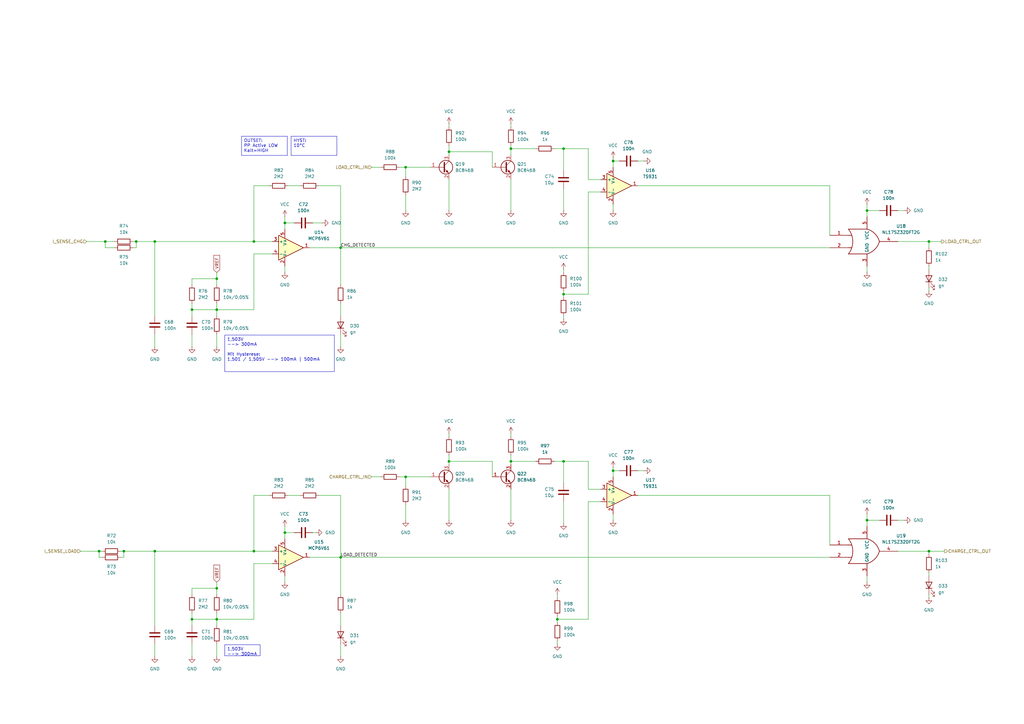
<source format=kicad_sch>
(kicad_sch
	(version 20250114)
	(generator "eeschema")
	(generator_version "9.0")
	(uuid "ae0b96a2-4831-417f-834b-5ffc35c52390")
	(paper "A3")
	(lib_symbols
		(symbol "74xGxx:74AHC1G32"
			(exclude_from_sim no)
			(in_bom yes)
			(on_board yes)
			(property "Reference" "U"
				(at -2.54 3.81 0)
				(effects
					(font
						(size 1.27 1.27)
					)
				)
			)
			(property "Value" "74AHC1G32"
				(at 0 -3.81 0)
				(effects
					(font
						(size 1.27 1.27)
					)
				)
			)
			(property "Footprint" ""
				(at 0 0 0)
				(effects
					(font
						(size 1.27 1.27)
					)
					(hide yes)
				)
			)
			(property "Datasheet" "http://www.ti.com/lit/sg/scyt129e/scyt129e.pdf"
				(at 0 0 0)
				(effects
					(font
						(size 1.27 1.27)
					)
					(hide yes)
				)
			)
			(property "Description" "Single OR Gate, Low-Voltage CMOS"
				(at 0 0 0)
				(effects
					(font
						(size 1.27 1.27)
					)
					(hide yes)
				)
			)
			(property "ki_keywords" "Single Gate OR LVC CMOS"
				(at 0 0 0)
				(effects
					(font
						(size 1.27 1.27)
					)
					(hide yes)
				)
			)
			(property "ki_fp_filters" "SOT* SG-*"
				(at 0 0 0)
				(effects
					(font
						(size 1.27 1.27)
					)
					(hide yes)
				)
			)
			(symbol "74AHC1G32_0_1"
				(arc
					(start -7.62 5.08)
					(mid -5.838 0)
					(end -7.62 -5.08)
					(stroke
						(width 0.254)
						(type default)
					)
					(fill
						(type none)
					)
				)
				(polyline
					(pts
						(xy -7.62 2.54) (xy -6.35 2.54)
					)
					(stroke
						(width 0.254)
						(type default)
					)
					(fill
						(type background)
					)
				)
				(polyline
					(pts
						(xy -7.62 -2.54) (xy -6.35 -2.54)
					)
					(stroke
						(width 0.254)
						(type default)
					)
					(fill
						(type background)
					)
				)
				(arc
					(start 5.08 0)
					(mid 3.202 -3.202)
					(end 0 -5.08)
					(stroke
						(width 0.254)
						(type default)
					)
					(fill
						(type none)
					)
				)
				(arc
					(start 0 5.08)
					(mid 3.2271 3.2271)
					(end 5.08 0)
					(stroke
						(width 0.254)
						(type default)
					)
					(fill
						(type none)
					)
				)
				(polyline
					(pts
						(xy 0 5.08) (xy -7.62 5.08)
					)
					(stroke
						(width 0.254)
						(type default)
					)
					(fill
						(type background)
					)
				)
				(polyline
					(pts
						(xy 0 -5.08) (xy -7.62 -5.08)
					)
					(stroke
						(width 0.254)
						(type default)
					)
					(fill
						(type background)
					)
				)
			)
			(symbol "74AHC1G32_1_1"
				(pin input line
					(at -15.24 2.54 0)
					(length 7.62)
					(name "~"
						(effects
							(font
								(size 1.27 1.27)
							)
						)
					)
					(number "1"
						(effects
							(font
								(size 1.27 1.27)
							)
						)
					)
				)
				(pin input line
					(at -15.24 -2.54 0)
					(length 7.62)
					(name "~"
						(effects
							(font
								(size 1.27 1.27)
							)
						)
					)
					(number "2"
						(effects
							(font
								(size 1.27 1.27)
							)
						)
					)
				)
				(pin power_in line
					(at 0 10.16 270)
					(length 5.08)
					(name "VCC"
						(effects
							(font
								(size 1.27 1.27)
							)
						)
					)
					(number "5"
						(effects
							(font
								(size 1.27 1.27)
							)
						)
					)
				)
				(pin power_in line
					(at 0 -10.16 90)
					(length 5.08)
					(name "GND"
						(effects
							(font
								(size 1.27 1.27)
							)
						)
					)
					(number "3"
						(effects
							(font
								(size 1.27 1.27)
							)
						)
					)
				)
				(pin output line
					(at 12.7 0 180)
					(length 7.62)
					(name "~"
						(effects
							(font
								(size 1.27 1.27)
							)
						)
					)
					(number "4"
						(effects
							(font
								(size 1.27 1.27)
							)
						)
					)
				)
			)
			(embedded_fonts no)
		)
		(symbol "Amplifier_Operational:MCP6001-OT"
			(pin_names
				(offset 0.127)
			)
			(exclude_from_sim no)
			(in_bom yes)
			(on_board yes)
			(property "Reference" "U"
				(at -1.27 6.35 0)
				(effects
					(font
						(size 1.27 1.27)
					)
					(justify left)
				)
			)
			(property "Value" "MCP6001-OT"
				(at -1.27 3.81 0)
				(effects
					(font
						(size 1.27 1.27)
					)
					(justify left)
				)
			)
			(property "Footprint" "Package_TO_SOT_SMD:SOT-23-5"
				(at -2.54 -5.08 0)
				(effects
					(font
						(size 1.27 1.27)
					)
					(justify left)
					(hide yes)
				)
			)
			(property "Datasheet" "https://ww1.microchip.com/downloads/en/DeviceDoc/MCP6001-1R-1U-2-4-1-MHz-Low-Power-Op-Amp-DS20001733L.pdf"
				(at 0 5.08 0)
				(effects
					(font
						(size 1.27 1.27)
					)
					(hide yes)
				)
			)
			(property "Description" "1MHz, Low-Power Op Amp, SOT-23-5"
				(at 0 0 0)
				(effects
					(font
						(size 1.27 1.27)
					)
					(hide yes)
				)
			)
			(property "ki_keywords" "single opamp"
				(at 0 0 0)
				(effects
					(font
						(size 1.27 1.27)
					)
					(hide yes)
				)
			)
			(property "ki_fp_filters" "SOT?23*"
				(at 0 0 0)
				(effects
					(font
						(size 1.27 1.27)
					)
					(hide yes)
				)
			)
			(symbol "MCP6001-OT_0_1"
				(polyline
					(pts
						(xy -5.08 5.08) (xy 5.08 0) (xy -5.08 -5.08) (xy -5.08 5.08)
					)
					(stroke
						(width 0.254)
						(type default)
					)
					(fill
						(type background)
					)
				)
				(pin power_in line
					(at -2.54 7.62 270)
					(length 3.81)
					(name "V+"
						(effects
							(font
								(size 1.27 1.27)
							)
						)
					)
					(number "5"
						(effects
							(font
								(size 1.27 1.27)
							)
						)
					)
				)
				(pin power_in line
					(at -2.54 -7.62 90)
					(length 3.81)
					(name "V-"
						(effects
							(font
								(size 1.27 1.27)
							)
						)
					)
					(number "2"
						(effects
							(font
								(size 1.27 1.27)
							)
						)
					)
				)
			)
			(symbol "MCP6001-OT_1_1"
				(pin input line
					(at -7.62 2.54 0)
					(length 2.54)
					(name "+"
						(effects
							(font
								(size 1.27 1.27)
							)
						)
					)
					(number "3"
						(effects
							(font
								(size 1.27 1.27)
							)
						)
					)
				)
				(pin input line
					(at -7.62 -2.54 0)
					(length 2.54)
					(name "-"
						(effects
							(font
								(size 1.27 1.27)
							)
						)
					)
					(number "4"
						(effects
							(font
								(size 1.27 1.27)
							)
						)
					)
				)
				(pin output line
					(at 7.62 0 180)
					(length 2.54)
					(name "~"
						(effects
							(font
								(size 1.27 1.27)
							)
						)
					)
					(number "1"
						(effects
							(font
								(size 1.27 1.27)
							)
						)
					)
				)
			)
			(embedded_fonts no)
		)
		(symbol "Amplifier_Operational:TLV9301xDBV"
			(pin_names
				(offset 0.127)
			)
			(exclude_from_sim no)
			(in_bom yes)
			(on_board yes)
			(property "Reference" "U"
				(at -1.27 6.35 0)
				(effects
					(font
						(size 1.27 1.27)
					)
					(justify left)
				)
			)
			(property "Value" "TLV9301xDBV"
				(at -1.27 3.81 0)
				(effects
					(font
						(size 1.27 1.27)
					)
					(justify left)
				)
			)
			(property "Footprint" "Package_TO_SOT_SMD:SOT-23-5"
				(at -2.54 -5.08 0)
				(effects
					(font
						(size 1.27 1.27)
					)
					(justify left)
					(hide yes)
				)
			)
			(property "Datasheet" "https://www.ti.com/lit/ds/symlink/tlv9301.pdf"
				(at 0 5.08 0)
				(effects
					(font
						(size 1.27 1.27)
					)
					(hide yes)
				)
			)
			(property "Description" "40-V, 1-MHz, RRO Operational Amplifiers for Cost-Sensitive Systems, SOT-23-5"
				(at 0 0 0)
				(effects
					(font
						(size 1.27 1.27)
					)
					(hide yes)
				)
			)
			(property "ki_keywords" "single opamp 40V rail to rail output"
				(at 0 0 0)
				(effects
					(font
						(size 1.27 1.27)
					)
					(hide yes)
				)
			)
			(property "ki_fp_filters" "SOT?23*"
				(at 0 0 0)
				(effects
					(font
						(size 1.27 1.27)
					)
					(hide yes)
				)
			)
			(symbol "TLV9301xDBV_0_1"
				(polyline
					(pts
						(xy -5.08 5.08) (xy 5.08 0) (xy -5.08 -5.08) (xy -5.08 5.08)
					)
					(stroke
						(width 0.254)
						(type default)
					)
					(fill
						(type background)
					)
				)
				(pin power_in line
					(at -2.54 7.62 270)
					(length 3.81)
					(name "V+"
						(effects
							(font
								(size 1.27 1.27)
							)
						)
					)
					(number "5"
						(effects
							(font
								(size 1.27 1.27)
							)
						)
					)
				)
				(pin power_in line
					(at -2.54 -7.62 90)
					(length 3.81)
					(name "V-"
						(effects
							(font
								(size 1.27 1.27)
							)
						)
					)
					(number "2"
						(effects
							(font
								(size 1.27 1.27)
							)
						)
					)
				)
			)
			(symbol "TLV9301xDBV_1_1"
				(pin input line
					(at -7.62 2.54 0)
					(length 2.54)
					(name "+"
						(effects
							(font
								(size 1.27 1.27)
							)
						)
					)
					(number "3"
						(effects
							(font
								(size 1.27 1.27)
							)
						)
					)
				)
				(pin input line
					(at -7.62 -2.54 0)
					(length 2.54)
					(name "-"
						(effects
							(font
								(size 1.27 1.27)
							)
						)
					)
					(number "4"
						(effects
							(font
								(size 1.27 1.27)
							)
						)
					)
				)
				(pin output line
					(at 7.62 0 180)
					(length 2.54)
					(name "~"
						(effects
							(font
								(size 1.27 1.27)
							)
						)
					)
					(number "1"
						(effects
							(font
								(size 1.27 1.27)
							)
						)
					)
				)
			)
			(embedded_fonts no)
		)
		(symbol "Device:C"
			(pin_numbers
				(hide yes)
			)
			(pin_names
				(offset 0.254)
			)
			(exclude_from_sim no)
			(in_bom yes)
			(on_board yes)
			(property "Reference" "C"
				(at 0.635 2.54 0)
				(effects
					(font
						(size 1.27 1.27)
					)
					(justify left)
				)
			)
			(property "Value" "C"
				(at 0.635 -2.54 0)
				(effects
					(font
						(size 1.27 1.27)
					)
					(justify left)
				)
			)
			(property "Footprint" ""
				(at 0.9652 -3.81 0)
				(effects
					(font
						(size 1.27 1.27)
					)
					(hide yes)
				)
			)
			(property "Datasheet" "~"
				(at 0 0 0)
				(effects
					(font
						(size 1.27 1.27)
					)
					(hide yes)
				)
			)
			(property "Description" "Unpolarized capacitor"
				(at 0 0 0)
				(effects
					(font
						(size 1.27 1.27)
					)
					(hide yes)
				)
			)
			(property "ki_keywords" "cap capacitor"
				(at 0 0 0)
				(effects
					(font
						(size 1.27 1.27)
					)
					(hide yes)
				)
			)
			(property "ki_fp_filters" "C_*"
				(at 0 0 0)
				(effects
					(font
						(size 1.27 1.27)
					)
					(hide yes)
				)
			)
			(symbol "C_0_1"
				(polyline
					(pts
						(xy -2.032 0.762) (xy 2.032 0.762)
					)
					(stroke
						(width 0.508)
						(type default)
					)
					(fill
						(type none)
					)
				)
				(polyline
					(pts
						(xy -2.032 -0.762) (xy 2.032 -0.762)
					)
					(stroke
						(width 0.508)
						(type default)
					)
					(fill
						(type none)
					)
				)
			)
			(symbol "C_1_1"
				(pin passive line
					(at 0 3.81 270)
					(length 2.794)
					(name "~"
						(effects
							(font
								(size 1.27 1.27)
							)
						)
					)
					(number "1"
						(effects
							(font
								(size 1.27 1.27)
							)
						)
					)
				)
				(pin passive line
					(at 0 -3.81 90)
					(length 2.794)
					(name "~"
						(effects
							(font
								(size 1.27 1.27)
							)
						)
					)
					(number "2"
						(effects
							(font
								(size 1.27 1.27)
							)
						)
					)
				)
			)
			(embedded_fonts no)
		)
		(symbol "Device:LED"
			(pin_numbers
				(hide yes)
			)
			(pin_names
				(offset 1.016)
				(hide yes)
			)
			(exclude_from_sim no)
			(in_bom yes)
			(on_board yes)
			(property "Reference" "D"
				(at 0 2.54 0)
				(effects
					(font
						(size 1.27 1.27)
					)
				)
			)
			(property "Value" "LED"
				(at 0 -2.54 0)
				(effects
					(font
						(size 1.27 1.27)
					)
				)
			)
			(property "Footprint" ""
				(at 0 0 0)
				(effects
					(font
						(size 1.27 1.27)
					)
					(hide yes)
				)
			)
			(property "Datasheet" "~"
				(at 0 0 0)
				(effects
					(font
						(size 1.27 1.27)
					)
					(hide yes)
				)
			)
			(property "Description" "Light emitting diode"
				(at 0 0 0)
				(effects
					(font
						(size 1.27 1.27)
					)
					(hide yes)
				)
			)
			(property "Sim.Pins" "1=K 2=A"
				(at 0 0 0)
				(effects
					(font
						(size 1.27 1.27)
					)
					(hide yes)
				)
			)
			(property "ki_keywords" "LED diode"
				(at 0 0 0)
				(effects
					(font
						(size 1.27 1.27)
					)
					(hide yes)
				)
			)
			(property "ki_fp_filters" "LED* LED_SMD:* LED_THT:*"
				(at 0 0 0)
				(effects
					(font
						(size 1.27 1.27)
					)
					(hide yes)
				)
			)
			(symbol "LED_0_1"
				(polyline
					(pts
						(xy -3.048 -0.762) (xy -4.572 -2.286) (xy -3.81 -2.286) (xy -4.572 -2.286) (xy -4.572 -1.524)
					)
					(stroke
						(width 0)
						(type default)
					)
					(fill
						(type none)
					)
				)
				(polyline
					(pts
						(xy -1.778 -0.762) (xy -3.302 -2.286) (xy -2.54 -2.286) (xy -3.302 -2.286) (xy -3.302 -1.524)
					)
					(stroke
						(width 0)
						(type default)
					)
					(fill
						(type none)
					)
				)
				(polyline
					(pts
						(xy -1.27 0) (xy 1.27 0)
					)
					(stroke
						(width 0)
						(type default)
					)
					(fill
						(type none)
					)
				)
				(polyline
					(pts
						(xy -1.27 -1.27) (xy -1.27 1.27)
					)
					(stroke
						(width 0.254)
						(type default)
					)
					(fill
						(type none)
					)
				)
				(polyline
					(pts
						(xy 1.27 -1.27) (xy 1.27 1.27) (xy -1.27 0) (xy 1.27 -1.27)
					)
					(stroke
						(width 0.254)
						(type default)
					)
					(fill
						(type none)
					)
				)
			)
			(symbol "LED_1_1"
				(pin passive line
					(at -3.81 0 0)
					(length 2.54)
					(name "K"
						(effects
							(font
								(size 1.27 1.27)
							)
						)
					)
					(number "1"
						(effects
							(font
								(size 1.27 1.27)
							)
						)
					)
				)
				(pin passive line
					(at 3.81 0 180)
					(length 2.54)
					(name "A"
						(effects
							(font
								(size 1.27 1.27)
							)
						)
					)
					(number "2"
						(effects
							(font
								(size 1.27 1.27)
							)
						)
					)
				)
			)
			(embedded_fonts no)
		)
		(symbol "Device:R"
			(pin_numbers
				(hide yes)
			)
			(pin_names
				(offset 0)
			)
			(exclude_from_sim no)
			(in_bom yes)
			(on_board yes)
			(property "Reference" "R"
				(at 2.032 0 90)
				(effects
					(font
						(size 1.27 1.27)
					)
				)
			)
			(property "Value" "R"
				(at 0 0 90)
				(effects
					(font
						(size 1.27 1.27)
					)
				)
			)
			(property "Footprint" ""
				(at -1.778 0 90)
				(effects
					(font
						(size 1.27 1.27)
					)
					(hide yes)
				)
			)
			(property "Datasheet" "~"
				(at 0 0 0)
				(effects
					(font
						(size 1.27 1.27)
					)
					(hide yes)
				)
			)
			(property "Description" "Resistor"
				(at 0 0 0)
				(effects
					(font
						(size 1.27 1.27)
					)
					(hide yes)
				)
			)
			(property "ki_keywords" "R res resistor"
				(at 0 0 0)
				(effects
					(font
						(size 1.27 1.27)
					)
					(hide yes)
				)
			)
			(property "ki_fp_filters" "R_*"
				(at 0 0 0)
				(effects
					(font
						(size 1.27 1.27)
					)
					(hide yes)
				)
			)
			(symbol "R_0_1"
				(rectangle
					(start -1.016 -2.54)
					(end 1.016 2.54)
					(stroke
						(width 0.254)
						(type default)
					)
					(fill
						(type none)
					)
				)
			)
			(symbol "R_1_1"
				(pin passive line
					(at 0 3.81 270)
					(length 1.27)
					(name "~"
						(effects
							(font
								(size 1.27 1.27)
							)
						)
					)
					(number "1"
						(effects
							(font
								(size 1.27 1.27)
							)
						)
					)
				)
				(pin passive line
					(at 0 -3.81 90)
					(length 1.27)
					(name "~"
						(effects
							(font
								(size 1.27 1.27)
							)
						)
					)
					(number "2"
						(effects
							(font
								(size 1.27 1.27)
							)
						)
					)
				)
			)
			(embedded_fonts no)
		)
		(symbol "Transistor_BJT:Q_NPN_BEC"
			(pin_names
				(offset 0)
				(hide yes)
			)
			(exclude_from_sim no)
			(in_bom yes)
			(on_board yes)
			(property "Reference" "Q"
				(at 5.08 1.27 0)
				(effects
					(font
						(size 1.27 1.27)
					)
					(justify left)
				)
			)
			(property "Value" "Q_NPN_BEC"
				(at 5.08 -1.27 0)
				(effects
					(font
						(size 1.27 1.27)
					)
					(justify left)
				)
			)
			(property "Footprint" ""
				(at 5.08 2.54 0)
				(effects
					(font
						(size 1.27 1.27)
					)
					(hide yes)
				)
			)
			(property "Datasheet" "~"
				(at 0 0 0)
				(effects
					(font
						(size 1.27 1.27)
					)
					(hide yes)
				)
			)
			(property "Description" "NPN transistor, base/emitter/collector"
				(at 0 0 0)
				(effects
					(font
						(size 1.27 1.27)
					)
					(hide yes)
				)
			)
			(property "ki_keywords" "BJT"
				(at 0 0 0)
				(effects
					(font
						(size 1.27 1.27)
					)
					(hide yes)
				)
			)
			(symbol "Q_NPN_BEC_0_1"
				(polyline
					(pts
						(xy -2.54 0) (xy 0.635 0)
					)
					(stroke
						(width 0)
						(type default)
					)
					(fill
						(type none)
					)
				)
				(polyline
					(pts
						(xy 0.635 1.905) (xy 0.635 -1.905)
					)
					(stroke
						(width 0.508)
						(type default)
					)
					(fill
						(type none)
					)
				)
				(circle
					(center 1.27 0)
					(radius 2.8194)
					(stroke
						(width 0.254)
						(type default)
					)
					(fill
						(type none)
					)
				)
			)
			(symbol "Q_NPN_BEC_1_1"
				(polyline
					(pts
						(xy 0.635 0.635) (xy 2.54 2.54)
					)
					(stroke
						(width 0)
						(type default)
					)
					(fill
						(type none)
					)
				)
				(polyline
					(pts
						(xy 0.635 -0.635) (xy 2.54 -2.54)
					)
					(stroke
						(width 0)
						(type default)
					)
					(fill
						(type none)
					)
				)
				(polyline
					(pts
						(xy 1.27 -1.778) (xy 1.778 -1.27) (xy 2.286 -2.286) (xy 1.27 -1.778)
					)
					(stroke
						(width 0)
						(type default)
					)
					(fill
						(type outline)
					)
				)
				(pin input line
					(at -5.08 0 0)
					(length 2.54)
					(name "B"
						(effects
							(font
								(size 1.27 1.27)
							)
						)
					)
					(number "1"
						(effects
							(font
								(size 1.27 1.27)
							)
						)
					)
				)
				(pin passive line
					(at 2.54 5.08 270)
					(length 2.54)
					(name "C"
						(effects
							(font
								(size 1.27 1.27)
							)
						)
					)
					(number "3"
						(effects
							(font
								(size 1.27 1.27)
							)
						)
					)
				)
				(pin passive line
					(at 2.54 -5.08 90)
					(length 2.54)
					(name "E"
						(effects
							(font
								(size 1.27 1.27)
							)
						)
					)
					(number "2"
						(effects
							(font
								(size 1.27 1.27)
							)
						)
					)
				)
			)
			(embedded_fonts no)
		)
		(symbol "power:GND"
			(power)
			(pin_numbers
				(hide yes)
			)
			(pin_names
				(offset 0)
				(hide yes)
			)
			(exclude_from_sim no)
			(in_bom yes)
			(on_board yes)
			(property "Reference" "#PWR"
				(at 0 -6.35 0)
				(effects
					(font
						(size 1.27 1.27)
					)
					(hide yes)
				)
			)
			(property "Value" "GND"
				(at 0 -3.81 0)
				(effects
					(font
						(size 1.27 1.27)
					)
				)
			)
			(property "Footprint" ""
				(at 0 0 0)
				(effects
					(font
						(size 1.27 1.27)
					)
					(hide yes)
				)
			)
			(property "Datasheet" ""
				(at 0 0 0)
				(effects
					(font
						(size 1.27 1.27)
					)
					(hide yes)
				)
			)
			(property "Description" "Power symbol creates a global label with name \"GND\" , ground"
				(at 0 0 0)
				(effects
					(font
						(size 1.27 1.27)
					)
					(hide yes)
				)
			)
			(property "ki_keywords" "global power"
				(at 0 0 0)
				(effects
					(font
						(size 1.27 1.27)
					)
					(hide yes)
				)
			)
			(symbol "GND_0_1"
				(polyline
					(pts
						(xy 0 0) (xy 0 -1.27) (xy 1.27 -1.27) (xy 0 -2.54) (xy -1.27 -1.27) (xy 0 -1.27)
					)
					(stroke
						(width 0)
						(type default)
					)
					(fill
						(type none)
					)
				)
			)
			(symbol "GND_1_1"
				(pin power_in line
					(at 0 0 270)
					(length 0)
					(name "~"
						(effects
							(font
								(size 1.27 1.27)
							)
						)
					)
					(number "1"
						(effects
							(font
								(size 1.27 1.27)
							)
						)
					)
				)
			)
			(embedded_fonts no)
		)
		(symbol "power:VCC"
			(power)
			(pin_numbers
				(hide yes)
			)
			(pin_names
				(offset 0)
				(hide yes)
			)
			(exclude_from_sim no)
			(in_bom yes)
			(on_board yes)
			(property "Reference" "#PWR"
				(at 0 -3.81 0)
				(effects
					(font
						(size 1.27 1.27)
					)
					(hide yes)
				)
			)
			(property "Value" "VCC"
				(at 0 3.556 0)
				(effects
					(font
						(size 1.27 1.27)
					)
				)
			)
			(property "Footprint" ""
				(at 0 0 0)
				(effects
					(font
						(size 1.27 1.27)
					)
					(hide yes)
				)
			)
			(property "Datasheet" ""
				(at 0 0 0)
				(effects
					(font
						(size 1.27 1.27)
					)
					(hide yes)
				)
			)
			(property "Description" "Power symbol creates a global label with name \"VCC\""
				(at 0 0 0)
				(effects
					(font
						(size 1.27 1.27)
					)
					(hide yes)
				)
			)
			(property "ki_keywords" "global power"
				(at 0 0 0)
				(effects
					(font
						(size 1.27 1.27)
					)
					(hide yes)
				)
			)
			(symbol "VCC_0_1"
				(polyline
					(pts
						(xy -0.762 1.27) (xy 0 2.54)
					)
					(stroke
						(width 0)
						(type default)
					)
					(fill
						(type none)
					)
				)
				(polyline
					(pts
						(xy 0 2.54) (xy 0.762 1.27)
					)
					(stroke
						(width 0)
						(type default)
					)
					(fill
						(type none)
					)
				)
				(polyline
					(pts
						(xy 0 0) (xy 0 2.54)
					)
					(stroke
						(width 0)
						(type default)
					)
					(fill
						(type none)
					)
				)
			)
			(symbol "VCC_1_1"
				(pin power_in line
					(at 0 0 90)
					(length 0)
					(name "~"
						(effects
							(font
								(size 1.27 1.27)
							)
						)
					)
					(number "1"
						(effects
							(font
								(size 1.27 1.27)
							)
						)
					)
				)
			)
			(embedded_fonts no)
		)
	)
	(text_box "OUTSET:\nPP Active LOW\nKalt=HIGH"
		(exclude_from_sim no)
		(at 99.06 55.88 0)
		(size 18.796 7.874)
		(margins 0.9525 0.9525 0.9525 0.9525)
		(stroke
			(width 0)
			(type default)
		)
		(fill
			(type none)
		)
		(effects
			(font
				(size 1.27 1.27)
			)
			(justify left top)
		)
		(uuid "23c0376c-20c5-4c21-a50d-c70cdc630faa")
	)
	(text_box "1,503V\n--> 300mA "
		(exclude_from_sim no)
		(at 92.202 264.414 0)
		(size 14.478 4.572)
		(margins 0.9525 0.9525 0.9525 0.9525)
		(stroke
			(width 0)
			(type default)
		)
		(fill
			(type none)
		)
		(effects
			(font
				(size 1.27 1.27)
			)
			(justify left top)
		)
		(uuid "40d17b50-3300-4ed2-b864-e10d0d3e4940")
	)
	(text_box "1,503V\n--> 300mA \n\nMit Hysterese:\n1,501 / 1,505V --> 100mA | 500mA"
		(exclude_from_sim no)
		(at 92.202 137.414 0)
		(size 44.958 14.986)
		(margins 0.9525 0.9525 0.9525 0.9525)
		(stroke
			(width 0)
			(type default)
		)
		(fill
			(type none)
		)
		(effects
			(font
				(size 1.27 1.27)
			)
			(justify left top)
		)
		(uuid "42d7c6c2-ea5c-4ba8-8f23-71f7f7ae87b0")
	)
	(text_box "HYST: \n10°C"
		(exclude_from_sim no)
		(at 119.38 55.88 0)
		(size 18.796 7.874)
		(margins 0.9525 0.9525 0.9525 0.9525)
		(stroke
			(width 0)
			(type default)
		)
		(fill
			(type none)
		)
		(effects
			(font
				(size 1.27 1.27)
			)
			(justify left top)
		)
		(uuid "5e7ffb97-80e2-4881-8764-e863b951be1b")
	)
	(junction
		(at 104.14 226.06)
		(diameter 0)
		(color 0 0 0 0)
		(uuid "1443f2fb-276d-4160-8cb5-42c4046c23e7")
	)
	(junction
		(at 381 99.06)
		(diameter 0)
		(color 0 0 0 0)
		(uuid "1abf1acd-c959-48e1-aa35-de82a5af04c8")
	)
	(junction
		(at 139.7 101.6)
		(diameter 0)
		(color 0 0 0 0)
		(uuid "1d376c80-4fbd-46d6-807a-85a7ed83df36")
	)
	(junction
		(at 63.5 226.06)
		(diameter 0)
		(color 0 0 0 0)
		(uuid "21f6ca15-61c2-49f7-b31b-be162d6ca8ba")
	)
	(junction
		(at 228.6 254)
		(diameter 0)
		(color 0 0 0 0)
		(uuid "28eeb6f8-b447-4679-96a6-72e030dc1eb8")
	)
	(junction
		(at 40.64 226.06)
		(diameter 0)
		(color 0 0 0 0)
		(uuid "2df122f2-6237-46c8-bf84-5be1e91717e6")
	)
	(junction
		(at 116.84 218.44)
		(diameter 0)
		(color 0 0 0 0)
		(uuid "37fde800-3f04-47a6-879e-cf26a6aacab5")
	)
	(junction
		(at 55.88 99.06)
		(diameter 0)
		(color 0 0 0 0)
		(uuid "46770d2d-a3d7-4687-8fbd-a80193657f00")
	)
	(junction
		(at 231.14 60.96)
		(diameter 0)
		(color 0 0 0 0)
		(uuid "56586eea-f4e8-4976-a58f-2e11029f8df3")
	)
	(junction
		(at 43.18 99.06)
		(diameter 0)
		(color 0 0 0 0)
		(uuid "5ded7af6-ec18-4c3a-b5af-71b4b0d82500")
	)
	(junction
		(at 381 226.06)
		(diameter 0)
		(color 0 0 0 0)
		(uuid "5ec85c3a-498f-4f12-a634-d96be0a714a4")
	)
	(junction
		(at 251.46 193.04)
		(diameter 0)
		(color 0 0 0 0)
		(uuid "629f7ab9-5230-4038-9efe-cf9b7ea0ce86")
	)
	(junction
		(at 88.9 254)
		(diameter 0)
		(color 0 0 0 0)
		(uuid "6a785adb-4784-43c1-9945-c0e24b9e60fe")
	)
	(junction
		(at 209.55 189.23)
		(diameter 0)
		(color 0 0 0 0)
		(uuid "71bf7fae-bcaf-4b0a-b2a6-a4bdea622fc5")
	)
	(junction
		(at 104.14 99.06)
		(diameter 0)
		(color 0 0 0 0)
		(uuid "7cc24e9b-6fe3-4b6a-9568-0db1c93a8ca9")
	)
	(junction
		(at 116.84 91.44)
		(diameter 0)
		(color 0 0 0 0)
		(uuid "7d40be78-b872-4a18-bc5c-9c1f9acb8804")
	)
	(junction
		(at 88.9 114.3)
		(diameter 0)
		(color 0 0 0 0)
		(uuid "8fecf762-75db-4001-9057-d55f17e43dc9")
	)
	(junction
		(at 88.9 241.3)
		(diameter 0)
		(color 0 0 0 0)
		(uuid "9eec9dae-9c2e-4be4-9a4c-1a18402c0a71")
	)
	(junction
		(at 78.74 127)
		(diameter 0)
		(color 0 0 0 0)
		(uuid "a8859905-a96b-4195-aa4b-aa0a4ca6ceab")
	)
	(junction
		(at 166.37 195.58)
		(diameter 0)
		(color 0 0 0 0)
		(uuid "b16f951f-bc22-41fc-b722-0725bf78cded")
	)
	(junction
		(at 166.37 68.58)
		(diameter 0)
		(color 0 0 0 0)
		(uuid "b36f7d83-9a1b-4853-bf8d-22334c4354a1")
	)
	(junction
		(at 63.5 99.06)
		(diameter 0)
		(color 0 0 0 0)
		(uuid "b3de9284-4c54-43b0-a5d5-97526ca9cd48")
	)
	(junction
		(at 355.6 213.36)
		(diameter 0)
		(color 0 0 0 0)
		(uuid "b7bbf467-f288-4c5c-a8bf-4b31eb74294a")
	)
	(junction
		(at 251.46 66.04)
		(diameter 0)
		(color 0 0 0 0)
		(uuid "bab15166-ee8d-4880-acef-d21db043bb58")
	)
	(junction
		(at 139.7 228.6)
		(diameter 0)
		(color 0 0 0 0)
		(uuid "bf2cff2c-d037-4505-a888-bc32c98c4605")
	)
	(junction
		(at 50.8 226.06)
		(diameter 0)
		(color 0 0 0 0)
		(uuid "c837934a-f6ee-4ad4-9a5f-26a525b0b31a")
	)
	(junction
		(at 355.6 86.36)
		(diameter 0)
		(color 0 0 0 0)
		(uuid "c9f6b5b5-1398-4135-b327-ae1ef2dc0de2")
	)
	(junction
		(at 78.74 254)
		(diameter 0)
		(color 0 0 0 0)
		(uuid "d2faf626-39f9-4a12-95ed-67e9f80897da")
	)
	(junction
		(at 231.14 120.65)
		(diameter 0)
		(color 0 0 0 0)
		(uuid "dbc21cdc-e4e4-4efa-9d18-b19500bafc17")
	)
	(junction
		(at 184.15 62.23)
		(diameter 0)
		(color 0 0 0 0)
		(uuid "e337c27f-72ef-4d5f-8f95-87488c482464")
	)
	(junction
		(at 231.14 189.23)
		(diameter 0)
		(color 0 0 0 0)
		(uuid "ebd2c900-f3fc-435b-bbe8-e16f20d9dbb4")
	)
	(junction
		(at 209.55 60.96)
		(diameter 0)
		(color 0 0 0 0)
		(uuid "eece6246-b557-4c5c-bdb9-f71705a86c63")
	)
	(junction
		(at 184.15 189.23)
		(diameter 0)
		(color 0 0 0 0)
		(uuid "f727216d-135f-447d-a0dd-2e56c442bec1")
	)
	(junction
		(at 88.9 127)
		(diameter 0)
		(color 0 0 0 0)
		(uuid "f91bf71f-d4fb-45d5-8005-4d52b749056f")
	)
	(wire
		(pts
			(xy 209.55 189.23) (xy 219.71 189.23)
		)
		(stroke
			(width 0)
			(type default)
		)
		(uuid "028f9144-f8a7-4e68-8f84-0330e5c5cce4")
	)
	(wire
		(pts
			(xy 49.53 226.06) (xy 50.8 226.06)
		)
		(stroke
			(width 0)
			(type default)
		)
		(uuid "033a39db-2970-4864-8a82-0cbd56d44a41")
	)
	(wire
		(pts
			(xy 231.14 120.65) (xy 241.3 120.65)
		)
		(stroke
			(width 0)
			(type default)
		)
		(uuid "0587bbfc-29e8-449e-8313-d1387c6c6aab")
	)
	(wire
		(pts
			(xy 184.15 189.23) (xy 184.15 190.5)
		)
		(stroke
			(width 0)
			(type default)
		)
		(uuid "06e3fb12-93ff-46ba-bfe8-919209e7affc")
	)
	(wire
		(pts
			(xy 176.53 68.58) (xy 166.37 68.58)
		)
		(stroke
			(width 0)
			(type default)
		)
		(uuid "08d2b74d-59bf-47c7-b32b-50096cb07289")
	)
	(wire
		(pts
			(xy 55.88 99.06) (xy 63.5 99.06)
		)
		(stroke
			(width 0)
			(type default)
		)
		(uuid "098f26a0-a3bf-46b8-bc18-56800eb15330")
	)
	(wire
		(pts
			(xy 184.15 73.66) (xy 184.15 86.36)
		)
		(stroke
			(width 0)
			(type default)
		)
		(uuid "0a2e090f-c726-4da6-be9d-8e4e7c01ae47")
	)
	(wire
		(pts
			(xy 209.55 177.8) (xy 209.55 179.07)
		)
		(stroke
			(width 0)
			(type default)
		)
		(uuid "0b2ad358-8fb2-4905-b19b-6c7fa3b10087")
	)
	(wire
		(pts
			(xy 163.83 195.58) (xy 166.37 195.58)
		)
		(stroke
			(width 0)
			(type default)
		)
		(uuid "0daa941e-c358-4205-9388-d38a74ef9ae6")
	)
	(wire
		(pts
			(xy 54.61 99.06) (xy 55.88 99.06)
		)
		(stroke
			(width 0)
			(type default)
		)
		(uuid "0e4882ae-73f5-4985-a265-a6ba9b7acd42")
	)
	(wire
		(pts
			(xy 368.3 86.36) (xy 370.84 86.36)
		)
		(stroke
			(width 0)
			(type default)
		)
		(uuid "110ac005-641d-4682-b858-84fdb317c8d7")
	)
	(wire
		(pts
			(xy 231.14 198.12) (xy 231.14 189.23)
		)
		(stroke
			(width 0)
			(type default)
		)
		(uuid "1283d4a2-8b0a-4f02-bc60-8aa8423697b3")
	)
	(wire
		(pts
			(xy 241.3 60.96) (xy 241.3 73.66)
		)
		(stroke
			(width 0)
			(type default)
		)
		(uuid "148b18ce-9e0b-4968-9390-542ce10d0580")
	)
	(wire
		(pts
			(xy 43.18 99.06) (xy 46.99 99.06)
		)
		(stroke
			(width 0)
			(type default)
		)
		(uuid "17f9cf23-092a-4c47-916a-2f69770aca0c")
	)
	(wire
		(pts
			(xy 104.14 254) (xy 104.14 231.14)
		)
		(stroke
			(width 0)
			(type default)
		)
		(uuid "19ea89c1-a34e-42ea-bf33-51f68800e5d5")
	)
	(wire
		(pts
			(xy 116.84 220.98) (xy 116.84 218.44)
		)
		(stroke
			(width 0)
			(type default)
		)
		(uuid "1dbd5dab-5b28-4b9e-936d-9730d6b2612d")
	)
	(wire
		(pts
			(xy 35.56 99.06) (xy 43.18 99.06)
		)
		(stroke
			(width 0)
			(type default)
		)
		(uuid "1de5659d-10fd-42c4-bda4-8803721b2e9e")
	)
	(wire
		(pts
			(xy 128.27 91.44) (xy 132.08 91.44)
		)
		(stroke
			(width 0)
			(type default)
		)
		(uuid "1dfb27d2-e10e-449a-beff-7e9c1e8b68ea")
	)
	(wire
		(pts
			(xy 88.9 114.3) (xy 88.9 116.84)
		)
		(stroke
			(width 0)
			(type default)
		)
		(uuid "1ea0d333-8388-4619-ad08-ab1ca2f039c0")
	)
	(wire
		(pts
			(xy 241.3 205.74) (xy 246.38 205.74)
		)
		(stroke
			(width 0)
			(type default)
		)
		(uuid "1f41e5c6-ab6c-4536-93a4-572c4fe924b5")
	)
	(wire
		(pts
			(xy 139.7 264.16) (xy 139.7 269.24)
		)
		(stroke
			(width 0)
			(type default)
		)
		(uuid "1f619fe2-4903-44c2-bf2c-e406a980caa6")
	)
	(wire
		(pts
			(xy 261.62 203.2) (xy 340.36 203.2)
		)
		(stroke
			(width 0)
			(type default)
		)
		(uuid "1fefb5a2-0fbf-421c-82e5-62d356c8d613")
	)
	(wire
		(pts
			(xy 261.62 66.04) (xy 264.16 66.04)
		)
		(stroke
			(width 0)
			(type default)
		)
		(uuid "215d3f9f-b743-48dd-ac8f-4133a8e73578")
	)
	(wire
		(pts
			(xy 355.6 215.9) (xy 355.6 213.36)
		)
		(stroke
			(width 0)
			(type default)
		)
		(uuid "2265bfc2-c3fd-4813-90a9-6df1a69b6393")
	)
	(wire
		(pts
			(xy 118.11 203.2) (xy 123.19 203.2)
		)
		(stroke
			(width 0)
			(type default)
		)
		(uuid "228ab80c-6b6d-4775-9435-535a62a3b118")
	)
	(wire
		(pts
			(xy 163.83 68.58) (xy 166.37 68.58)
		)
		(stroke
			(width 0)
			(type default)
		)
		(uuid "23dc4c89-c2b1-4765-a5fd-45152f436b4f")
	)
	(wire
		(pts
			(xy 50.8 228.6) (xy 50.8 226.06)
		)
		(stroke
			(width 0)
			(type default)
		)
		(uuid "2608d304-4e71-454f-8e4e-c796fc6ce861")
	)
	(wire
		(pts
			(xy 201.93 62.23) (xy 201.93 68.58)
		)
		(stroke
			(width 0)
			(type default)
		)
		(uuid "2c245386-7525-43d8-ab4f-246e72e35ef2")
	)
	(wire
		(pts
			(xy 227.33 60.96) (xy 231.14 60.96)
		)
		(stroke
			(width 0)
			(type default)
		)
		(uuid "2e5a4bf8-4433-4bf3-8839-ac65c60dbf65")
	)
	(wire
		(pts
			(xy 139.7 203.2) (xy 139.7 228.6)
		)
		(stroke
			(width 0)
			(type default)
		)
		(uuid "2ff7426f-5dec-4ad6-85b7-002dcb2d9264")
	)
	(wire
		(pts
			(xy 139.7 228.6) (xy 340.36 228.6)
		)
		(stroke
			(width 0)
			(type default)
		)
		(uuid "33fa46bd-b2a9-492c-8d98-05e755764798")
	)
	(wire
		(pts
			(xy 120.65 218.44) (xy 116.84 218.44)
		)
		(stroke
			(width 0)
			(type default)
		)
		(uuid "35861de3-c069-4915-8c29-bf0d873c42ca")
	)
	(wire
		(pts
			(xy 381 243.84) (xy 381 245.11)
		)
		(stroke
			(width 0)
			(type default)
		)
		(uuid "3754a9ab-e8b6-4297-b9dd-66bb7ecd9ae4")
	)
	(wire
		(pts
			(xy 104.14 104.14) (xy 111.76 104.14)
		)
		(stroke
			(width 0)
			(type default)
		)
		(uuid "38b6cecd-3232-4b90-8dca-e10aaa32a8d4")
	)
	(wire
		(pts
			(xy 355.6 88.9) (xy 355.6 86.36)
		)
		(stroke
			(width 0)
			(type default)
		)
		(uuid "3b54f5e0-33dd-413c-a797-7f6ee8a84f55")
	)
	(wire
		(pts
			(xy 228.6 243.84) (xy 228.6 245.11)
		)
		(stroke
			(width 0)
			(type default)
		)
		(uuid "3b611b67-10f2-408b-aa63-6d914daf899a")
	)
	(wire
		(pts
			(xy 130.81 76.2) (xy 139.7 76.2)
		)
		(stroke
			(width 0)
			(type default)
		)
		(uuid "3c1b4671-4ed0-4184-8a1d-90fc90c0d3b4")
	)
	(wire
		(pts
			(xy 381 99.06) (xy 381 101.6)
		)
		(stroke
			(width 0)
			(type default)
		)
		(uuid "3c4fbf27-8e4f-4d76-93ea-990dcdcce9eb")
	)
	(wire
		(pts
			(xy 88.9 241.3) (xy 88.9 243.84)
		)
		(stroke
			(width 0)
			(type default)
		)
		(uuid "3c797d75-71f0-4239-8c1c-d3096c5d0c87")
	)
	(wire
		(pts
			(xy 139.7 101.6) (xy 127 101.6)
		)
		(stroke
			(width 0)
			(type default)
		)
		(uuid "428c8b77-0bc7-46c0-a58e-e7d31e51d192")
	)
	(wire
		(pts
			(xy 139.7 137.16) (xy 139.7 142.24)
		)
		(stroke
			(width 0)
			(type default)
		)
		(uuid "457901bc-9471-4a5b-b04c-c25ee767118c")
	)
	(wire
		(pts
			(xy 88.9 127) (xy 104.14 127)
		)
		(stroke
			(width 0)
			(type default)
		)
		(uuid "47d57da5-44dd-41e0-897b-a4dc91698354")
	)
	(wire
		(pts
			(xy 63.5 226.06) (xy 104.14 226.06)
		)
		(stroke
			(width 0)
			(type default)
		)
		(uuid "47f8e843-03ef-46b7-aa5f-705661710a97")
	)
	(wire
		(pts
			(xy 116.84 111.76) (xy 116.84 109.22)
		)
		(stroke
			(width 0)
			(type default)
		)
		(uuid "4a257fb9-9401-49c2-9adc-4bbb54eaeef7")
	)
	(wire
		(pts
			(xy 120.65 91.44) (xy 116.84 91.44)
		)
		(stroke
			(width 0)
			(type default)
		)
		(uuid "4d92c2be-64dc-4af5-bb37-b337ac38de24")
	)
	(wire
		(pts
			(xy 41.91 228.6) (xy 40.64 228.6)
		)
		(stroke
			(width 0)
			(type default)
		)
		(uuid "4df785b4-f11e-45e9-8fbe-3feb5f677445")
	)
	(wire
		(pts
			(xy 78.74 251.46) (xy 78.74 254)
		)
		(stroke
			(width 0)
			(type default)
		)
		(uuid "4e6cd83c-f1ba-4df2-b4bb-36fc5f6b7cd5")
	)
	(wire
		(pts
			(xy 251.46 66.04) (xy 251.46 68.58)
		)
		(stroke
			(width 0)
			(type default)
		)
		(uuid "52c1d495-1b43-4890-9018-70031bc1aad7")
	)
	(wire
		(pts
			(xy 78.74 254) (xy 78.74 256.54)
		)
		(stroke
			(width 0)
			(type default)
		)
		(uuid "52e207bd-8c7d-4676-ba1c-d801556b4313")
	)
	(wire
		(pts
			(xy 241.3 200.66) (xy 246.38 200.66)
		)
		(stroke
			(width 0)
			(type default)
		)
		(uuid "543ed09f-eecd-4751-894b-456f5ac561f3")
	)
	(wire
		(pts
			(xy 49.53 228.6) (xy 50.8 228.6)
		)
		(stroke
			(width 0)
			(type default)
		)
		(uuid "55848b1c-1681-4791-a46f-ba9c82c537d0")
	)
	(wire
		(pts
			(xy 33.02 226.06) (xy 40.64 226.06)
		)
		(stroke
			(width 0)
			(type default)
		)
		(uuid "55b95d90-ed94-4bc6-b00a-1617e99fa407")
	)
	(wire
		(pts
			(xy 368.3 226.06) (xy 381 226.06)
		)
		(stroke
			(width 0)
			(type default)
		)
		(uuid "55c9b8b5-e4d8-47f7-8600-ba3ffcde17ad")
	)
	(wire
		(pts
			(xy 139.7 228.6) (xy 127 228.6)
		)
		(stroke
			(width 0)
			(type default)
		)
		(uuid "55e0af07-6fa4-411e-ae3a-0ed68ff22282")
	)
	(wire
		(pts
			(xy 54.61 101.6) (xy 55.88 101.6)
		)
		(stroke
			(width 0)
			(type default)
		)
		(uuid "5bdc6b84-fb7f-4454-affe-8c0286aaedb5")
	)
	(wire
		(pts
			(xy 261.62 76.2) (xy 340.36 76.2)
		)
		(stroke
			(width 0)
			(type default)
		)
		(uuid "605d7d53-6c7a-467c-92ed-f450c64e90a1")
	)
	(wire
		(pts
			(xy 209.55 60.96) (xy 219.71 60.96)
		)
		(stroke
			(width 0)
			(type default)
		)
		(uuid "60bcea5f-5d54-4a02-b017-7ea1c4fabb05")
	)
	(wire
		(pts
			(xy 139.7 76.2) (xy 139.7 101.6)
		)
		(stroke
			(width 0)
			(type default)
		)
		(uuid "61790986-342c-497d-9ae4-a0dbe940819e")
	)
	(wire
		(pts
			(xy 231.14 129.54) (xy 231.14 130.81)
		)
		(stroke
			(width 0)
			(type default)
		)
		(uuid "62272906-9af5-4b6e-9d3d-10c1e3c99c0d")
	)
	(wire
		(pts
			(xy 88.9 129.54) (xy 88.9 127)
		)
		(stroke
			(width 0)
			(type default)
		)
		(uuid "62cd92ce-2ae4-4ba5-8114-37facf4e7ab5")
	)
	(wire
		(pts
			(xy 261.62 193.04) (xy 264.16 193.04)
		)
		(stroke
			(width 0)
			(type default)
		)
		(uuid "63168197-983a-4bf4-ada6-6bef232bd34b")
	)
	(wire
		(pts
			(xy 251.46 193.04) (xy 254 193.04)
		)
		(stroke
			(width 0)
			(type default)
		)
		(uuid "64009ee0-4602-42c3-a6eb-c4d55c1cd412")
	)
	(wire
		(pts
			(xy 63.5 99.06) (xy 104.14 99.06)
		)
		(stroke
			(width 0)
			(type default)
		)
		(uuid "6503532e-c1db-4ffa-a31d-7907354cae38")
	)
	(wire
		(pts
			(xy 104.14 99.06) (xy 111.76 99.06)
		)
		(stroke
			(width 0)
			(type default)
		)
		(uuid "6c75dbe0-46f4-43dd-aa57-08a4d51cf200")
	)
	(wire
		(pts
			(xy 78.74 241.3) (xy 88.9 241.3)
		)
		(stroke
			(width 0)
			(type default)
		)
		(uuid "6ce24a1d-ecdb-43c2-87ce-794bbf116818")
	)
	(wire
		(pts
			(xy 251.46 83.82) (xy 251.46 86.36)
		)
		(stroke
			(width 0)
			(type default)
		)
		(uuid "6cf91a71-a610-447d-9221-d095f7cd231f")
	)
	(wire
		(pts
			(xy 78.74 114.3) (xy 88.9 114.3)
		)
		(stroke
			(width 0)
			(type default)
		)
		(uuid "6e15bed4-decc-4a7a-8478-646bb5bd38ca")
	)
	(wire
		(pts
			(xy 55.88 101.6) (xy 55.88 99.06)
		)
		(stroke
			(width 0)
			(type default)
		)
		(uuid "6e7384f6-eea5-4457-bcf2-9e5595e2baef")
	)
	(wire
		(pts
			(xy 251.46 193.04) (xy 251.46 195.58)
		)
		(stroke
			(width 0)
			(type default)
		)
		(uuid "6fc9b7d9-27fd-428c-ad71-193e3a3e90d6")
	)
	(wire
		(pts
			(xy 355.6 213.36) (xy 355.6 210.82)
		)
		(stroke
			(width 0)
			(type default)
		)
		(uuid "70aef669-560b-4d5d-99a4-7c2cd5d33a22")
	)
	(wire
		(pts
			(xy 227.33 189.23) (xy 231.14 189.23)
		)
		(stroke
			(width 0)
			(type default)
		)
		(uuid "729e703c-5a53-4311-afed-ecf5f541aa77")
	)
	(wire
		(pts
			(xy 231.14 110.49) (xy 231.14 111.76)
		)
		(stroke
			(width 0)
			(type default)
		)
		(uuid "74393d24-c2fc-4912-b674-f8643a8a81b6")
	)
	(wire
		(pts
			(xy 116.84 238.76) (xy 116.84 236.22)
		)
		(stroke
			(width 0)
			(type default)
		)
		(uuid "74911077-23eb-4044-a81e-779b58937239")
	)
	(wire
		(pts
			(xy 184.15 59.69) (xy 184.15 62.23)
		)
		(stroke
			(width 0)
			(type default)
		)
		(uuid "76253f97-9905-42ac-8c36-b4a7eee6ec5a")
	)
	(wire
		(pts
			(xy 110.49 76.2) (xy 104.14 76.2)
		)
		(stroke
			(width 0)
			(type default)
		)
		(uuid "783031f2-803e-42e2-96d7-69dc8d5a3ec6")
	)
	(wire
		(pts
			(xy 251.46 210.82) (xy 251.46 213.36)
		)
		(stroke
			(width 0)
			(type default)
		)
		(uuid "7a75324c-8bb3-49a7-ac8b-02ee4d0ae6a0")
	)
	(wire
		(pts
			(xy 43.18 101.6) (xy 43.18 99.06)
		)
		(stroke
			(width 0)
			(type default)
		)
		(uuid "7aa1318e-5cfa-4e02-976d-3459647029bc")
	)
	(wire
		(pts
			(xy 88.9 142.24) (xy 88.9 137.16)
		)
		(stroke
			(width 0)
			(type default)
		)
		(uuid "7b2a1877-ce14-4654-bd76-1a9cf03e2b90")
	)
	(wire
		(pts
			(xy 209.55 200.66) (xy 209.55 213.36)
		)
		(stroke
			(width 0)
			(type default)
		)
		(uuid "7baf66a6-7ddd-417c-92a4-1f19186b8743")
	)
	(wire
		(pts
			(xy 209.55 59.69) (xy 209.55 60.96)
		)
		(stroke
			(width 0)
			(type default)
		)
		(uuid "7c72d72f-38d1-45a5-8361-f444da01c302")
	)
	(wire
		(pts
			(xy 139.7 129.54) (xy 139.7 124.46)
		)
		(stroke
			(width 0)
			(type default)
		)
		(uuid "7dfdfd52-e423-451a-aaf9-404ab563bd89")
	)
	(wire
		(pts
			(xy 46.99 101.6) (xy 43.18 101.6)
		)
		(stroke
			(width 0)
			(type default)
		)
		(uuid "7f79c401-b836-4b38-bf9a-e21ae6240981")
	)
	(wire
		(pts
			(xy 251.46 191.77) (xy 251.46 193.04)
		)
		(stroke
			(width 0)
			(type default)
		)
		(uuid "833d7749-5dbb-4bf6-847d-4f393e3af0cf")
	)
	(wire
		(pts
			(xy 116.84 91.44) (xy 116.84 88.9)
		)
		(stroke
			(width 0)
			(type default)
		)
		(uuid "835900b2-33fc-4065-8851-9e16f94a6fe2")
	)
	(wire
		(pts
			(xy 88.9 254) (xy 88.9 251.46)
		)
		(stroke
			(width 0)
			(type default)
		)
		(uuid "839375c8-b138-486e-9c40-401d25867c09")
	)
	(wire
		(pts
			(xy 88.9 127) (xy 88.9 124.46)
		)
		(stroke
			(width 0)
			(type default)
		)
		(uuid "83d4fda5-7684-4980-9bb2-a0c048566e17")
	)
	(wire
		(pts
			(xy 78.74 243.84) (xy 78.74 241.3)
		)
		(stroke
			(width 0)
			(type default)
		)
		(uuid "853e4f03-7196-4750-a817-37f3f624576d")
	)
	(wire
		(pts
			(xy 104.14 231.14) (xy 111.76 231.14)
		)
		(stroke
			(width 0)
			(type default)
		)
		(uuid "89afca63-863e-4b3b-93a2-0a4b2185a669")
	)
	(wire
		(pts
			(xy 139.7 116.84) (xy 139.7 101.6)
		)
		(stroke
			(width 0)
			(type default)
		)
		(uuid "8a53d80a-6bed-4a82-9bee-39638426b325")
	)
	(wire
		(pts
			(xy 152.4 68.58) (xy 156.21 68.58)
		)
		(stroke
			(width 0)
			(type default)
		)
		(uuid "8a88365b-b433-4361-a388-833374bf653e")
	)
	(wire
		(pts
			(xy 209.55 186.69) (xy 209.55 189.23)
		)
		(stroke
			(width 0)
			(type default)
		)
		(uuid "8b981866-cf5d-49f3-8c22-35bfb9a7d7fc")
	)
	(wire
		(pts
			(xy 110.49 203.2) (xy 104.14 203.2)
		)
		(stroke
			(width 0)
			(type default)
		)
		(uuid "8f36b862-e975-4c33-8e0b-2c7b5835c89f")
	)
	(wire
		(pts
			(xy 241.3 189.23) (xy 241.3 200.66)
		)
		(stroke
			(width 0)
			(type default)
		)
		(uuid "8f8d347e-79df-452b-a302-5162520685c2")
	)
	(wire
		(pts
			(xy 251.46 66.04) (xy 254 66.04)
		)
		(stroke
			(width 0)
			(type default)
		)
		(uuid "8f9affae-a4e3-49e1-8559-14df7c5692d0")
	)
	(wire
		(pts
			(xy 209.55 189.23) (xy 209.55 190.5)
		)
		(stroke
			(width 0)
			(type default)
		)
		(uuid "8fd7f99e-8a85-40ad-a137-01254efaec32")
	)
	(wire
		(pts
			(xy 176.53 195.58) (xy 166.37 195.58)
		)
		(stroke
			(width 0)
			(type default)
		)
		(uuid "91dad071-234d-4e33-85d6-9a184485337e")
	)
	(wire
		(pts
			(xy 78.74 127) (xy 88.9 127)
		)
		(stroke
			(width 0)
			(type default)
		)
		(uuid "926c3cdf-3a92-4b26-9258-1352b10085e1")
	)
	(wire
		(pts
			(xy 88.9 238.76) (xy 88.9 241.3)
		)
		(stroke
			(width 0)
			(type default)
		)
		(uuid "92dc6c25-c684-4625-9271-cdb2a0d96529")
	)
	(wire
		(pts
			(xy 228.6 252.73) (xy 228.6 254)
		)
		(stroke
			(width 0)
			(type default)
		)
		(uuid "94105a6b-fb5d-4e9e-9f23-d5362a154ddf")
	)
	(wire
		(pts
			(xy 166.37 80.01) (xy 166.37 86.36)
		)
		(stroke
			(width 0)
			(type default)
		)
		(uuid "94755331-4870-4665-9498-0e1c0ef9bad6")
	)
	(wire
		(pts
			(xy 63.5 99.06) (xy 63.5 129.54)
		)
		(stroke
			(width 0)
			(type default)
		)
		(uuid "983eb1ed-55d0-40b7-8446-43be1a012016")
	)
	(wire
		(pts
			(xy 381 226.06) (xy 387.35 226.06)
		)
		(stroke
			(width 0)
			(type default)
		)
		(uuid "9a01ca9d-0612-40bb-b532-d94401f24ec1")
	)
	(wire
		(pts
			(xy 40.64 226.06) (xy 41.91 226.06)
		)
		(stroke
			(width 0)
			(type default)
		)
		(uuid "9d0044aa-6f76-48d7-9492-c892a49e43ba")
	)
	(wire
		(pts
			(xy 40.64 228.6) (xy 40.64 226.06)
		)
		(stroke
			(width 0)
			(type default)
		)
		(uuid "9f090e51-cfa3-49c9-ab8f-22a9a287bb51")
	)
	(wire
		(pts
			(xy 116.84 93.98) (xy 116.84 91.44)
		)
		(stroke
			(width 0)
			(type default)
		)
		(uuid "9f5c7051-dd2a-4264-b1a2-a65de21afbcc")
	)
	(wire
		(pts
			(xy 355.6 238.76) (xy 355.6 236.22)
		)
		(stroke
			(width 0)
			(type default)
		)
		(uuid "a0cb055a-c5c2-40d7-83f2-0f89d324e77d")
	)
	(wire
		(pts
			(xy 78.74 124.46) (xy 78.74 127)
		)
		(stroke
			(width 0)
			(type default)
		)
		(uuid "a18ada25-93eb-407c-a8dc-65778217e866")
	)
	(wire
		(pts
			(xy 231.14 86.36) (xy 231.14 77.47)
		)
		(stroke
			(width 0)
			(type default)
		)
		(uuid "a29e5515-7cfc-4116-9267-5fc2e94a1ae0")
	)
	(wire
		(pts
			(xy 184.15 189.23) (xy 201.93 189.23)
		)
		(stroke
			(width 0)
			(type default)
		)
		(uuid "a35f021e-fda9-4e7b-a7d5-2a4ebe888499")
	)
	(wire
		(pts
			(xy 228.6 254) (xy 228.6 255.27)
		)
		(stroke
			(width 0)
			(type default)
		)
		(uuid "a4dc0b15-f491-43ee-8bb2-67f183de1e16")
	)
	(wire
		(pts
			(xy 381 110.49) (xy 381 109.22)
		)
		(stroke
			(width 0)
			(type default)
		)
		(uuid "a990da7a-3310-4786-9fe6-07fbfc816783")
	)
	(wire
		(pts
			(xy 184.15 177.8) (xy 184.15 179.07)
		)
		(stroke
			(width 0)
			(type default)
		)
		(uuid "aa01a528-f922-4cc1-b148-e3fd66045090")
	)
	(wire
		(pts
			(xy 166.37 195.58) (xy 166.37 199.39)
		)
		(stroke
			(width 0)
			(type default)
		)
		(uuid "ab2e4e84-655c-4db2-80ea-7157d7e469f0")
	)
	(wire
		(pts
			(xy 104.14 203.2) (xy 104.14 226.06)
		)
		(stroke
			(width 0)
			(type default)
		)
		(uuid "abd27e4e-a4ed-4012-84c9-40e64f6c8ae5")
	)
	(wire
		(pts
			(xy 78.74 254) (xy 88.9 254)
		)
		(stroke
			(width 0)
			(type default)
		)
		(uuid "abf0536c-61b2-41c6-bf9a-3c8a8280c2c3")
	)
	(wire
		(pts
			(xy 88.9 269.24) (xy 88.9 264.16)
		)
		(stroke
			(width 0)
			(type default)
		)
		(uuid "ac2aba8b-e7a8-4799-bd48-f04a12f1b009")
	)
	(wire
		(pts
			(xy 139.7 256.54) (xy 139.7 251.46)
		)
		(stroke
			(width 0)
			(type default)
		)
		(uuid "ae56cab4-9207-45b0-8634-5b1baa79aee1")
	)
	(wire
		(pts
			(xy 381 118.11) (xy 381 119.38)
		)
		(stroke
			(width 0)
			(type default)
		)
		(uuid "afbc4c05-c0e1-40eb-98de-26915d4281c2")
	)
	(wire
		(pts
			(xy 63.5 264.16) (xy 63.5 269.24)
		)
		(stroke
			(width 0)
			(type default)
		)
		(uuid "afbcfb08-219b-4936-9f12-33f5fd9110f1")
	)
	(wire
		(pts
			(xy 152.4 195.58) (xy 156.21 195.58)
		)
		(stroke
			(width 0)
			(type default)
		)
		(uuid "b2478306-f763-401d-91b3-a9a920cd3806")
	)
	(wire
		(pts
			(xy 360.68 86.36) (xy 355.6 86.36)
		)
		(stroke
			(width 0)
			(type default)
		)
		(uuid "b3ee30f8-8362-4b97-b82b-31cb9a29c539")
	)
	(wire
		(pts
			(xy 241.3 78.74) (xy 246.38 78.74)
		)
		(stroke
			(width 0)
			(type default)
		)
		(uuid "b4497e12-b9a5-4ddd-a3e4-19a129fb9c0e")
	)
	(wire
		(pts
			(xy 78.74 142.24) (xy 78.74 137.16)
		)
		(stroke
			(width 0)
			(type default)
		)
		(uuid "b9fc5fb5-9d48-4e4d-aecd-b28386aebf46")
	)
	(wire
		(pts
			(xy 104.14 76.2) (xy 104.14 99.06)
		)
		(stroke
			(width 0)
			(type default)
		)
		(uuid "baee4044-ba0a-42f1-bd3e-ecf6268bb6c5")
	)
	(wire
		(pts
			(xy 78.74 116.84) (xy 78.74 114.3)
		)
		(stroke
			(width 0)
			(type default)
		)
		(uuid "bb675904-070a-44fa-86ff-6f507d0bfe96")
	)
	(wire
		(pts
			(xy 231.14 214.63) (xy 231.14 205.74)
		)
		(stroke
			(width 0)
			(type default)
		)
		(uuid "bd76547d-d4be-47ce-80e2-248bfb822acb")
	)
	(wire
		(pts
			(xy 381 99.06) (xy 386.08 99.06)
		)
		(stroke
			(width 0)
			(type default)
		)
		(uuid "beedebcb-311e-48ea-b263-2a52078c16df")
	)
	(wire
		(pts
			(xy 209.55 73.66) (xy 209.55 86.36)
		)
		(stroke
			(width 0)
			(type default)
		)
		(uuid "bf331b17-3408-459a-9adc-76686cac4233")
	)
	(wire
		(pts
			(xy 340.36 76.2) (xy 340.36 96.52)
		)
		(stroke
			(width 0)
			(type default)
		)
		(uuid "bfccff47-4de5-4336-86e5-6bb7cf661414")
	)
	(wire
		(pts
			(xy 231.14 120.65) (xy 231.14 121.92)
		)
		(stroke
			(width 0)
			(type default)
		)
		(uuid "c126e344-7314-4173-b4b9-5fd6acec1f66")
	)
	(wire
		(pts
			(xy 231.14 189.23) (xy 241.3 189.23)
		)
		(stroke
			(width 0)
			(type default)
		)
		(uuid "c2921639-f947-42e5-9cbf-a0480be30b2e")
	)
	(wire
		(pts
			(xy 231.14 119.38) (xy 231.14 120.65)
		)
		(stroke
			(width 0)
			(type default)
		)
		(uuid "c2f0daae-d053-4955-91c3-571d0753cffc")
	)
	(wire
		(pts
			(xy 104.14 127) (xy 104.14 104.14)
		)
		(stroke
			(width 0)
			(type default)
		)
		(uuid "c46a4d2b-1d5a-42ca-b9cb-4e8029747787")
	)
	(wire
		(pts
			(xy 63.5 137.16) (xy 63.5 142.24)
		)
		(stroke
			(width 0)
			(type default)
		)
		(uuid "c4a744ca-8ba0-49e2-bd62-d7afa6127dd7")
	)
	(wire
		(pts
			(xy 251.46 64.77) (xy 251.46 66.04)
		)
		(stroke
			(width 0)
			(type default)
		)
		(uuid "c512add2-3683-4fdc-a089-44ae19150ed5")
	)
	(wire
		(pts
			(xy 228.6 254) (xy 241.3 254)
		)
		(stroke
			(width 0)
			(type default)
		)
		(uuid "c7a37bd5-d8f4-42a9-b795-59ce1d27dbe1")
	)
	(wire
		(pts
			(xy 184.15 62.23) (xy 201.93 62.23)
		)
		(stroke
			(width 0)
			(type default)
		)
		(uuid "c85058bb-c397-4e99-aa55-1dfda132889f")
	)
	(wire
		(pts
			(xy 360.68 213.36) (xy 355.6 213.36)
		)
		(stroke
			(width 0)
			(type default)
		)
		(uuid "c984bbee-9095-4b26-8efc-d3cc720cb203")
	)
	(wire
		(pts
			(xy 104.14 226.06) (xy 111.76 226.06)
		)
		(stroke
			(width 0)
			(type default)
		)
		(uuid "ca2eb5dd-24cd-4b0b-94f3-f5c0e2bfc669")
	)
	(wire
		(pts
			(xy 78.74 127) (xy 78.74 129.54)
		)
		(stroke
			(width 0)
			(type default)
		)
		(uuid "ca976134-e8dc-4d57-88c9-9a87968a7f4d")
	)
	(wire
		(pts
			(xy 231.14 69.85) (xy 231.14 60.96)
		)
		(stroke
			(width 0)
			(type default)
		)
		(uuid "cbbea687-c77d-4da5-af51-f9a096ef2742")
	)
	(wire
		(pts
			(xy 241.3 73.66) (xy 246.38 73.66)
		)
		(stroke
			(width 0)
			(type default)
		)
		(uuid "cbcad060-fb36-4961-b86c-54f1bbd05a62")
	)
	(wire
		(pts
			(xy 184.15 186.69) (xy 184.15 189.23)
		)
		(stroke
			(width 0)
			(type default)
		)
		(uuid "cebf51f3-2eca-4750-b14f-9136e7d6b70c")
	)
	(wire
		(pts
			(xy 241.3 205.74) (xy 241.3 254)
		)
		(stroke
			(width 0)
			(type default)
		)
		(uuid "cfc022f6-c4dd-4ccb-9894-6eac5f80ea0a")
	)
	(wire
		(pts
			(xy 381 226.06) (xy 381 227.33)
		)
		(stroke
			(width 0)
			(type default)
		)
		(uuid "d4a43936-788f-4720-b7a2-7786522ee246")
	)
	(wire
		(pts
			(xy 118.11 76.2) (xy 123.19 76.2)
		)
		(stroke
			(width 0)
			(type default)
		)
		(uuid "d5dc3e45-1a9f-4ebc-b11a-360588b380e5")
	)
	(wire
		(pts
			(xy 368.3 213.36) (xy 370.84 213.36)
		)
		(stroke
			(width 0)
			(type default)
		)
		(uuid "d6122c1b-cf5a-45f9-91c0-ce5d8d482313")
	)
	(wire
		(pts
			(xy 166.37 68.58) (xy 166.37 72.39)
		)
		(stroke
			(width 0)
			(type default)
		)
		(uuid "d66a1402-a3fa-41fc-8a5a-f06dca1abee4")
	)
	(wire
		(pts
			(xy 88.9 254) (xy 104.14 254)
		)
		(stroke
			(width 0)
			(type default)
		)
		(uuid "d802e350-a625-4c51-8738-0910a5cb7af2")
	)
	(wire
		(pts
			(xy 184.15 50.8) (xy 184.15 52.07)
		)
		(stroke
			(width 0)
			(type default)
		)
		(uuid "d9618074-5478-4818-913c-c44d45458a6c")
	)
	(wire
		(pts
			(xy 88.9 111.76) (xy 88.9 114.3)
		)
		(stroke
			(width 0)
			(type default)
		)
		(uuid "d97f0e0a-1148-4bef-a4ef-d3875ae7cd6f")
	)
	(wire
		(pts
			(xy 139.7 243.84) (xy 139.7 228.6)
		)
		(stroke
			(width 0)
			(type default)
		)
		(uuid "dc6dc7a2-26c9-47c9-ade5-21bbe2f6464c")
	)
	(wire
		(pts
			(xy 63.5 226.06) (xy 63.5 256.54)
		)
		(stroke
			(width 0)
			(type default)
		)
		(uuid "dcdb9644-3d23-4ba8-a9ba-95a2666fb6a6")
	)
	(wire
		(pts
			(xy 355.6 86.36) (xy 355.6 83.82)
		)
		(stroke
			(width 0)
			(type default)
		)
		(uuid "dd34a36f-f5cf-4852-936f-8361a1cbef58")
	)
	(wire
		(pts
			(xy 340.36 203.2) (xy 340.36 223.52)
		)
		(stroke
			(width 0)
			(type default)
		)
		(uuid "df9efb33-8ca1-44d0-a8d0-514aab25b29f")
	)
	(wire
		(pts
			(xy 50.8 226.06) (xy 63.5 226.06)
		)
		(stroke
			(width 0)
			(type default)
		)
		(uuid "dfe94cc9-8ebc-4849-a4ae-fba1657ddbdd")
	)
	(wire
		(pts
			(xy 209.55 50.8) (xy 209.55 52.07)
		)
		(stroke
			(width 0)
			(type default)
		)
		(uuid "e037d041-c385-4eab-8868-a8e8263dbc45")
	)
	(wire
		(pts
			(xy 381 236.22) (xy 381 234.95)
		)
		(stroke
			(width 0)
			(type default)
		)
		(uuid "e343d7b6-685c-4c02-a1eb-a7acc0cdec18")
	)
	(wire
		(pts
			(xy 184.15 200.66) (xy 184.15 213.36)
		)
		(stroke
			(width 0)
			(type default)
		)
		(uuid "e3fb835f-f1db-4a50-bd36-f9f40250b3b5")
	)
	(wire
		(pts
			(xy 166.37 207.01) (xy 166.37 213.36)
		)
		(stroke
			(width 0)
			(type default)
		)
		(uuid "e47df74e-aa9e-41fd-a4b2-04128b0514b2")
	)
	(wire
		(pts
			(xy 116.84 218.44) (xy 116.84 215.9)
		)
		(stroke
			(width 0)
			(type default)
		)
		(uuid "e4f37ea6-3081-4af9-a405-bf7fd41cae75")
	)
	(wire
		(pts
			(xy 231.14 60.96) (xy 241.3 60.96)
		)
		(stroke
			(width 0)
			(type default)
		)
		(uuid "e5fc9b9b-55c9-47a1-802e-81b681bf1285")
	)
	(wire
		(pts
			(xy 209.55 60.96) (xy 209.55 63.5)
		)
		(stroke
			(width 0)
			(type default)
		)
		(uuid "e61c883a-af4f-4f65-b896-2508b04f2f71")
	)
	(wire
		(pts
			(xy 78.74 269.24) (xy 78.74 264.16)
		)
		(stroke
			(width 0)
			(type default)
		)
		(uuid "e66878c4-4f78-4e62-9a65-94aacdb6bbbf")
	)
	(wire
		(pts
			(xy 201.93 189.23) (xy 201.93 195.58)
		)
		(stroke
			(width 0)
			(type default)
		)
		(uuid "e6fda16e-5579-4341-abe2-d64099e84430")
	)
	(wire
		(pts
			(xy 241.3 120.65) (xy 241.3 78.74)
		)
		(stroke
			(width 0)
			(type default)
		)
		(uuid "e7b2106c-fde8-4947-be33-2ca74df62946")
	)
	(wire
		(pts
			(xy 88.9 256.54) (xy 88.9 254)
		)
		(stroke
			(width 0)
			(type default)
		)
		(uuid "eb038a7e-3ab8-4dcb-bc21-e55add5f1a30")
	)
	(wire
		(pts
			(xy 184.15 62.23) (xy 184.15 63.5)
		)
		(stroke
			(width 0)
			(type default)
		)
		(uuid "ed2bf5f2-7221-4574-b6d8-f36b882fc43a")
	)
	(wire
		(pts
			(xy 228.6 262.89) (xy 228.6 264.16)
		)
		(stroke
			(width 0)
			(type default)
		)
		(uuid "f0262918-6cf4-47b0-8d9f-bb49a57ebfb2")
	)
	(wire
		(pts
			(xy 128.27 218.44) (xy 129.54 218.44)
		)
		(stroke
			(width 0)
			(type default)
		)
		(uuid "f370567c-63d0-48fe-b8a0-bda006202747")
	)
	(wire
		(pts
			(xy 130.81 203.2) (xy 139.7 203.2)
		)
		(stroke
			(width 0)
			(type default)
		)
		(uuid "f4bc0315-8e27-42c0-96e5-500c53284f99")
	)
	(wire
		(pts
			(xy 139.7 101.6) (xy 340.36 101.6)
		)
		(stroke
			(width 0)
			(type default)
		)
		(uuid "fb5a9666-e030-4678-a4cb-1de59f61face")
	)
	(wire
		(pts
			(xy 355.6 111.76) (xy 355.6 109.22)
		)
		(stroke
			(width 0)
			(type default)
		)
		(uuid "fb8874d4-7351-459c-b5f7-63f92d3135ca")
	)
	(wire
		(pts
			(xy 368.3 99.06) (xy 381 99.06)
		)
		(stroke
			(width 0)
			(type default)
		)
		(uuid "fe8f5225-97e8-46fe-92b5-92caf572974f")
	)
	(label "CHG_DETECTED"
		(at 139.7 101.6 0)
		(effects
			(font
				(size 1.27 1.27)
			)
			(justify left bottom)
		)
		(uuid "5690ee78-79e0-4e26-b4ee-3c7baa68bd23")
	)
	(label "LOAD_DETECTED"
		(at 139.7 228.6 0)
		(effects
			(font
				(size 1.27 1.27)
			)
			(justify left bottom)
		)
		(uuid "ec0f2cea-e510-4043-8e06-74891ebd2ec7")
	)
	(global_label "VREF"
		(shape input)
		(at 88.9 111.76 90)
		(fields_autoplaced yes)
		(effects
			(font
				(size 1.27 1.27)
			)
			(justify left)
		)
		(uuid "9dfcd1cd-bff1-47fa-9194-688e60369cef")
		(property "Intersheetrefs" "${INTERSHEET_REFS}"
			(at 88.9 104.1786 90)
			(effects
				(font
					(size 1.27 1.27)
				)
				(justify left)
				(hide yes)
			)
		)
	)
	(global_label "VREF"
		(shape input)
		(at 88.9 238.76 90)
		(fields_autoplaced yes)
		(effects
			(font
				(size 1.27 1.27)
			)
			(justify left)
		)
		(uuid "f97201c1-d430-4472-8895-f435c97ba8c7")
		(property "Intersheetrefs" "${INTERSHEET_REFS}"
			(at 88.9 231.1786 90)
			(effects
				(font
					(size 1.27 1.27)
				)
				(justify left)
				(hide yes)
			)
		)
	)
	(hierarchical_label "CHARGE_CTRL_IN"
		(shape input)
		(at 152.4 195.58 180)
		(effects
			(font
				(size 1.27 1.27)
			)
			(justify right)
		)
		(uuid "1de8b531-7daa-4bb1-99e3-4085cf3758d6")
	)
	(hierarchical_label "I_SENSE_CHG"
		(shape input)
		(at 35.56 99.06 180)
		(effects
			(font
				(size 1.27 1.27)
			)
			(justify right)
		)
		(uuid "59325649-9875-49e4-bf34-b6710e1d4f99")
	)
	(hierarchical_label "LOAD_CTRL_OUT"
		(shape output)
		(at 386.08 99.06 0)
		(effects
			(font
				(size 1.27 1.27)
			)
			(justify left)
		)
		(uuid "830b53bb-e382-4e36-a7b9-99f711865e28")
	)
	(hierarchical_label "I_SENSE_LOAD"
		(shape input)
		(at 33.02 226.06 180)
		(effects
			(font
				(size 1.27 1.27)
			)
			(justify right)
		)
		(uuid "a3bbb524-7a38-49da-8b01-acd6d3c9ebe5")
	)
	(hierarchical_label "CHARGE_CTRL_OUT"
		(shape output)
		(at 387.35 226.06 0)
		(effects
			(font
				(size 1.27 1.27)
			)
			(justify left)
		)
		(uuid "a82455a4-672d-4c00-8e16-46aa659baa1d")
	)
	(hierarchical_label "LOAD_CTRL_IN"
		(shape input)
		(at 152.4 68.58 180)
		(effects
			(font
				(size 1.27 1.27)
			)
			(justify right)
		)
		(uuid "a9e76210-09d3-4d8b-98e4-7e2271498c16")
	)
	(symbol
		(lib_id "Device:LED")
		(at 381 114.3 90)
		(unit 1)
		(exclude_from_sim no)
		(in_bom yes)
		(on_board yes)
		(dnp no)
		(fields_autoplaced yes)
		(uuid "019a958f-a5a7-4e79-a11d-d3d3916b29e4")
		(property "Reference" "D32"
			(at 384.81 114.6174 90)
			(effects
				(font
					(size 1.27 1.27)
				)
				(justify right)
			)
		)
		(property "Value" "gn"
			(at 384.81 117.1574 90)
			(effects
				(font
					(size 1.27 1.27)
				)
				(justify right)
			)
		)
		(property "Footprint" "LED_SMD:LED_0603_1608Metric"
			(at 381 114.3 0)
			(effects
				(font
					(size 1.27 1.27)
				)
				(hide yes)
			)
		)
		(property "Datasheet" "~"
			(at 381 114.3 0)
			(effects
				(font
					(size 1.27 1.27)
				)
				(hide yes)
			)
		)
		(property "Description" "150060VS75000 LED GRÜN 40MCD 2V 20MA 0603 SMD"
			(at 381 114.3 0)
			(effects
				(font
					(size 1.27 1.27)
				)
				(hide yes)
			)
		)
		(property "Field-1" ""
			(at 381 114.3 0)
			(effects
				(font
					(size 1.27 1.27)
				)
				(hide yes)
			)
		)
		(property "Sim.Device" ""
			(at 381 114.3 0)
			(effects
				(font
					(size 1.27 1.27)
				)
				(hide yes)
			)
		)
		(property "Sim.Pins" "1=K 2=A"
			(at 381 114.3 0)
			(effects
				(font
					(size 1.27 1.27)
				)
				(hide yes)
			)
		)
		(property "ECS Art#" "D185"
			(at 381 114.3 0)
			(effects
				(font
					(size 1.27 1.27)
				)
				(hide yes)
			)
		)
		(property "HAN" "150 060 VS7 500 0"
			(at 381 114.3 0)
			(effects
				(font
					(size 1.27 1.27)
				)
				(hide yes)
			)
		)
		(property "Hersteller" "Würth"
			(at 381 114.3 0)
			(effects
				(font
					(size 1.27 1.27)
				)
				(hide yes)
			)
		)
		(pin "1"
			(uuid "2c0a4058-7b9a-4d8d-98cf-ce708b0bcce2")
		)
		(pin "2"
			(uuid "d99744c3-2cc9-4b22-9780-e845a9ad172e")
		)
		(instances
			(project "greenSmartSwitch"
				(path "/bf1f8167-8e29-49cc-a467-dd9cc2c77246/81d06683-0ac5-4428-9aba-04cf8d65750e"
					(reference "D32")
					(unit 1)
				)
			)
		)
	)
	(symbol
		(lib_id "Transistor_BJT:Q_NPN_BEC")
		(at 207.01 195.58 0)
		(unit 1)
		(exclude_from_sim no)
		(in_bom yes)
		(on_board yes)
		(dnp no)
		(fields_autoplaced yes)
		(uuid "0de62f54-62c9-470e-99f5-91f68e442813")
		(property "Reference" "Q22"
			(at 212.09 194.3099 0)
			(effects
				(font
					(size 1.27 1.27)
				)
				(justify left)
			)
		)
		(property "Value" "BC846B"
			(at 212.09 196.8499 0)
			(effects
				(font
					(size 1.27 1.27)
				)
				(justify left)
			)
		)
		(property "Footprint" "Package_TO_SOT_SMD:SOT-23"
			(at 212.09 193.04 0)
			(effects
				(font
					(size 1.27 1.27)
				)
				(hide yes)
			)
		)
		(property "Datasheet" "~"
			(at 207.01 195.58 0)
			(effects
				(font
					(size 1.27 1.27)
				)
				(hide yes)
			)
		)
		(property "Description" "BC846B NPN SMALL SIGNAL TRANSISTOR SOT23  65V 0,1A"
			(at 207.01 195.58 0)
			(effects
				(font
					(size 1.27 1.27)
				)
				(hide yes)
			)
		)
		(property "ECS Art#" "T045"
			(at 207.01 195.58 0)
			(effects
				(font
					(size 1.27 1.27)
				)
				(hide yes)
			)
		)
		(property "HAN" "BC846B"
			(at 207.01 195.58 0)
			(effects
				(font
					(size 1.27 1.27)
				)
				(hide yes)
			)
		)
		(property "Voltage" ""
			(at 207.01 195.58 0)
			(effects
				(font
					(size 1.27 1.27)
				)
				(hide yes)
			)
		)
		(property "Toleranz" ""
			(at 207.01 195.58 0)
			(effects
				(font
					(size 1.27 1.27)
				)
				(hide yes)
			)
		)
		(property "Hersteller" "TSC"
			(at 207.01 195.58 0)
			(effects
				(font
					(size 1.27 1.27)
				)
				(hide yes)
			)
		)
		(property "Field-1" ""
			(at 207.01 195.58 0)
			(effects
				(font
					(size 1.27 1.27)
				)
				(hide yes)
			)
		)
		(property "Sim.Device" ""
			(at 207.01 195.58 0)
			(effects
				(font
					(size 1.27 1.27)
				)
				(hide yes)
			)
		)
		(property "Sim.Pins" ""
			(at 207.01 195.58 0)
			(effects
				(font
					(size 1.27 1.27)
				)
				(hide yes)
			)
		)
		(pin "2"
			(uuid "27863fa3-7257-43cc-93e8-733234f5d86a")
		)
		(pin "1"
			(uuid "f031dcb6-820a-4ed1-9bb2-899438b231de")
		)
		(pin "3"
			(uuid "1d7b619d-2f97-45af-8e78-ffa8a5ce915b")
		)
		(instances
			(project "greenSmartSwitch"
				(path "/bf1f8167-8e29-49cc-a467-dd9cc2c77246/81d06683-0ac5-4428-9aba-04cf8d65750e"
					(reference "Q22")
					(unit 1)
				)
			)
		)
	)
	(symbol
		(lib_id "Device:R")
		(at 381 231.14 180)
		(unit 1)
		(exclude_from_sim no)
		(in_bom yes)
		(on_board yes)
		(dnp no)
		(fields_autoplaced yes)
		(uuid "0fb6f72c-d9ae-4f0a-820c-61c56c68c024")
		(property "Reference" "R103"
			(at 383.54 229.8699 0)
			(effects
				(font
					(size 1.27 1.27)
				)
				(justify right)
			)
		)
		(property "Value" "1k"
			(at 383.54 232.4099 0)
			(effects
				(font
					(size 1.27 1.27)
				)
				(justify right)
			)
		)
		(property "Footprint" "Resistor_SMD:R_0603_1608Metric"
			(at 382.778 231.14 90)
			(effects
				(font
					(size 1.27 1.27)
				)
				(hide yes)
			)
		)
		(property "Datasheet" "~"
			(at 381 231.14 0)
			(effects
				(font
					(size 1.27 1.27)
				)
				(hide yes)
			)
		)
		(property "Description" "1k00 0,1W 1% 0603 SMD"
			(at 381 231.14 0)
			(effects
				(font
					(size 1.27 1.27)
				)
				(hide yes)
			)
		)
		(property "Field-1" ""
			(at 381 231.14 0)
			(effects
				(font
					(size 1.27 1.27)
				)
				(hide yes)
			)
		)
		(property "Sim.Device" ""
			(at 381 231.14 0)
			(effects
				(font
					(size 1.27 1.27)
				)
				(hide yes)
			)
		)
		(property "Sim.Pins" ""
			(at 381 231.14 0)
			(effects
				(font
					(size 1.27 1.27)
				)
				(hide yes)
			)
		)
		(property "ECS Art#" "R197"
			(at 381 231.14 0)
			(effects
				(font
					(size 1.27 1.27)
				)
				(hide yes)
			)
		)
		(property "HAN" "RC0603FR-071KL"
			(at 381 231.14 0)
			(effects
				(font
					(size 1.27 1.27)
				)
				(hide yes)
			)
		)
		(property "Hersteller" "YAGEO"
			(at 381 231.14 0)
			(effects
				(font
					(size 1.27 1.27)
				)
				(hide yes)
			)
		)
		(pin "2"
			(uuid "ee139e5d-d9a0-4c69-9ef9-36fa2db4f278")
		)
		(pin "1"
			(uuid "a9579b76-3ecb-44ef-b743-748b203f6c1d")
		)
		(instances
			(project "greenSmartSwitch"
				(path "/bf1f8167-8e29-49cc-a467-dd9cc2c77246/81d06683-0ac5-4428-9aba-04cf8d65750e"
					(reference "R103")
					(unit 1)
				)
			)
		)
	)
	(symbol
		(lib_id "Device:R")
		(at 184.15 55.88 0)
		(unit 1)
		(exclude_from_sim no)
		(in_bom yes)
		(on_board yes)
		(dnp no)
		(fields_autoplaced yes)
		(uuid "155d84cc-46b2-4f73-8a35-b8f2625bfcee")
		(property "Reference" "R92"
			(at 186.69 54.6099 0)
			(effects
				(font
					(size 1.27 1.27)
				)
				(justify left)
			)
		)
		(property "Value" "100k"
			(at 186.69 57.1499 0)
			(effects
				(font
					(size 1.27 1.27)
				)
				(justify left)
			)
		)
		(property "Footprint" "Resistor_SMD:R_0603_1608Metric"
			(at 182.372 55.88 90)
			(effects
				(font
					(size 1.27 1.27)
				)
				(hide yes)
			)
		)
		(property "Datasheet" "~"
			(at 184.15 55.88 0)
			(effects
				(font
					(size 1.27 1.27)
				)
				(hide yes)
			)
		)
		(property "Description" "100k0 0,1W 1% 0603 SMD"
			(at 184.15 55.88 0)
			(effects
				(font
					(size 1.27 1.27)
				)
				(hide yes)
			)
		)
		(property "Field-1" ""
			(at 184.15 55.88 0)
			(effects
				(font
					(size 1.27 1.27)
				)
				(hide yes)
			)
		)
		(property "Sim.Device" ""
			(at 184.15 55.88 0)
			(effects
				(font
					(size 1.27 1.27)
				)
				(hide yes)
			)
		)
		(property "Sim.Pins" ""
			(at 184.15 55.88 0)
			(effects
				(font
					(size 1.27 1.27)
				)
				(hide yes)
			)
		)
		(property "ECS Art#" "R245"
			(at 184.15 55.88 0)
			(effects
				(font
					(size 1.27 1.27)
				)
				(hide yes)
			)
		)
		(property "HAN" "RC0603FR-07100KL"
			(at 184.15 55.88 0)
			(effects
				(font
					(size 1.27 1.27)
				)
				(hide yes)
			)
		)
		(property "Hersteller" "YAGEO"
			(at 184.15 55.88 0)
			(effects
				(font
					(size 1.27 1.27)
				)
				(hide yes)
			)
		)
		(pin "2"
			(uuid "f2b143f3-0caa-4573-ab4f-ebc0bb87cbbf")
		)
		(pin "1"
			(uuid "aee0f6bf-a57f-4a15-95a1-87031650027d")
		)
		(instances
			(project "greenSmartSwitch"
				(path "/bf1f8167-8e29-49cc-a467-dd9cc2c77246/81d06683-0ac5-4428-9aba-04cf8d65750e"
					(reference "R92")
					(unit 1)
				)
			)
		)
	)
	(symbol
		(lib_id "Device:LED")
		(at 381 240.03 90)
		(unit 1)
		(exclude_from_sim no)
		(in_bom yes)
		(on_board yes)
		(dnp no)
		(fields_autoplaced yes)
		(uuid "15fbe937-2091-4c1a-bcb7-130ab6cac851")
		(property "Reference" "D33"
			(at 384.81 240.3474 90)
			(effects
				(font
					(size 1.27 1.27)
				)
				(justify right)
			)
		)
		(property "Value" "gn"
			(at 384.81 242.8874 90)
			(effects
				(font
					(size 1.27 1.27)
				)
				(justify right)
			)
		)
		(property "Footprint" "LED_SMD:LED_0603_1608Metric"
			(at 381 240.03 0)
			(effects
				(font
					(size 1.27 1.27)
				)
				(hide yes)
			)
		)
		(property "Datasheet" "~"
			(at 381 240.03 0)
			(effects
				(font
					(size 1.27 1.27)
				)
				(hide yes)
			)
		)
		(property "Description" "150060VS75000 LED GRÜN 40MCD 2V 20MA 0603 SMD"
			(at 381 240.03 0)
			(effects
				(font
					(size 1.27 1.27)
				)
				(hide yes)
			)
		)
		(property "Field-1" ""
			(at 381 240.03 0)
			(effects
				(font
					(size 1.27 1.27)
				)
				(hide yes)
			)
		)
		(property "Sim.Device" ""
			(at 381 240.03 0)
			(effects
				(font
					(size 1.27 1.27)
				)
				(hide yes)
			)
		)
		(property "Sim.Pins" "1=K 2=A"
			(at 381 240.03 0)
			(effects
				(font
					(size 1.27 1.27)
				)
				(hide yes)
			)
		)
		(property "ECS Art#" "D185"
			(at 381 240.03 0)
			(effects
				(font
					(size 1.27 1.27)
				)
				(hide yes)
			)
		)
		(property "HAN" "150 060 VS7 500 0"
			(at 381 240.03 0)
			(effects
				(font
					(size 1.27 1.27)
				)
				(hide yes)
			)
		)
		(property "Hersteller" "Würth"
			(at 381 240.03 0)
			(effects
				(font
					(size 1.27 1.27)
				)
				(hide yes)
			)
		)
		(pin "1"
			(uuid "9a307679-6c08-471b-b4e7-88a3560f7233")
		)
		(pin "2"
			(uuid "98011787-186b-4c11-bd5b-d757e932706e")
		)
		(instances
			(project "greenSmartSwitch"
				(path "/bf1f8167-8e29-49cc-a467-dd9cc2c77246/81d06683-0ac5-4428-9aba-04cf8d65750e"
					(reference "D33")
					(unit 1)
				)
			)
		)
	)
	(symbol
		(lib_id "Device:R")
		(at 88.9 133.35 180)
		(unit 1)
		(exclude_from_sim no)
		(in_bom yes)
		(on_board yes)
		(dnp no)
		(fields_autoplaced yes)
		(uuid "162ac097-b6e9-41ef-a929-c2bb6af61655")
		(property "Reference" "R79"
			(at 91.44 132.0799 0)
			(effects
				(font
					(size 1.27 1.27)
				)
				(justify right)
			)
		)
		(property "Value" "10k/0,05%"
			(at 91.44 134.6199 0)
			(effects
				(font
					(size 1.27 1.27)
				)
				(justify right)
			)
		)
		(property "Footprint" "Resistor_SMD:R_0603_1608Metric"
			(at 90.678 133.35 90)
			(effects
				(font
					(size 1.27 1.27)
				)
				(hide yes)
			)
		)
		(property "Datasheet" "~"
			(at 88.9 133.35 0)
			(effects
				(font
					(size 1.27 1.27)
				)
				(hide yes)
			)
		)
		(property "Description" "10K0 0,1W 0,05% 10ppm 0603 SMD"
			(at 88.9 133.35 0)
			(effects
				(font
					(size 1.27 1.27)
				)
				(hide yes)
			)
		)
		(property "Field-1" ""
			(at 88.9 133.35 0)
			(effects
				(font
					(size 1.27 1.27)
				)
				(hide yes)
			)
		)
		(property "Sim.Device" ""
			(at 88.9 133.35 0)
			(effects
				(font
					(size 1.27 1.27)
				)
				(hide yes)
			)
		)
		(property "Sim.Pins" ""
			(at 88.9 133.35 0)
			(effects
				(font
					(size 1.27 1.27)
				)
				(hide yes)
			)
		)
		(property "ECS Art#" "R869"
			(at 88.9 133.35 0)
			(effects
				(font
					(size 1.27 1.27)
				)
				(hide yes)
			)
		)
		(property "HAN" "RG1608N-103-W-T1 "
			(at 88.9 133.35 0)
			(effects
				(font
					(size 1.27 1.27)
				)
				(hide yes)
			)
		)
		(property "Hersteller" "Susumu"
			(at 88.9 133.35 0)
			(effects
				(font
					(size 1.27 1.27)
				)
				(hide yes)
			)
		)
		(pin "2"
			(uuid "20d4aa26-5587-4ddf-8347-9444b53b3868")
		)
		(pin "1"
			(uuid "36489cd0-b780-46bc-b3d1-b5539cbaa799")
		)
		(instances
			(project "greenSmartSwitch"
				(path "/bf1f8167-8e29-49cc-a467-dd9cc2c77246/81d06683-0ac5-4428-9aba-04cf8d65750e"
					(reference "R79")
					(unit 1)
				)
			)
		)
	)
	(symbol
		(lib_id "Device:R")
		(at 166.37 76.2 0)
		(unit 1)
		(exclude_from_sim no)
		(in_bom yes)
		(on_board yes)
		(dnp no)
		(fields_autoplaced yes)
		(uuid "17422543-0b20-4b89-9121-31573f4ad9fa")
		(property "Reference" "R90"
			(at 168.91 74.9299 0)
			(effects
				(font
					(size 1.27 1.27)
				)
				(justify left)
			)
		)
		(property "Value" "2M2"
			(at 168.91 77.4699 0)
			(effects
				(font
					(size 1.27 1.27)
				)
				(justify left)
			)
		)
		(property "Footprint" "Resistor_SMD:R_0603_1608Metric"
			(at 164.592 76.2 90)
			(effects
				(font
					(size 1.27 1.27)
				)
				(hide yes)
			)
		)
		(property "Datasheet" "~"
			(at 166.37 76.2 0)
			(effects
				(font
					(size 1.27 1.27)
				)
				(hide yes)
			)
		)
		(property "Description" "2M20 0,1W 1% 0603 SMD"
			(at 166.37 76.2 0)
			(effects
				(font
					(size 1.27 1.27)
				)
				(hide yes)
			)
		)
		(property "Field-1" ""
			(at 166.37 76.2 0)
			(effects
				(font
					(size 1.27 1.27)
				)
				(hide yes)
			)
		)
		(property "Sim.Device" ""
			(at 166.37 76.2 0)
			(effects
				(font
					(size 1.27 1.27)
				)
				(hide yes)
			)
		)
		(property "Sim.Pins" ""
			(at 166.37 76.2 0)
			(effects
				(font
					(size 1.27 1.27)
				)
				(hide yes)
			)
		)
		(property "ECS Art#" "R277"
			(at 166.37 76.2 0)
			(effects
				(font
					(size 1.27 1.27)
				)
				(hide yes)
			)
		)
		(property "HAN" "RC0603FR-072M2L"
			(at 166.37 76.2 0)
			(effects
				(font
					(size 1.27 1.27)
				)
				(hide yes)
			)
		)
		(property "Hersteller" "YAGEO"
			(at 166.37 76.2 0)
			(effects
				(font
					(size 1.27 1.27)
				)
				(hide yes)
			)
		)
		(pin "2"
			(uuid "6942a05c-4b16-4893-8f0b-28f84ca6488e")
		)
		(pin "1"
			(uuid "5bfe63ab-ba13-4c22-9f44-cf24a15e5f3d")
		)
		(instances
			(project "greenSmartSwitch"
				(path "/bf1f8167-8e29-49cc-a467-dd9cc2c77246/81d06683-0ac5-4428-9aba-04cf8d65750e"
					(reference "R90")
					(unit 1)
				)
			)
		)
	)
	(symbol
		(lib_id "Device:R")
		(at 166.37 203.2 0)
		(unit 1)
		(exclude_from_sim no)
		(in_bom yes)
		(on_board yes)
		(dnp no)
		(fields_autoplaced yes)
		(uuid "186ba171-4b56-4a4e-92d0-569c0ed57f1d")
		(property "Reference" "R91"
			(at 168.91 201.9299 0)
			(effects
				(font
					(size 1.27 1.27)
				)
				(justify left)
			)
		)
		(property "Value" "2M2"
			(at 168.91 204.4699 0)
			(effects
				(font
					(size 1.27 1.27)
				)
				(justify left)
			)
		)
		(property "Footprint" "Resistor_SMD:R_0603_1608Metric"
			(at 164.592 203.2 90)
			(effects
				(font
					(size 1.27 1.27)
				)
				(hide yes)
			)
		)
		(property "Datasheet" "~"
			(at 166.37 203.2 0)
			(effects
				(font
					(size 1.27 1.27)
				)
				(hide yes)
			)
		)
		(property "Description" "2M20 0,1W 1% 0603 SMD"
			(at 166.37 203.2 0)
			(effects
				(font
					(size 1.27 1.27)
				)
				(hide yes)
			)
		)
		(property "Field-1" ""
			(at 166.37 203.2 0)
			(effects
				(font
					(size 1.27 1.27)
				)
				(hide yes)
			)
		)
		(property "Sim.Device" ""
			(at 166.37 203.2 0)
			(effects
				(font
					(size 1.27 1.27)
				)
				(hide yes)
			)
		)
		(property "Sim.Pins" ""
			(at 166.37 203.2 0)
			(effects
				(font
					(size 1.27 1.27)
				)
				(hide yes)
			)
		)
		(property "ECS Art#" "R277"
			(at 166.37 203.2 0)
			(effects
				(font
					(size 1.27 1.27)
				)
				(hide yes)
			)
		)
		(property "HAN" "RC0603FR-072M2L"
			(at 166.37 203.2 0)
			(effects
				(font
					(size 1.27 1.27)
				)
				(hide yes)
			)
		)
		(property "Hersteller" "YAGEO"
			(at 166.37 203.2 0)
			(effects
				(font
					(size 1.27 1.27)
				)
				(hide yes)
			)
		)
		(pin "2"
			(uuid "593b940a-c333-421c-94b4-35f35b952c20")
		)
		(pin "1"
			(uuid "f1e25adf-976e-4971-8cec-e7218cbd3ae2")
		)
		(instances
			(project "greenSmartSwitch"
				(path "/bf1f8167-8e29-49cc-a467-dd9cc2c77246/81d06683-0ac5-4428-9aba-04cf8d65750e"
					(reference "R91")
					(unit 1)
				)
			)
		)
	)
	(symbol
		(lib_id "power:GND")
		(at 381 245.11 0)
		(unit 1)
		(exclude_from_sim no)
		(in_bom yes)
		(on_board yes)
		(dnp no)
		(fields_autoplaced yes)
		(uuid "19455c50-3ada-4f14-8395-c466683e2e25")
		(property "Reference" "#PWR0198"
			(at 381 251.46 0)
			(effects
				(font
					(size 1.27 1.27)
				)
				(hide yes)
			)
		)
		(property "Value" "GND"
			(at 381 250.19 0)
			(effects
				(font
					(size 1.27 1.27)
				)
			)
		)
		(property "Footprint" ""
			(at 381 245.11 0)
			(effects
				(font
					(size 1.27 1.27)
				)
				(hide yes)
			)
		)
		(property "Datasheet" ""
			(at 381 245.11 0)
			(effects
				(font
					(size 1.27 1.27)
				)
				(hide yes)
			)
		)
		(property "Description" "Power symbol creates a global label with name \"GND\" , ground"
			(at 381 245.11 0)
			(effects
				(font
					(size 1.27 1.27)
				)
				(hide yes)
			)
		)
		(pin "1"
			(uuid "1670130f-741e-49ec-a20f-3331d8103022")
		)
		(instances
			(project "greenSmartSwitch"
				(path "/bf1f8167-8e29-49cc-a467-dd9cc2c77246/81d06683-0ac5-4428-9aba-04cf8d65750e"
					(reference "#PWR0198")
					(unit 1)
				)
			)
		)
	)
	(symbol
		(lib_id "power:GND")
		(at 139.7 269.24 0)
		(unit 1)
		(exclude_from_sim no)
		(in_bom yes)
		(on_board yes)
		(dnp no)
		(fields_autoplaced yes)
		(uuid "1a097fee-2ecd-4c92-9ba3-2fe43bd96439")
		(property "Reference" "#PWR0168"
			(at 139.7 275.59 0)
			(effects
				(font
					(size 1.27 1.27)
				)
				(hide yes)
			)
		)
		(property "Value" "GND"
			(at 139.7 274.32 0)
			(effects
				(font
					(size 1.27 1.27)
				)
			)
		)
		(property "Footprint" ""
			(at 139.7 269.24 0)
			(effects
				(font
					(size 1.27 1.27)
				)
				(hide yes)
			)
		)
		(property "Datasheet" ""
			(at 139.7 269.24 0)
			(effects
				(font
					(size 1.27 1.27)
				)
				(hide yes)
			)
		)
		(property "Description" "Power symbol creates a global label with name \"GND\" , ground"
			(at 139.7 269.24 0)
			(effects
				(font
					(size 1.27 1.27)
				)
				(hide yes)
			)
		)
		(pin "1"
			(uuid "b94618eb-cd34-404b-9765-70dd6506ecc7")
		)
		(instances
			(project "greenSmartSwitch"
				(path "/bf1f8167-8e29-49cc-a467-dd9cc2c77246/81d06683-0ac5-4428-9aba-04cf8d65750e"
					(reference "#PWR0168")
					(unit 1)
				)
			)
		)
	)
	(symbol
		(lib_id "power:GND")
		(at 264.16 66.04 90)
		(unit 1)
		(exclude_from_sim no)
		(in_bom yes)
		(on_board yes)
		(dnp no)
		(fields_autoplaced yes)
		(uuid "1f2adf4c-984d-4ae6-b752-b0a2cacddf8f")
		(property "Reference" "#PWR0189"
			(at 270.51 66.04 0)
			(effects
				(font
					(size 1.27 1.27)
				)
				(hide yes)
			)
		)
		(property "Value" "GND"
			(at 265.43 62.23 90)
			(effects
				(font
					(size 1.27 1.27)
				)
			)
		)
		(property "Footprint" ""
			(at 264.16 66.04 0)
			(effects
				(font
					(size 1.27 1.27)
				)
				(hide yes)
			)
		)
		(property "Datasheet" ""
			(at 264.16 66.04 0)
			(effects
				(font
					(size 1.27 1.27)
				)
				(hide yes)
			)
		)
		(property "Description" "Power symbol creates a global label with name \"GND\" , ground"
			(at 264.16 66.04 0)
			(effects
				(font
					(size 1.27 1.27)
				)
				(hide yes)
			)
		)
		(pin "1"
			(uuid "33537ee4-1551-4fdf-9644-4f509e55ee37")
		)
		(instances
			(project "greenSmartSwitch"
				(path "/bf1f8167-8e29-49cc-a467-dd9cc2c77246/81d06683-0ac5-4428-9aba-04cf8d65750e"
					(reference "#PWR0189")
					(unit 1)
				)
			)
		)
	)
	(symbol
		(lib_id "Device:C")
		(at 63.5 260.35 0)
		(unit 1)
		(exclude_from_sim no)
		(in_bom yes)
		(on_board yes)
		(dnp no)
		(fields_autoplaced yes)
		(uuid "1fb2d5d2-dd6c-438f-9096-3d534d6f079f")
		(property "Reference" "C69"
			(at 67.31 259.0799 0)
			(effects
				(font
					(size 1.27 1.27)
				)
				(justify left)
			)
		)
		(property "Value" "100n"
			(at 67.31 261.6199 0)
			(effects
				(font
					(size 1.27 1.27)
				)
				(justify left)
			)
		)
		(property "Footprint" "Capacitor_SMD:C_0603_1608Metric"
			(at 64.4652 264.16 0)
			(effects
				(font
					(size 1.27 1.27)
				)
				(hide yes)
			)
		)
		(property "Datasheet" "https://product.samsungsem.com/mlcc/CL10B104KB8NNN.do"
			(at 63.5 260.35 0)
			(effects
				(font
					(size 1.27 1.27)
				)
				(hide yes)
			)
		)
		(property "Description" "100n 10% 50V X7R 0603 SMD"
			(at 63.5 260.35 0)
			(effects
				(font
					(size 1.27 1.27)
				)
				(hide yes)
			)
		)
		(property "ECS Art#" "C067"
			(at 63.5 260.35 0)
			(effects
				(font
					(size 1.27 1.27)
				)
				(hide yes)
			)
		)
		(property "HAN" "CL10B104KB8NNNC"
			(at 63.5 260.35 0)
			(effects
				(font
					(size 1.27 1.27)
				)
				(hide yes)
			)
		)
		(property "Voltage" "50V"
			(at 63.5 260.35 0)
			(effects
				(font
					(size 1.27 1.27)
				)
				(hide yes)
			)
		)
		(property "Toleranz" ""
			(at 63.5 260.35 0)
			(effects
				(font
					(size 1.27 1.27)
				)
				(hide yes)
			)
		)
		(property "Hersteller" "SAMSUNG"
			(at 63.5 260.35 0)
			(effects
				(font
					(size 1.27 1.27)
				)
				(hide yes)
			)
		)
		(property "Field-1" ""
			(at 63.5 260.35 0)
			(effects
				(font
					(size 1.27 1.27)
				)
				(hide yes)
			)
		)
		(property "Sim.Device" ""
			(at 63.5 260.35 0)
			(effects
				(font
					(size 1.27 1.27)
				)
				(hide yes)
			)
		)
		(property "Sim.Pins" ""
			(at 63.5 260.35 0)
			(effects
				(font
					(size 1.27 1.27)
				)
				(hide yes)
			)
		)
		(pin "2"
			(uuid "4146260a-b41f-422e-94fa-635c787662fe")
		)
		(pin "1"
			(uuid "a82d5e76-294a-40b7-8fdf-df649ef09a47")
		)
		(instances
			(project "greenSmartSwitch"
				(path "/bf1f8167-8e29-49cc-a467-dd9cc2c77246/81d06683-0ac5-4428-9aba-04cf8d65750e"
					(reference "C69")
					(unit 1)
				)
			)
		)
	)
	(symbol
		(lib_id "Device:R")
		(at 223.52 60.96 270)
		(unit 1)
		(exclude_from_sim no)
		(in_bom yes)
		(on_board yes)
		(dnp no)
		(fields_autoplaced yes)
		(uuid "211c0ce2-ece4-4e1a-a33f-8d7f61da2f18")
		(property "Reference" "R96"
			(at 223.52 54.61 90)
			(effects
				(font
					(size 1.27 1.27)
				)
			)
		)
		(property "Value" "1k"
			(at 223.52 57.15 90)
			(effects
				(font
					(size 1.27 1.27)
				)
			)
		)
		(property "Footprint" "Resistor_SMD:R_0603_1608Metric"
			(at 223.52 59.182 90)
			(effects
				(font
					(size 1.27 1.27)
				)
				(hide yes)
			)
		)
		(property "Datasheet" "~"
			(at 223.52 60.96 0)
			(effects
				(font
					(size 1.27 1.27)
				)
				(hide yes)
			)
		)
		(property "Description" "1k00 0,1W 1% 0603 SMD"
			(at 223.52 60.96 0)
			(effects
				(font
					(size 1.27 1.27)
				)
				(hide yes)
			)
		)
		(property "Field-1" ""
			(at 223.52 60.96 0)
			(effects
				(font
					(size 1.27 1.27)
				)
				(hide yes)
			)
		)
		(property "Sim.Device" ""
			(at 223.52 60.96 0)
			(effects
				(font
					(size 1.27 1.27)
				)
				(hide yes)
			)
		)
		(property "Sim.Pins" ""
			(at 223.52 60.96 0)
			(effects
				(font
					(size 1.27 1.27)
				)
				(hide yes)
			)
		)
		(property "ECS Art#" "R197"
			(at 223.52 60.96 0)
			(effects
				(font
					(size 1.27 1.27)
				)
				(hide yes)
			)
		)
		(property "HAN" "RC0603FR-071KL"
			(at 223.52 60.96 0)
			(effects
				(font
					(size 1.27 1.27)
				)
				(hide yes)
			)
		)
		(property "Hersteller" "YAGEO"
			(at 223.52 60.96 0)
			(effects
				(font
					(size 1.27 1.27)
				)
				(hide yes)
			)
		)
		(pin "2"
			(uuid "9e462950-ab92-470b-859a-7e80c1cc1e36")
		)
		(pin "1"
			(uuid "f1b41f79-2215-4537-a2f1-a149b070751e")
		)
		(instances
			(project "smartPro"
				(path "/bf1f8167-8e29-49cc-a467-dd9cc2c77246/81d06683-0ac5-4428-9aba-04cf8d65750e"
					(reference "R96")
					(unit 1)
				)
			)
		)
	)
	(symbol
		(lib_id "Amplifier_Operational:MCP6001-OT")
		(at 119.38 101.6 0)
		(unit 1)
		(exclude_from_sim no)
		(in_bom yes)
		(on_board yes)
		(dnp no)
		(fields_autoplaced yes)
		(uuid "21b90331-7f41-4a0f-8fb4-7c715579d490")
		(property "Reference" "U14"
			(at 130.81 95.2814 0)
			(effects
				(font
					(size 1.27 1.27)
				)
			)
		)
		(property "Value" "MCP6V61"
			(at 130.81 97.8214 0)
			(effects
				(font
					(size 1.27 1.27)
				)
			)
		)
		(property "Footprint" "Package_TO_SOT_SMD:SOT-23-5"
			(at 116.84 106.68 0)
			(effects
				(font
					(size 1.27 1.27)
				)
				(justify left)
				(hide yes)
			)
		)
		(property "Datasheet" "https://ww1.microchip.com/downloads/aemDocuments/documents/OTH/ProductDocuments/DataSheets/20005367B.pdf"
			(at 119.38 96.52 0)
			(effects
				(font
					(size 1.27 1.27)
				)
				(hide yes)
			)
		)
		(property "Description" "MCP6V61 OP-VERSTÄRKER 80µA 1Mhz Zero-Drift 1,8 bis 5,5V OFFSET_MAX=0,008mV SOT23-5"
			(at 119.38 101.6 0)
			(effects
				(font
					(size 1.27 1.27)
				)
				(hide yes)
			)
		)
		(property "Field-1" ""
			(at 119.38 101.6 0)
			(effects
				(font
					(size 1.27 1.27)
				)
				(hide yes)
			)
		)
		(property "Sim.Device" ""
			(at 119.38 101.6 0)
			(effects
				(font
					(size 1.27 1.27)
				)
				(hide yes)
			)
		)
		(property "Sim.Pins" ""
			(at 119.38 101.6 0)
			(effects
				(font
					(size 1.27 1.27)
				)
				(hide yes)
			)
		)
		(property "ECS Art#" "IC389"
			(at 119.38 101.6 0)
			(effects
				(font
					(size 1.27 1.27)
				)
				(hide yes)
			)
		)
		(property "HAN" "MCP6V61T-E/OT"
			(at 119.38 101.6 0)
			(effects
				(font
					(size 1.27 1.27)
				)
				(hide yes)
			)
		)
		(property "Hersteller" "MICROCHIP"
			(at 119.38 101.6 0)
			(effects
				(font
					(size 1.27 1.27)
				)
				(hide yes)
			)
		)
		(pin "3"
			(uuid "f4d84a8c-6799-4976-bd87-edbad3bd62a2")
		)
		(pin "5"
			(uuid "9f787b11-95ff-404f-af37-b9684943cc80")
		)
		(pin "2"
			(uuid "e520b51e-3ab9-4362-8981-e132343fc852")
		)
		(pin "1"
			(uuid "b98d101a-0561-4894-a2f3-a3be6aec0fd0")
		)
		(pin "4"
			(uuid "879c2037-ccbf-408a-bdd2-e929137c1802")
		)
		(instances
			(project ""
				(path "/bf1f8167-8e29-49cc-a467-dd9cc2c77246/81d06683-0ac5-4428-9aba-04cf8d65750e"
					(reference "U14")
					(unit 1)
				)
			)
		)
	)
	(symbol
		(lib_id "Device:R")
		(at 45.72 226.06 270)
		(unit 1)
		(exclude_from_sim no)
		(in_bom yes)
		(on_board yes)
		(dnp no)
		(fields_autoplaced yes)
		(uuid "24afc1af-5014-4eb2-a23a-7d0e5029c6fb")
		(property "Reference" "R72"
			(at 45.72 219.71 90)
			(effects
				(font
					(size 1.27 1.27)
				)
			)
		)
		(property "Value" "10k"
			(at 45.72 222.25 90)
			(effects
				(font
					(size 1.27 1.27)
				)
			)
		)
		(property "Footprint" "Resistor_SMD:R_0603_1608Metric"
			(at 45.72 224.282 90)
			(effects
				(font
					(size 1.27 1.27)
				)
				(hide yes)
			)
		)
		(property "Datasheet" "~"
			(at 45.72 226.06 0)
			(effects
				(font
					(size 1.27 1.27)
				)
				(hide yes)
			)
		)
		(property "Description" "10k0 0,1W 1% 0603 SMD"
			(at 45.72 226.06 0)
			(effects
				(font
					(size 1.27 1.27)
				)
				(hide yes)
			)
		)
		(property "Field-1" ""
			(at 45.72 226.06 0)
			(effects
				(font
					(size 1.27 1.27)
				)
				(hide yes)
			)
		)
		(property "Sim.Device" ""
			(at 45.72 226.06 0)
			(effects
				(font
					(size 1.27 1.27)
				)
				(hide yes)
			)
		)
		(property "Sim.Pins" ""
			(at 45.72 226.06 0)
			(effects
				(font
					(size 1.27 1.27)
				)
				(hide yes)
			)
		)
		(property "ECS Art#" "R221"
			(at 45.72 226.06 0)
			(effects
				(font
					(size 1.27 1.27)
				)
				(hide yes)
			)
		)
		(property "HAN" "RC0603FR-0710KL"
			(at 45.72 226.06 0)
			(effects
				(font
					(size 1.27 1.27)
				)
				(hide yes)
			)
		)
		(property "Hersteller" "YAGEO"
			(at 45.72 226.06 0)
			(effects
				(font
					(size 1.27 1.27)
				)
				(hide yes)
			)
		)
		(pin "2"
			(uuid "e7ce059f-23ad-4239-9733-77b2c3a2c08d")
		)
		(pin "1"
			(uuid "717e1a07-453e-4a6e-80f4-d2cc6ef4f16f")
		)
		(instances
			(project "greenSmartSwitch"
				(path "/bf1f8167-8e29-49cc-a467-dd9cc2c77246/81d06683-0ac5-4428-9aba-04cf8d65750e"
					(reference "R72")
					(unit 1)
				)
			)
		)
	)
	(symbol
		(lib_id "74xGxx:74AHC1G32")
		(at 355.6 99.06 0)
		(unit 1)
		(exclude_from_sim no)
		(in_bom yes)
		(on_board yes)
		(dnp no)
		(fields_autoplaced yes)
		(uuid "2633ca4a-2686-498e-bb1a-14251bf51227")
		(property "Reference" "U18"
			(at 369.57 92.7414 0)
			(effects
				(font
					(size 1.27 1.27)
				)
			)
		)
		(property "Value" "NL17SZ32DFT2G"
			(at 369.57 95.2814 0)
			(effects
				(font
					(size 1.27 1.27)
				)
			)
		)
		(property "Footprint" "Package_TO_SOT_SMD:SOT-353_SC-70-5"
			(at 355.6 99.06 0)
			(effects
				(font
					(size 1.27 1.27)
				)
				(hide yes)
			)
		)
		(property "Datasheet" "http://www.ti.com/lit/sg/scyt129e/scyt129e.pdf"
			(at 355.6 99.06 0)
			(effects
				(font
					(size 1.27 1.27)
				)
				(hide yes)
			)
		)
		(property "Description" "NL17SZ32DFT2G OR GATTER SINGLE 5,5V 2-IN SMD SOT353"
			(at 355.6 99.06 0)
			(effects
				(font
					(size 1.27 1.27)
				)
				(hide yes)
			)
		)
		(property "Field-1" ""
			(at 355.6 99.06 0)
			(effects
				(font
					(size 1.27 1.27)
				)
				(hide yes)
			)
		)
		(property "Sim.Device" ""
			(at 355.6 99.06 0)
			(effects
				(font
					(size 1.27 1.27)
				)
				(hide yes)
			)
		)
		(property "Sim.Pins" ""
			(at 355.6 99.06 0)
			(effects
				(font
					(size 1.27 1.27)
				)
				(hide yes)
			)
		)
		(property "ECS Art#" "IC217"
			(at 355.6 99.06 0)
			(effects
				(font
					(size 1.27 1.27)
				)
				(hide yes)
			)
		)
		(property "HAN" "NL17SZ32DFT2G"
			(at 355.6 99.06 0)
			(effects
				(font
					(size 1.27 1.27)
				)
				(hide yes)
			)
		)
		(property "Hersteller" "ONSEMI"
			(at 355.6 99.06 0)
			(effects
				(font
					(size 1.27 1.27)
				)
				(hide yes)
			)
		)
		(pin "1"
			(uuid "958a977e-c416-475d-beb6-ca18aa0565af")
		)
		(pin "3"
			(uuid "1c075743-ef02-4db4-9aca-b2094dddaf37")
		)
		(pin "4"
			(uuid "21e0ab58-9059-47df-b6e0-651fae854544")
		)
		(pin "2"
			(uuid "d1d5df53-af7a-40ee-9ee1-98a7ded426f9")
		)
		(pin "5"
			(uuid "4d7f8074-2946-4189-881b-d4a6b8e30439")
		)
		(instances
			(project ""
				(path "/bf1f8167-8e29-49cc-a467-dd9cc2c77246/81d06683-0ac5-4428-9aba-04cf8d65750e"
					(reference "U18")
					(unit 1)
				)
			)
		)
	)
	(symbol
		(lib_id "Device:R")
		(at 50.8 101.6 270)
		(unit 1)
		(exclude_from_sim no)
		(in_bom yes)
		(on_board yes)
		(dnp no)
		(fields_autoplaced yes)
		(uuid "26d2cf1b-1e57-422f-827d-7d0fa37859f5")
		(property "Reference" "R75"
			(at 50.8 105.41 90)
			(effects
				(font
					(size 1.27 1.27)
				)
			)
		)
		(property "Value" "10k"
			(at 50.8 107.95 90)
			(effects
				(font
					(size 1.27 1.27)
				)
			)
		)
		(property "Footprint" "Resistor_SMD:R_0603_1608Metric"
			(at 50.8 99.822 90)
			(effects
				(font
					(size 1.27 1.27)
				)
				(hide yes)
			)
		)
		(property "Datasheet" "~"
			(at 50.8 101.6 0)
			(effects
				(font
					(size 1.27 1.27)
				)
				(hide yes)
			)
		)
		(property "Description" "10k0 0,1W 1% 0603 SMD"
			(at 50.8 101.6 0)
			(effects
				(font
					(size 1.27 1.27)
				)
				(hide yes)
			)
		)
		(property "Field-1" ""
			(at 50.8 101.6 0)
			(effects
				(font
					(size 1.27 1.27)
				)
				(hide yes)
			)
		)
		(property "Sim.Device" ""
			(at 50.8 101.6 0)
			(effects
				(font
					(size 1.27 1.27)
				)
				(hide yes)
			)
		)
		(property "Sim.Pins" ""
			(at 50.8 101.6 0)
			(effects
				(font
					(size 1.27 1.27)
				)
				(hide yes)
			)
		)
		(property "ECS Art#" "R221"
			(at 50.8 101.6 0)
			(effects
				(font
					(size 1.27 1.27)
				)
				(hide yes)
			)
		)
		(property "HAN" "RC0603FR-0710KL"
			(at 50.8 101.6 0)
			(effects
				(font
					(size 1.27 1.27)
				)
				(hide yes)
			)
		)
		(property "Hersteller" "YAGEO"
			(at 50.8 101.6 0)
			(effects
				(font
					(size 1.27 1.27)
				)
				(hide yes)
			)
		)
		(pin "2"
			(uuid "0cd047ea-61dc-4e57-b2b8-a7cc51bd2ed2")
		)
		(pin "1"
			(uuid "54ef0cef-7066-458d-b0d6-6d0a7328382f")
		)
		(instances
			(project "greenSmartSwitch"
				(path "/bf1f8167-8e29-49cc-a467-dd9cc2c77246/81d06683-0ac5-4428-9aba-04cf8d65750e"
					(reference "R75")
					(unit 1)
				)
			)
		)
	)
	(symbol
		(lib_id "Device:C")
		(at 78.74 133.35 0)
		(unit 1)
		(exclude_from_sim no)
		(in_bom yes)
		(on_board yes)
		(dnp no)
		(fields_autoplaced yes)
		(uuid "27626a9c-af0d-4238-99f1-b1475c4842b7")
		(property "Reference" "C70"
			(at 82.55 132.0799 0)
			(effects
				(font
					(size 1.27 1.27)
				)
				(justify left)
			)
		)
		(property "Value" "100n"
			(at 82.55 134.6199 0)
			(effects
				(font
					(size 1.27 1.27)
				)
				(justify left)
			)
		)
		(property "Footprint" "Capacitor_SMD:C_0603_1608Metric"
			(at 79.7052 137.16 0)
			(effects
				(font
					(size 1.27 1.27)
				)
				(hide yes)
			)
		)
		(property "Datasheet" "https://product.samsungsem.com/mlcc/CL10B104KB8NNN.do"
			(at 78.74 133.35 0)
			(effects
				(font
					(size 1.27 1.27)
				)
				(hide yes)
			)
		)
		(property "Description" "100n 10% 50V X7R 0603 SMD"
			(at 78.74 133.35 0)
			(effects
				(font
					(size 1.27 1.27)
				)
				(hide yes)
			)
		)
		(property "ECS Art#" "C067"
			(at 78.74 133.35 0)
			(effects
				(font
					(size 1.27 1.27)
				)
				(hide yes)
			)
		)
		(property "HAN" "CL10B104KB8NNNC"
			(at 78.74 133.35 0)
			(effects
				(font
					(size 1.27 1.27)
				)
				(hide yes)
			)
		)
		(property "Voltage" "50V"
			(at 78.74 133.35 0)
			(effects
				(font
					(size 1.27 1.27)
				)
				(hide yes)
			)
		)
		(property "Toleranz" ""
			(at 78.74 133.35 0)
			(effects
				(font
					(size 1.27 1.27)
				)
				(hide yes)
			)
		)
		(property "Hersteller" "SAMSUNG"
			(at 78.74 133.35 0)
			(effects
				(font
					(size 1.27 1.27)
				)
				(hide yes)
			)
		)
		(property "Field-1" ""
			(at 78.74 133.35 0)
			(effects
				(font
					(size 1.27 1.27)
				)
				(hide yes)
			)
		)
		(property "Sim.Device" ""
			(at 78.74 133.35 0)
			(effects
				(font
					(size 1.27 1.27)
				)
				(hide yes)
			)
		)
		(property "Sim.Pins" ""
			(at 78.74 133.35 0)
			(effects
				(font
					(size 1.27 1.27)
				)
				(hide yes)
			)
		)
		(pin "2"
			(uuid "0ba59ec7-ca74-4bfd-98e6-f8ba631b5ad3")
		)
		(pin "1"
			(uuid "4068e4d1-adb8-4529-9a8d-39ff1589622e")
		)
		(instances
			(project ""
				(path "/bf1f8167-8e29-49cc-a467-dd9cc2c77246/81d06683-0ac5-4428-9aba-04cf8d65750e"
					(reference "C70")
					(unit 1)
				)
			)
		)
	)
	(symbol
		(lib_id "Device:R")
		(at 45.72 228.6 270)
		(unit 1)
		(exclude_from_sim no)
		(in_bom yes)
		(on_board yes)
		(dnp no)
		(fields_autoplaced yes)
		(uuid "34592376-d8a1-4361-8e03-5338f0a0bb9c")
		(property "Reference" "R73"
			(at 45.72 232.41 90)
			(effects
				(font
					(size 1.27 1.27)
				)
			)
		)
		(property "Value" "10k"
			(at 45.72 234.95 90)
			(effects
				(font
					(size 1.27 1.27)
				)
			)
		)
		(property "Footprint" "Resistor_SMD:R_0603_1608Metric"
			(at 45.72 226.822 90)
			(effects
				(font
					(size 1.27 1.27)
				)
				(hide yes)
			)
		)
		(property "Datasheet" "~"
			(at 45.72 228.6 0)
			(effects
				(font
					(size 1.27 1.27)
				)
				(hide yes)
			)
		)
		(property "Description" "10k0 0,1W 1% 0603 SMD"
			(at 45.72 228.6 0)
			(effects
				(font
					(size 1.27 1.27)
				)
				(hide yes)
			)
		)
		(property "Field-1" ""
			(at 45.72 228.6 0)
			(effects
				(font
					(size 1.27 1.27)
				)
				(hide yes)
			)
		)
		(property "Sim.Device" ""
			(at 45.72 228.6 0)
			(effects
				(font
					(size 1.27 1.27)
				)
				(hide yes)
			)
		)
		(property "Sim.Pins" ""
			(at 45.72 228.6 0)
			(effects
				(font
					(size 1.27 1.27)
				)
				(hide yes)
			)
		)
		(property "ECS Art#" "R221"
			(at 45.72 228.6 0)
			(effects
				(font
					(size 1.27 1.27)
				)
				(hide yes)
			)
		)
		(property "HAN" "RC0603FR-0710KL"
			(at 45.72 228.6 0)
			(effects
				(font
					(size 1.27 1.27)
				)
				(hide yes)
			)
		)
		(property "Hersteller" "YAGEO"
			(at 45.72 228.6 0)
			(effects
				(font
					(size 1.27 1.27)
				)
				(hide yes)
			)
		)
		(pin "2"
			(uuid "498e38c0-4303-4145-81eb-2fc7d1319e05")
		)
		(pin "1"
			(uuid "1f35042b-7111-460f-8b5c-ec2377aae40e")
		)
		(instances
			(project "greenSmartSwitch"
				(path "/bf1f8167-8e29-49cc-a467-dd9cc2c77246/81d06683-0ac5-4428-9aba-04cf8d65750e"
					(reference "R73")
					(unit 1)
				)
			)
		)
	)
	(symbol
		(lib_id "Transistor_BJT:Q_NPN_BEC")
		(at 207.01 68.58 0)
		(unit 1)
		(exclude_from_sim no)
		(in_bom yes)
		(on_board yes)
		(dnp no)
		(fields_autoplaced yes)
		(uuid "352163b4-5867-46ae-bbb6-c33e4a634093")
		(property "Reference" "Q21"
			(at 212.09 67.3099 0)
			(effects
				(font
					(size 1.27 1.27)
				)
				(justify left)
			)
		)
		(property "Value" "BC846B"
			(at 212.09 69.8499 0)
			(effects
				(font
					(size 1.27 1.27)
				)
				(justify left)
			)
		)
		(property "Footprint" "Package_TO_SOT_SMD:SOT-23"
			(at 212.09 66.04 0)
			(effects
				(font
					(size 1.27 1.27)
				)
				(hide yes)
			)
		)
		(property "Datasheet" "~"
			(at 207.01 68.58 0)
			(effects
				(font
					(size 1.27 1.27)
				)
				(hide yes)
			)
		)
		(property "Description" "BC846B NPN SMALL SIGNAL TRANSISTOR SOT23  65V 0,1A"
			(at 207.01 68.58 0)
			(effects
				(font
					(size 1.27 1.27)
				)
				(hide yes)
			)
		)
		(property "ECS Art#" "T045"
			(at 207.01 68.58 0)
			(effects
				(font
					(size 1.27 1.27)
				)
				(hide yes)
			)
		)
		(property "HAN" "BC846B"
			(at 207.01 68.58 0)
			(effects
				(font
					(size 1.27 1.27)
				)
				(hide yes)
			)
		)
		(property "Voltage" ""
			(at 207.01 68.58 0)
			(effects
				(font
					(size 1.27 1.27)
				)
				(hide yes)
			)
		)
		(property "Toleranz" ""
			(at 207.01 68.58 0)
			(effects
				(font
					(size 1.27 1.27)
				)
				(hide yes)
			)
		)
		(property "Hersteller" "TSC"
			(at 207.01 68.58 0)
			(effects
				(font
					(size 1.27 1.27)
				)
				(hide yes)
			)
		)
		(property "Field-1" ""
			(at 207.01 68.58 0)
			(effects
				(font
					(size 1.27 1.27)
				)
				(hide yes)
			)
		)
		(property "Sim.Device" ""
			(at 207.01 68.58 0)
			(effects
				(font
					(size 1.27 1.27)
				)
				(hide yes)
			)
		)
		(property "Sim.Pins" ""
			(at 207.01 68.58 0)
			(effects
				(font
					(size 1.27 1.27)
				)
				(hide yes)
			)
		)
		(pin "2"
			(uuid "d69447a0-187e-4ce7-97a5-b7bdd866a7dd")
		)
		(pin "1"
			(uuid "7be60b36-1e57-40e1-bf2e-22abc1bd9fc7")
		)
		(pin "3"
			(uuid "f7bac077-2870-42b4-8a8e-bb895c538763")
		)
		(instances
			(project "greenSmartSwitch"
				(path "/bf1f8167-8e29-49cc-a467-dd9cc2c77246/81d06683-0ac5-4428-9aba-04cf8d65750e"
					(reference "Q21")
					(unit 1)
				)
			)
		)
	)
	(symbol
		(lib_id "Device:R")
		(at 228.6 259.08 0)
		(unit 1)
		(exclude_from_sim no)
		(in_bom yes)
		(on_board yes)
		(dnp no)
		(fields_autoplaced yes)
		(uuid "3789ddba-ca2b-4069-b189-0ffe9faca29b")
		(property "Reference" "R99"
			(at 231.14 257.8099 0)
			(effects
				(font
					(size 1.27 1.27)
				)
				(justify left)
			)
		)
		(property "Value" "100k"
			(at 231.14 260.3499 0)
			(effects
				(font
					(size 1.27 1.27)
				)
				(justify left)
			)
		)
		(property "Footprint" "Resistor_SMD:R_0603_1608Metric"
			(at 226.822 259.08 90)
			(effects
				(font
					(size 1.27 1.27)
				)
				(hide yes)
			)
		)
		(property "Datasheet" "~"
			(at 228.6 259.08 0)
			(effects
				(font
					(size 1.27 1.27)
				)
				(hide yes)
			)
		)
		(property "Description" "100k0 0,1W 1% 0603 SMD"
			(at 228.6 259.08 0)
			(effects
				(font
					(size 1.27 1.27)
				)
				(hide yes)
			)
		)
		(property "Field-1" ""
			(at 228.6 259.08 0)
			(effects
				(font
					(size 1.27 1.27)
				)
				(hide yes)
			)
		)
		(property "Sim.Device" ""
			(at 228.6 259.08 0)
			(effects
				(font
					(size 1.27 1.27)
				)
				(hide yes)
			)
		)
		(property "Sim.Pins" ""
			(at 228.6 259.08 0)
			(effects
				(font
					(size 1.27 1.27)
				)
				(hide yes)
			)
		)
		(property "ECS Art#" "R245"
			(at 228.6 259.08 0)
			(effects
				(font
					(size 1.27 1.27)
				)
				(hide yes)
			)
		)
		(property "HAN" "RC0603FR-07100KL"
			(at 228.6 259.08 0)
			(effects
				(font
					(size 1.27 1.27)
				)
				(hide yes)
			)
		)
		(property "Hersteller" "YAGEO"
			(at 228.6 259.08 0)
			(effects
				(font
					(size 1.27 1.27)
				)
				(hide yes)
			)
		)
		(pin "2"
			(uuid "9e8997e8-228a-4226-bdd3-5220864c4c3c")
		)
		(pin "1"
			(uuid "f3be76e1-65d8-437f-9a64-06187ba41d9f")
		)
		(instances
			(project "greenSmartSwitch"
				(path "/bf1f8167-8e29-49cc-a467-dd9cc2c77246/81d06683-0ac5-4428-9aba-04cf8d65750e"
					(reference "R99")
					(unit 1)
				)
			)
		)
	)
	(symbol
		(lib_id "power:GND")
		(at 228.6 264.16 0)
		(unit 1)
		(exclude_from_sim no)
		(in_bom yes)
		(on_board yes)
		(dnp no)
		(fields_autoplaced yes)
		(uuid "3a512b9d-4bd2-4178-8a9f-414322d46b48")
		(property "Reference" "#PWR0180"
			(at 228.6 270.51 0)
			(effects
				(font
					(size 1.27 1.27)
				)
				(hide yes)
			)
		)
		(property "Value" "GND"
			(at 228.6 269.24 0)
			(effects
				(font
					(size 1.27 1.27)
				)
			)
		)
		(property "Footprint" ""
			(at 228.6 264.16 0)
			(effects
				(font
					(size 1.27 1.27)
				)
				(hide yes)
			)
		)
		(property "Datasheet" ""
			(at 228.6 264.16 0)
			(effects
				(font
					(size 1.27 1.27)
				)
				(hide yes)
			)
		)
		(property "Description" "Power symbol creates a global label with name \"GND\" , ground"
			(at 228.6 264.16 0)
			(effects
				(font
					(size 1.27 1.27)
				)
				(hide yes)
			)
		)
		(pin "1"
			(uuid "12a74bc3-5e74-47fc-a5d8-8533fe304267")
		)
		(instances
			(project "greenSmartSwitch"
				(path "/bf1f8167-8e29-49cc-a467-dd9cc2c77246/81d06683-0ac5-4428-9aba-04cf8d65750e"
					(reference "#PWR0180")
					(unit 1)
				)
			)
		)
	)
	(symbol
		(lib_id "Device:R")
		(at 160.02 195.58 270)
		(unit 1)
		(exclude_from_sim no)
		(in_bom yes)
		(on_board yes)
		(dnp no)
		(fields_autoplaced yes)
		(uuid "3bf75b41-f655-4d73-8c6a-0b8e19008938")
		(property "Reference" "R89"
			(at 160.02 189.23 90)
			(effects
				(font
					(size 1.27 1.27)
				)
			)
		)
		(property "Value" "100k"
			(at 160.02 191.77 90)
			(effects
				(font
					(size 1.27 1.27)
				)
			)
		)
		(property "Footprint" "Resistor_SMD:R_0603_1608Metric"
			(at 160.02 193.802 90)
			(effects
				(font
					(size 1.27 1.27)
				)
				(hide yes)
			)
		)
		(property "Datasheet" "~"
			(at 160.02 195.58 0)
			(effects
				(font
					(size 1.27 1.27)
				)
				(hide yes)
			)
		)
		(property "Description" "100k0 0,1W 1% 0603 SMD"
			(at 160.02 195.58 0)
			(effects
				(font
					(size 1.27 1.27)
				)
				(hide yes)
			)
		)
		(property "Field-1" ""
			(at 160.02 195.58 0)
			(effects
				(font
					(size 1.27 1.27)
				)
				(hide yes)
			)
		)
		(property "Sim.Device" ""
			(at 160.02 195.58 0)
			(effects
				(font
					(size 1.27 1.27)
				)
				(hide yes)
			)
		)
		(property "Sim.Pins" ""
			(at 160.02 195.58 0)
			(effects
				(font
					(size 1.27 1.27)
				)
				(hide yes)
			)
		)
		(property "ECS Art#" "R245"
			(at 160.02 195.58 0)
			(effects
				(font
					(size 1.27 1.27)
				)
				(hide yes)
			)
		)
		(property "HAN" "RC0603FR-07100KL"
			(at 160.02 195.58 0)
			(effects
				(font
					(size 1.27 1.27)
				)
				(hide yes)
			)
		)
		(property "Hersteller" "YAGEO"
			(at 160.02 195.58 0)
			(effects
				(font
					(size 1.27 1.27)
				)
				(hide yes)
			)
		)
		(pin "2"
			(uuid "de8c223c-81b7-4d47-bc75-2c226b20e514")
		)
		(pin "1"
			(uuid "728becf6-b39d-49de-a887-6233ea0ad309")
		)
		(instances
			(project "greenSmartSwitch"
				(path "/bf1f8167-8e29-49cc-a467-dd9cc2c77246/81d06683-0ac5-4428-9aba-04cf8d65750e"
					(reference "R89")
					(unit 1)
				)
			)
		)
	)
	(symbol
		(lib_id "power:GND")
		(at 63.5 142.24 0)
		(unit 1)
		(exclude_from_sim no)
		(in_bom yes)
		(on_board yes)
		(dnp no)
		(fields_autoplaced yes)
		(uuid "3efedf61-bebe-4f2f-9787-d3744e8a28c6")
		(property "Reference" "#PWR0155"
			(at 63.5 148.59 0)
			(effects
				(font
					(size 1.27 1.27)
				)
				(hide yes)
			)
		)
		(property "Value" "GND"
			(at 63.5 147.32 0)
			(effects
				(font
					(size 1.27 1.27)
				)
			)
		)
		(property "Footprint" ""
			(at 63.5 142.24 0)
			(effects
				(font
					(size 1.27 1.27)
				)
				(hide yes)
			)
		)
		(property "Datasheet" ""
			(at 63.5 142.24 0)
			(effects
				(font
					(size 1.27 1.27)
				)
				(hide yes)
			)
		)
		(property "Description" "Power symbol creates a global label with name \"GND\" , ground"
			(at 63.5 142.24 0)
			(effects
				(font
					(size 1.27 1.27)
				)
				(hide yes)
			)
		)
		(pin "1"
			(uuid "3496ba3d-3fef-48d0-a029-af14886a8154")
		)
		(instances
			(project "greenSmartSwitch"
				(path "/bf1f8167-8e29-49cc-a467-dd9cc2c77246/81d06683-0ac5-4428-9aba-04cf8d65750e"
					(reference "#PWR0155")
					(unit 1)
				)
			)
		)
	)
	(symbol
		(lib_id "power:GND")
		(at 231.14 86.36 0)
		(unit 1)
		(exclude_from_sim no)
		(in_bom yes)
		(on_board yes)
		(dnp no)
		(fields_autoplaced yes)
		(uuid "411bcdec-f4dc-4492-9ac2-f270a8fd453a")
		(property "Reference" "#PWR0181"
			(at 231.14 92.71 0)
			(effects
				(font
					(size 1.27 1.27)
				)
				(hide yes)
			)
		)
		(property "Value" "GND"
			(at 231.14 91.44 0)
			(effects
				(font
					(size 1.27 1.27)
				)
			)
		)
		(property "Footprint" ""
			(at 231.14 86.36 0)
			(effects
				(font
					(size 1.27 1.27)
				)
				(hide yes)
			)
		)
		(property "Datasheet" ""
			(at 231.14 86.36 0)
			(effects
				(font
					(size 1.27 1.27)
				)
				(hide yes)
			)
		)
		(property "Description" "Power symbol creates a global label with name \"GND\" , ground"
			(at 231.14 86.36 0)
			(effects
				(font
					(size 1.27 1.27)
				)
				(hide yes)
			)
		)
		(pin "1"
			(uuid "bcb338e4-d0b7-4af9-9ba7-7d5af31ae301")
		)
		(instances
			(project "greenSmartSwitch"
				(path "/bf1f8167-8e29-49cc-a467-dd9cc2c77246/81d06683-0ac5-4428-9aba-04cf8d65750e"
					(reference "#PWR0181")
					(unit 1)
				)
			)
		)
	)
	(symbol
		(lib_id "Device:C")
		(at 257.81 66.04 90)
		(unit 1)
		(exclude_from_sim no)
		(in_bom yes)
		(on_board yes)
		(dnp no)
		(fields_autoplaced yes)
		(uuid "47d50f00-1131-44d9-9259-b9eb81c6bdff")
		(property "Reference" "C76"
			(at 257.81 58.42 90)
			(effects
				(font
					(size 1.27 1.27)
				)
			)
		)
		(property "Value" "100n"
			(at 257.81 60.96 90)
			(effects
				(font
					(size 1.27 1.27)
				)
			)
		)
		(property "Footprint" "Capacitor_SMD:C_0603_1608Metric"
			(at 261.62 65.0748 0)
			(effects
				(font
					(size 1.27 1.27)
				)
				(hide yes)
			)
		)
		(property "Datasheet" "https://product.samsungsem.com/mlcc/CL10B104KB8NNN.do"
			(at 257.81 66.04 0)
			(effects
				(font
					(size 1.27 1.27)
				)
				(hide yes)
			)
		)
		(property "Description" "100n 10% 50V X7R 0603 SMD"
			(at 257.81 66.04 0)
			(effects
				(font
					(size 1.27 1.27)
				)
				(hide yes)
			)
		)
		(property "ECS Art#" "C067"
			(at 257.81 66.04 0)
			(effects
				(font
					(size 1.27 1.27)
				)
				(hide yes)
			)
		)
		(property "Field-1" ""
			(at 257.81 66.04 0)
			(effects
				(font
					(size 1.27 1.27)
				)
				(hide yes)
			)
		)
		(property "HAN" "CL10B104KB8NNNC"
			(at 257.81 66.04 0)
			(effects
				(font
					(size 1.27 1.27)
				)
				(hide yes)
			)
		)
		(property "Hersteller" "SAMSUNG"
			(at 257.81 66.04 0)
			(effects
				(font
					(size 1.27 1.27)
				)
				(hide yes)
			)
		)
		(property "Voltage" "50V"
			(at 257.81 66.04 0)
			(effects
				(font
					(size 1.27 1.27)
				)
				(hide yes)
			)
		)
		(property "Sim.Device" ""
			(at 257.81 66.04 0)
			(effects
				(font
					(size 1.27 1.27)
				)
				(hide yes)
			)
		)
		(property "Sim.Pins" ""
			(at 257.81 66.04 0)
			(effects
				(font
					(size 1.27 1.27)
				)
				(hide yes)
			)
		)
		(pin "1"
			(uuid "b419f178-87b7-4206-8ab6-916a4ae8037c")
		)
		(pin "2"
			(uuid "747b4eba-5bcd-424c-9440-1e22519ca8ba")
		)
		(instances
			(project "greenSmartSwitch"
				(path "/bf1f8167-8e29-49cc-a467-dd9cc2c77246/81d06683-0ac5-4428-9aba-04cf8d65750e"
					(reference "C76")
					(unit 1)
				)
			)
		)
	)
	(symbol
		(lib_id "power:VCC")
		(at 184.15 177.8 0)
		(unit 1)
		(exclude_from_sim no)
		(in_bom yes)
		(on_board yes)
		(dnp no)
		(fields_autoplaced yes)
		(uuid "497b2668-bf7c-426e-8c51-d27d8722da66")
		(property "Reference" "#PWR0173"
			(at 184.15 181.61 0)
			(effects
				(font
					(size 1.27 1.27)
				)
				(hide yes)
			)
		)
		(property "Value" "VCC"
			(at 184.15 172.72 0)
			(effects
				(font
					(size 1.27 1.27)
				)
			)
		)
		(property "Footprint" ""
			(at 184.15 177.8 0)
			(effects
				(font
					(size 1.27 1.27)
				)
				(hide yes)
			)
		)
		(property "Datasheet" ""
			(at 184.15 177.8 0)
			(effects
				(font
					(size 1.27 1.27)
				)
				(hide yes)
			)
		)
		(property "Description" "Power symbol creates a global label with name \"VCC\""
			(at 184.15 177.8 0)
			(effects
				(font
					(size 1.27 1.27)
				)
				(hide yes)
			)
		)
		(pin "1"
			(uuid "bfe64b1f-2990-4dbe-b155-9eff7b4c3ec5")
		)
		(instances
			(project "greenSmartSwitch"
				(path "/bf1f8167-8e29-49cc-a467-dd9cc2c77246/81d06683-0ac5-4428-9aba-04cf8d65750e"
					(reference "#PWR0173")
					(unit 1)
				)
			)
		)
	)
	(symbol
		(lib_id "Device:C")
		(at 364.49 86.36 90)
		(unit 1)
		(exclude_from_sim no)
		(in_bom yes)
		(on_board yes)
		(dnp no)
		(fields_autoplaced yes)
		(uuid "4c8f842d-f247-4905-bb39-8f35a53c8f74")
		(property "Reference" "C78"
			(at 364.49 78.74 90)
			(effects
				(font
					(size 1.27 1.27)
				)
			)
		)
		(property "Value" "100n"
			(at 364.49 81.28 90)
			(effects
				(font
					(size 1.27 1.27)
				)
			)
		)
		(property "Footprint" "Capacitor_SMD:C_0603_1608Metric"
			(at 368.3 85.3948 0)
			(effects
				(font
					(size 1.27 1.27)
				)
				(hide yes)
			)
		)
		(property "Datasheet" "https://product.samsungsem.com/mlcc/CL10B104KB8NNN.do"
			(at 364.49 86.36 0)
			(effects
				(font
					(size 1.27 1.27)
				)
				(hide yes)
			)
		)
		(property "Description" "100n 10% 50V X7R 0603 SMD"
			(at 364.49 86.36 0)
			(effects
				(font
					(size 1.27 1.27)
				)
				(hide yes)
			)
		)
		(property "ECS Art#" "C067"
			(at 364.49 86.36 0)
			(effects
				(font
					(size 1.27 1.27)
				)
				(hide yes)
			)
		)
		(property "Field-1" ""
			(at 364.49 86.36 0)
			(effects
				(font
					(size 1.27 1.27)
				)
				(hide yes)
			)
		)
		(property "HAN" "CL10B104KB8NNNC"
			(at 364.49 86.36 0)
			(effects
				(font
					(size 1.27 1.27)
				)
				(hide yes)
			)
		)
		(property "Hersteller" "SAMSUNG"
			(at 364.49 86.36 0)
			(effects
				(font
					(size 1.27 1.27)
				)
				(hide yes)
			)
		)
		(property "Voltage" "50V"
			(at 364.49 86.36 0)
			(effects
				(font
					(size 1.27 1.27)
				)
				(hide yes)
			)
		)
		(property "Sim.Device" ""
			(at 364.49 86.36 0)
			(effects
				(font
					(size 1.27 1.27)
				)
				(hide yes)
			)
		)
		(property "Sim.Pins" ""
			(at 364.49 86.36 0)
			(effects
				(font
					(size 1.27 1.27)
				)
				(hide yes)
			)
		)
		(pin "1"
			(uuid "0f6976aa-2d66-4cb0-a696-b23a79057eca")
		)
		(pin "2"
			(uuid "6dce4f81-fae2-447e-9aa8-dc21b259481b")
		)
		(instances
			(project "greenSmartSwitch"
				(path "/bf1f8167-8e29-49cc-a467-dd9cc2c77246/81d06683-0ac5-4428-9aba-04cf8d65750e"
					(reference "C78")
					(unit 1)
				)
			)
		)
	)
	(symbol
		(lib_id "power:GND")
		(at 132.08 91.44 90)
		(unit 1)
		(exclude_from_sim no)
		(in_bom yes)
		(on_board yes)
		(dnp no)
		(fields_autoplaced yes)
		(uuid "535f45bd-0716-4e6e-9510-02f9cb5dd9eb")
		(property "Reference" "#PWR0166"
			(at 138.43 91.44 0)
			(effects
				(font
					(size 1.27 1.27)
				)
				(hide yes)
			)
		)
		(property "Value" "GND"
			(at 135.89 91.4399 90)
			(effects
				(font
					(size 1.27 1.27)
				)
				(justify right)
			)
		)
		(property "Footprint" ""
			(at 132.08 91.44 0)
			(effects
				(font
					(size 1.27 1.27)
				)
				(hide yes)
			)
		)
		(property "Datasheet" ""
			(at 132.08 91.44 0)
			(effects
				(font
					(size 1.27 1.27)
				)
				(hide yes)
			)
		)
		(property "Description" "Power symbol creates a global label with name \"GND\" , ground"
			(at 132.08 91.44 0)
			(effects
				(font
					(size 1.27 1.27)
				)
				(hide yes)
			)
		)
		(pin "1"
			(uuid "a5eac87f-1c53-4247-9e8c-2d2e223ffa52")
		)
		(instances
			(project "greenSmartSwitch"
				(path "/bf1f8167-8e29-49cc-a467-dd9cc2c77246/81d06683-0ac5-4428-9aba-04cf8d65750e"
					(reference "#PWR0166")
					(unit 1)
				)
			)
		)
	)
	(symbol
		(lib_id "power:GND")
		(at 231.14 214.63 0)
		(unit 1)
		(exclude_from_sim no)
		(in_bom yes)
		(on_board yes)
		(dnp no)
		(fields_autoplaced yes)
		(uuid "56877b13-0143-4e1b-91d1-bc0997522e50")
		(property "Reference" "#PWR0184"
			(at 231.14 220.98 0)
			(effects
				(font
					(size 1.27 1.27)
				)
				(hide yes)
			)
		)
		(property "Value" "GND"
			(at 231.14 219.71 0)
			(effects
				(font
					(size 1.27 1.27)
				)
			)
		)
		(property "Footprint" ""
			(at 231.14 214.63 0)
			(effects
				(font
					(size 1.27 1.27)
				)
				(hide yes)
			)
		)
		(property "Datasheet" ""
			(at 231.14 214.63 0)
			(effects
				(font
					(size 1.27 1.27)
				)
				(hide yes)
			)
		)
		(property "Description" "Power symbol creates a global label with name \"GND\" , ground"
			(at 231.14 214.63 0)
			(effects
				(font
					(size 1.27 1.27)
				)
				(hide yes)
			)
		)
		(pin "1"
			(uuid "732a3fd7-466f-4e96-a96d-02081ff876f9")
		)
		(instances
			(project "greenSmartSwitch"
				(path "/bf1f8167-8e29-49cc-a467-dd9cc2c77246/81d06683-0ac5-4428-9aba-04cf8d65750e"
					(reference "#PWR0184")
					(unit 1)
				)
			)
		)
	)
	(symbol
		(lib_id "Device:R")
		(at 184.15 182.88 0)
		(unit 1)
		(exclude_from_sim no)
		(in_bom yes)
		(on_board yes)
		(dnp no)
		(fields_autoplaced yes)
		(uuid "5d7f71ed-1272-4342-a652-26d7d47e69e3")
		(property "Reference" "R93"
			(at 186.69 181.6099 0)
			(effects
				(font
					(size 1.27 1.27)
				)
				(justify left)
			)
		)
		(property "Value" "100k"
			(at 186.69 184.1499 0)
			(effects
				(font
					(size 1.27 1.27)
				)
				(justify left)
			)
		)
		(property "Footprint" "Resistor_SMD:R_0603_1608Metric"
			(at 182.372 182.88 90)
			(effects
				(font
					(size 1.27 1.27)
				)
				(hide yes)
			)
		)
		(property "Datasheet" "~"
			(at 184.15 182.88 0)
			(effects
				(font
					(size 1.27 1.27)
				)
				(hide yes)
			)
		)
		(property "Description" "100k0 0,1W 1% 0603 SMD"
			(at 184.15 182.88 0)
			(effects
				(font
					(size 1.27 1.27)
				)
				(hide yes)
			)
		)
		(property "Field-1" ""
			(at 184.15 182.88 0)
			(effects
				(font
					(size 1.27 1.27)
				)
				(hide yes)
			)
		)
		(property "Sim.Device" ""
			(at 184.15 182.88 0)
			(effects
				(font
					(size 1.27 1.27)
				)
				(hide yes)
			)
		)
		(property "Sim.Pins" ""
			(at 184.15 182.88 0)
			(effects
				(font
					(size 1.27 1.27)
				)
				(hide yes)
			)
		)
		(property "ECS Art#" "R245"
			(at 184.15 182.88 0)
			(effects
				(font
					(size 1.27 1.27)
				)
				(hide yes)
			)
		)
		(property "HAN" "RC0603FR-07100KL"
			(at 184.15 182.88 0)
			(effects
				(font
					(size 1.27 1.27)
				)
				(hide yes)
			)
		)
		(property "Hersteller" "YAGEO"
			(at 184.15 182.88 0)
			(effects
				(font
					(size 1.27 1.27)
				)
				(hide yes)
			)
		)
		(pin "2"
			(uuid "ba32046f-c5af-4225-9248-ceaa356e5002")
		)
		(pin "1"
			(uuid "92bebbd5-6f43-4719-8dbd-20dd3a1ec9a5")
		)
		(instances
			(project "greenSmartSwitch"
				(path "/bf1f8167-8e29-49cc-a467-dd9cc2c77246/81d06683-0ac5-4428-9aba-04cf8d65750e"
					(reference "R93")
					(unit 1)
				)
			)
		)
	)
	(symbol
		(lib_id "power:GND")
		(at 251.46 86.36 0)
		(unit 1)
		(exclude_from_sim no)
		(in_bom yes)
		(on_board yes)
		(dnp no)
		(fields_autoplaced yes)
		(uuid "5f6dd37d-2bcd-45dc-aa28-e0831d0d4dcd")
		(property "Reference" "#PWR0186"
			(at 251.46 92.71 0)
			(effects
				(font
					(size 1.27 1.27)
				)
				(hide yes)
			)
		)
		(property "Value" "GND"
			(at 251.46 91.44 0)
			(effects
				(font
					(size 1.27 1.27)
				)
			)
		)
		(property "Footprint" ""
			(at 251.46 86.36 0)
			(effects
				(font
					(size 1.27 1.27)
				)
				(hide yes)
			)
		)
		(property "Datasheet" ""
			(at 251.46 86.36 0)
			(effects
				(font
					(size 1.27 1.27)
				)
				(hide yes)
			)
		)
		(property "Description" "Power symbol creates a global label with name \"GND\" , ground"
			(at 251.46 86.36 0)
			(effects
				(font
					(size 1.27 1.27)
				)
				(hide yes)
			)
		)
		(pin "1"
			(uuid "9112fa4d-029c-4be9-a797-f9bf566bcd75")
		)
		(instances
			(project "greenSmartSwitch"
				(path "/bf1f8167-8e29-49cc-a467-dd9cc2c77246/81d06683-0ac5-4428-9aba-04cf8d65750e"
					(reference "#PWR0186")
					(unit 1)
				)
			)
		)
	)
	(symbol
		(lib_id "Device:R")
		(at 127 76.2 270)
		(unit 1)
		(exclude_from_sim no)
		(in_bom yes)
		(on_board yes)
		(dnp no)
		(fields_autoplaced yes)
		(uuid "63649aae-ae2d-471b-816e-80d5b63c9797")
		(property "Reference" "R84"
			(at 127 69.85 90)
			(effects
				(font
					(size 1.27 1.27)
				)
			)
		)
		(property "Value" "2M2"
			(at 127 72.39 90)
			(effects
				(font
					(size 1.27 1.27)
				)
			)
		)
		(property "Footprint" "Resistor_SMD:R_0603_1608Metric"
			(at 127 74.422 90)
			(effects
				(font
					(size 1.27 1.27)
				)
				(hide yes)
			)
		)
		(property "Datasheet" "~"
			(at 127 76.2 0)
			(effects
				(font
					(size 1.27 1.27)
				)
				(hide yes)
			)
		)
		(property "Description" "2M20 0,1W 1% 0603 SMD"
			(at 127 76.2 0)
			(effects
				(font
					(size 1.27 1.27)
				)
				(hide yes)
			)
		)
		(property "Field-1" ""
			(at 127 76.2 0)
			(effects
				(font
					(size 1.27 1.27)
				)
				(hide yes)
			)
		)
		(property "Sim.Device" ""
			(at 127 76.2 0)
			(effects
				(font
					(size 1.27 1.27)
				)
				(hide yes)
			)
		)
		(property "Sim.Pins" ""
			(at 127 76.2 0)
			(effects
				(font
					(size 1.27 1.27)
				)
				(hide yes)
			)
		)
		(property "ECS Art#" "R277"
			(at 127 76.2 0)
			(effects
				(font
					(size 1.27 1.27)
				)
				(hide yes)
			)
		)
		(property "HAN" "RC0603FR-072M2L"
			(at 127 76.2 0)
			(effects
				(font
					(size 1.27 1.27)
				)
				(hide yes)
			)
		)
		(property "Hersteller" "YAGEO"
			(at 127 76.2 0)
			(effects
				(font
					(size 1.27 1.27)
				)
				(hide yes)
			)
		)
		(pin "2"
			(uuid "5764046f-c2dc-4f5a-9301-38443c39cd9d")
		)
		(pin "1"
			(uuid "07e0e135-1c5b-42df-96d1-bf2c874f1b05")
		)
		(instances
			(project "greenSmartSwitch"
				(path "/bf1f8167-8e29-49cc-a467-dd9cc2c77246/81d06683-0ac5-4428-9aba-04cf8d65750e"
					(reference "R84")
					(unit 1)
				)
			)
		)
	)
	(symbol
		(lib_id "Device:R")
		(at 78.74 247.65 180)
		(unit 1)
		(exclude_from_sim no)
		(in_bom yes)
		(on_board yes)
		(dnp no)
		(fields_autoplaced yes)
		(uuid "656413d6-72be-4768-b664-298f1c7538e1")
		(property "Reference" "R77"
			(at 81.28 246.3799 0)
			(effects
				(font
					(size 1.27 1.27)
				)
				(justify right)
			)
		)
		(property "Value" "2M2"
			(at 81.28 248.9199 0)
			(effects
				(font
					(size 1.27 1.27)
				)
				(justify right)
			)
		)
		(property "Footprint" "Resistor_SMD:R_0603_1608Metric"
			(at 80.518 247.65 90)
			(effects
				(font
					(size 1.27 1.27)
				)
				(hide yes)
			)
		)
		(property "Datasheet" "~"
			(at 78.74 247.65 0)
			(effects
				(font
					(size 1.27 1.27)
				)
				(hide yes)
			)
		)
		(property "Description" "2M20 0,1W 1% 0603 SMD"
			(at 78.74 247.65 0)
			(effects
				(font
					(size 1.27 1.27)
				)
				(hide yes)
			)
		)
		(property "Field-1" ""
			(at 78.74 247.65 0)
			(effects
				(font
					(size 1.27 1.27)
				)
				(hide yes)
			)
		)
		(property "Sim.Device" ""
			(at 78.74 247.65 0)
			(effects
				(font
					(size 1.27 1.27)
				)
				(hide yes)
			)
		)
		(property "Sim.Pins" ""
			(at 78.74 247.65 0)
			(effects
				(font
					(size 1.27 1.27)
				)
				(hide yes)
			)
		)
		(property "ECS Art#" "R277"
			(at 78.74 247.65 0)
			(effects
				(font
					(size 1.27 1.27)
				)
				(hide yes)
			)
		)
		(property "HAN" "RC0603FR-072M2L"
			(at 78.74 247.65 0)
			(effects
				(font
					(size 1.27 1.27)
				)
				(hide yes)
			)
		)
		(property "Hersteller" "YAGEO"
			(at 78.74 247.65 0)
			(effects
				(font
					(size 1.27 1.27)
				)
				(hide yes)
			)
		)
		(pin "2"
			(uuid "35f2eea1-9636-4222-a882-3057c4c4f60b")
		)
		(pin "1"
			(uuid "6db83281-2fb9-4407-885f-56e3f2b490bd")
		)
		(instances
			(project "greenSmartSwitch"
				(path "/bf1f8167-8e29-49cc-a467-dd9cc2c77246/81d06683-0ac5-4428-9aba-04cf8d65750e"
					(reference "R77")
					(unit 1)
				)
			)
		)
	)
	(symbol
		(lib_id "Device:C")
		(at 231.14 73.66 0)
		(unit 1)
		(exclude_from_sim no)
		(in_bom yes)
		(on_board yes)
		(dnp no)
		(fields_autoplaced yes)
		(uuid "658a876a-d90f-4d9f-be6c-3663ddbd93af")
		(property "Reference" "C74"
			(at 227.33 72.3899 0)
			(effects
				(font
					(size 1.27 1.27)
				)
				(justify right)
			)
		)
		(property "Value" "10µ"
			(at 227.33 74.9299 0)
			(effects
				(font
					(size 1.27 1.27)
				)
				(justify right)
			)
		)
		(property "Footprint" "Capacitor_SMD:C_1206_3216Metric"
			(at 232.1052 77.47 0)
			(effects
				(font
					(size 1.27 1.27)
				)
				(hide yes)
			)
		)
		(property "Datasheet" "~"
			(at 231.14 73.66 0)
			(effects
				(font
					(size 1.27 1.27)
				)
				(hide yes)
			)
		)
		(property "Description" "10µ0 10% 16V X7R 1206 SMD"
			(at 231.14 73.66 0)
			(effects
				(font
					(size 1.27 1.27)
				)
				(hide yes)
			)
		)
		(property "Field-1" ""
			(at 231.14 73.66 0)
			(effects
				(font
					(size 1.27 1.27)
				)
				(hide yes)
			)
		)
		(property "ECS Art#" "C242"
			(at 231.14 73.66 0)
			(effects
				(font
					(size 1.27 1.27)
				)
				(hide yes)
			)
		)
		(property "HAN" "CL31B106KOHNNNE"
			(at 231.14 73.66 0)
			(effects
				(font
					(size 1.27 1.27)
				)
				(hide yes)
			)
		)
		(property "Hersteller" "SAMSUNG"
			(at 231.14 73.66 0)
			(effects
				(font
					(size 1.27 1.27)
				)
				(hide yes)
			)
		)
		(property "Voltage" "16V"
			(at 231.14 73.66 0)
			(effects
				(font
					(size 1.27 1.27)
				)
				(hide yes)
			)
		)
		(property "Sim.Device" ""
			(at 231.14 73.66 0)
			(effects
				(font
					(size 1.27 1.27)
				)
				(hide yes)
			)
		)
		(property "Sim.Pins" ""
			(at 231.14 73.66 0)
			(effects
				(font
					(size 1.27 1.27)
				)
				(hide yes)
			)
		)
		(pin "1"
			(uuid "ade49aff-04ee-47d1-b366-9492a9a79a88")
		)
		(pin "2"
			(uuid "009d5efb-62fc-4eff-9fb5-84a8c310c7c2")
		)
		(instances
			(project "greenSmartSwitch"
				(path "/bf1f8167-8e29-49cc-a467-dd9cc2c77246/81d06683-0ac5-4428-9aba-04cf8d65750e"
					(reference "C74")
					(unit 1)
				)
			)
		)
	)
	(symbol
		(lib_id "power:VCC")
		(at 209.55 177.8 0)
		(unit 1)
		(exclude_from_sim no)
		(in_bom yes)
		(on_board yes)
		(dnp no)
		(fields_autoplaced yes)
		(uuid "65caee71-db60-4ea7-993e-3c9653b59271")
		(property "Reference" "#PWR0177"
			(at 209.55 181.61 0)
			(effects
				(font
					(size 1.27 1.27)
				)
				(hide yes)
			)
		)
		(property "Value" "VCC"
			(at 209.55 172.72 0)
			(effects
				(font
					(size 1.27 1.27)
				)
			)
		)
		(property "Footprint" ""
			(at 209.55 177.8 0)
			(effects
				(font
					(size 1.27 1.27)
				)
				(hide yes)
			)
		)
		(property "Datasheet" ""
			(at 209.55 177.8 0)
			(effects
				(font
					(size 1.27 1.27)
				)
				(hide yes)
			)
		)
		(property "Description" "Power symbol creates a global label with name \"VCC\""
			(at 209.55 177.8 0)
			(effects
				(font
					(size 1.27 1.27)
				)
				(hide yes)
			)
		)
		(pin "1"
			(uuid "3d5d4dcc-4da0-4afb-977c-fccc343d0c25")
		)
		(instances
			(project "greenSmartSwitch"
				(path "/bf1f8167-8e29-49cc-a467-dd9cc2c77246/81d06683-0ac5-4428-9aba-04cf8d65750e"
					(reference "#PWR0177")
					(unit 1)
				)
			)
		)
	)
	(symbol
		(lib_id "power:GND")
		(at 116.84 238.76 0)
		(unit 1)
		(exclude_from_sim no)
		(in_bom yes)
		(on_board yes)
		(dnp no)
		(fields_autoplaced yes)
		(uuid "678f9eb9-838b-46d2-9ffe-6c70f785e57a")
		(property "Reference" "#PWR0164"
			(at 116.84 245.11 0)
			(effects
				(font
					(size 1.27 1.27)
				)
				(hide yes)
			)
		)
		(property "Value" "GND"
			(at 116.84 243.84 0)
			(effects
				(font
					(size 1.27 1.27)
				)
			)
		)
		(property "Footprint" ""
			(at 116.84 238.76 0)
			(effects
				(font
					(size 1.27 1.27)
				)
				(hide yes)
			)
		)
		(property "Datasheet" ""
			(at 116.84 238.76 0)
			(effects
				(font
					(size 1.27 1.27)
				)
				(hide yes)
			)
		)
		(property "Description" "Power symbol creates a global label with name \"GND\" , ground"
			(at 116.84 238.76 0)
			(effects
				(font
					(size 1.27 1.27)
				)
				(hide yes)
			)
		)
		(pin "1"
			(uuid "c9ee910e-0e8c-4dc8-9a4d-2629c7ff585d")
		)
		(instances
			(project "greenSmartSwitch"
				(path "/bf1f8167-8e29-49cc-a467-dd9cc2c77246/81d06683-0ac5-4428-9aba-04cf8d65750e"
					(reference "#PWR0164")
					(unit 1)
				)
			)
		)
	)
	(symbol
		(lib_id "Device:R")
		(at 114.3 76.2 270)
		(unit 1)
		(exclude_from_sim no)
		(in_bom yes)
		(on_board yes)
		(dnp no)
		(fields_autoplaced yes)
		(uuid "68dda00c-563d-4fb1-9f59-53c93e06d94a")
		(property "Reference" "R82"
			(at 114.3 69.85 90)
			(effects
				(font
					(size 1.27 1.27)
				)
			)
		)
		(property "Value" "2M2"
			(at 114.3 72.39 90)
			(effects
				(font
					(size 1.27 1.27)
				)
			)
		)
		(property "Footprint" "Resistor_SMD:R_0603_1608Metric"
			(at 114.3 74.422 90)
			(effects
				(font
					(size 1.27 1.27)
				)
				(hide yes)
			)
		)
		(property "Datasheet" "~"
			(at 114.3 76.2 0)
			(effects
				(font
					(size 1.27 1.27)
				)
				(hide yes)
			)
		)
		(property "Description" "2M20 0,1W 1% 0603 SMD"
			(at 114.3 76.2 0)
			(effects
				(font
					(size 1.27 1.27)
				)
				(hide yes)
			)
		)
		(property "Field-1" ""
			(at 114.3 76.2 0)
			(effects
				(font
					(size 1.27 1.27)
				)
				(hide yes)
			)
		)
		(property "Sim.Device" ""
			(at 114.3 76.2 0)
			(effects
				(font
					(size 1.27 1.27)
				)
				(hide yes)
			)
		)
		(property "Sim.Pins" ""
			(at 114.3 76.2 0)
			(effects
				(font
					(size 1.27 1.27)
				)
				(hide yes)
			)
		)
		(property "ECS Art#" "R277"
			(at 114.3 76.2 0)
			(effects
				(font
					(size 1.27 1.27)
				)
				(hide yes)
			)
		)
		(property "HAN" "RC0603FR-072M2L"
			(at 114.3 76.2 0)
			(effects
				(font
					(size 1.27 1.27)
				)
				(hide yes)
			)
		)
		(property "Hersteller" "YAGEO"
			(at 114.3 76.2 0)
			(effects
				(font
					(size 1.27 1.27)
				)
				(hide yes)
			)
		)
		(pin "2"
			(uuid "a9f1d46b-e97e-4684-a378-0050a7e59283")
		)
		(pin "1"
			(uuid "c78a3901-b30a-4067-a907-4c1f07fe6719")
		)
		(instances
			(project "greenSmartSwitch"
				(path "/bf1f8167-8e29-49cc-a467-dd9cc2c77246/81d06683-0ac5-4428-9aba-04cf8d65750e"
					(reference "R82")
					(unit 1)
				)
			)
		)
	)
	(symbol
		(lib_id "Device:R")
		(at 231.14 125.73 0)
		(unit 1)
		(exclude_from_sim no)
		(in_bom yes)
		(on_board yes)
		(dnp no)
		(fields_autoplaced yes)
		(uuid "69461426-2f46-49ec-a15c-5d58b4963358")
		(property "Reference" "R101"
			(at 233.68 124.4599 0)
			(effects
				(font
					(size 1.27 1.27)
				)
				(justify left)
			)
		)
		(property "Value" "100k"
			(at 233.68 126.9999 0)
			(effects
				(font
					(size 1.27 1.27)
				)
				(justify left)
			)
		)
		(property "Footprint" "Resistor_SMD:R_0603_1608Metric"
			(at 229.362 125.73 90)
			(effects
				(font
					(size 1.27 1.27)
				)
				(hide yes)
			)
		)
		(property "Datasheet" "~"
			(at 231.14 125.73 0)
			(effects
				(font
					(size 1.27 1.27)
				)
				(hide yes)
			)
		)
		(property "Description" "100k0 0,1W 1% 0603 SMD"
			(at 231.14 125.73 0)
			(effects
				(font
					(size 1.27 1.27)
				)
				(hide yes)
			)
		)
		(property "Field-1" ""
			(at 231.14 125.73 0)
			(effects
				(font
					(size 1.27 1.27)
				)
				(hide yes)
			)
		)
		(property "Sim.Device" ""
			(at 231.14 125.73 0)
			(effects
				(font
					(size 1.27 1.27)
				)
				(hide yes)
			)
		)
		(property "Sim.Pins" ""
			(at 231.14 125.73 0)
			(effects
				(font
					(size 1.27 1.27)
				)
				(hide yes)
			)
		)
		(property "ECS Art#" "R245"
			(at 231.14 125.73 0)
			(effects
				(font
					(size 1.27 1.27)
				)
				(hide yes)
			)
		)
		(property "HAN" "RC0603FR-07100KL"
			(at 231.14 125.73 0)
			(effects
				(font
					(size 1.27 1.27)
				)
				(hide yes)
			)
		)
		(property "Hersteller" "YAGEO"
			(at 231.14 125.73 0)
			(effects
				(font
					(size 1.27 1.27)
				)
				(hide yes)
			)
		)
		(pin "2"
			(uuid "89d7c758-c664-4819-8396-90e2adf46a1c")
		)
		(pin "1"
			(uuid "7c45d391-8154-421c-8fe2-797da4f7e8ce")
		)
		(instances
			(project "greenSmartSwitch"
				(path "/bf1f8167-8e29-49cc-a467-dd9cc2c77246/81d06683-0ac5-4428-9aba-04cf8d65750e"
					(reference "R101")
					(unit 1)
				)
			)
		)
	)
	(symbol
		(lib_id "power:VCC")
		(at 251.46 191.77 0)
		(unit 1)
		(exclude_from_sim no)
		(in_bom yes)
		(on_board yes)
		(dnp no)
		(fields_autoplaced yes)
		(uuid "69ad6b9f-0acb-4a30-9443-b117afb1c9ff")
		(property "Reference" "#PWR0187"
			(at 251.46 195.58 0)
			(effects
				(font
					(size 1.27 1.27)
				)
				(hide yes)
			)
		)
		(property "Value" "VCC"
			(at 251.46 186.69 0)
			(effects
				(font
					(size 1.27 1.27)
				)
			)
		)
		(property "Footprint" ""
			(at 251.46 191.77 0)
			(effects
				(font
					(size 1.27 1.27)
				)
				(hide yes)
			)
		)
		(property "Datasheet" ""
			(at 251.46 191.77 0)
			(effects
				(font
					(size 1.27 1.27)
				)
				(hide yes)
			)
		)
		(property "Description" "Power symbol creates a global label with name \"VCC\""
			(at 251.46 191.77 0)
			(effects
				(font
					(size 1.27 1.27)
				)
				(hide yes)
			)
		)
		(pin "1"
			(uuid "e966b897-763b-4534-a1a3-a8b599143d8c")
		)
		(instances
			(project "greenSmartSwitch"
				(path "/bf1f8167-8e29-49cc-a467-dd9cc2c77246/81d06683-0ac5-4428-9aba-04cf8d65750e"
					(reference "#PWR0187")
					(unit 1)
				)
			)
		)
	)
	(symbol
		(lib_id "power:GND")
		(at 78.74 142.24 0)
		(unit 1)
		(exclude_from_sim no)
		(in_bom yes)
		(on_board yes)
		(dnp no)
		(fields_autoplaced yes)
		(uuid "6ce7c1a3-b7f9-4402-a878-020ccd5130ed")
		(property "Reference" "#PWR0157"
			(at 78.74 148.59 0)
			(effects
				(font
					(size 1.27 1.27)
				)
				(hide yes)
			)
		)
		(property "Value" "GND"
			(at 78.74 147.32 0)
			(effects
				(font
					(size 1.27 1.27)
				)
			)
		)
		(property "Footprint" ""
			(at 78.74 142.24 0)
			(effects
				(font
					(size 1.27 1.27)
				)
				(hide yes)
			)
		)
		(property "Datasheet" ""
			(at 78.74 142.24 0)
			(effects
				(font
					(size 1.27 1.27)
				)
				(hide yes)
			)
		)
		(property "Description" "Power symbol creates a global label with name \"GND\" , ground"
			(at 78.74 142.24 0)
			(effects
				(font
					(size 1.27 1.27)
				)
				(hide yes)
			)
		)
		(pin "1"
			(uuid "7cb2b1ab-5cc6-48fb-9362-61a306f06d65")
		)
		(instances
			(project "greenSmartSwitch"
				(path "/bf1f8167-8e29-49cc-a467-dd9cc2c77246/81d06683-0ac5-4428-9aba-04cf8d65750e"
					(reference "#PWR0157")
					(unit 1)
				)
			)
		)
	)
	(symbol
		(lib_id "Amplifier_Operational:MCP6001-OT")
		(at 119.38 228.6 0)
		(unit 1)
		(exclude_from_sim no)
		(in_bom yes)
		(on_board yes)
		(dnp no)
		(fields_autoplaced yes)
		(uuid "74108b3b-60ef-41fb-b940-5081228d368b")
		(property "Reference" "U15"
			(at 130.81 222.2814 0)
			(effects
				(font
					(size 1.27 1.27)
				)
			)
		)
		(property "Value" "MCP6V61"
			(at 130.81 224.8214 0)
			(effects
				(font
					(size 1.27 1.27)
				)
			)
		)
		(property "Footprint" "Package_TO_SOT_SMD:SOT-23-5"
			(at 116.84 233.68 0)
			(effects
				(font
					(size 1.27 1.27)
				)
				(justify left)
				(hide yes)
			)
		)
		(property "Datasheet" "https://ww1.microchip.com/downloads/aemDocuments/documents/OTH/ProductDocuments/DataSheets/20005367B.pdf"
			(at 119.38 223.52 0)
			(effects
				(font
					(size 1.27 1.27)
				)
				(hide yes)
			)
		)
		(property "Description" "MCP6V61 OP-VERSTÄRKER 80µA 1Mhz Zero-Drift 1,8 bis 5,5V OFFSET_MAX=0,008mV SOT23-5"
			(at 119.38 228.6 0)
			(effects
				(font
					(size 1.27 1.27)
				)
				(hide yes)
			)
		)
		(property "Field-1" ""
			(at 119.38 228.6 0)
			(effects
				(font
					(size 1.27 1.27)
				)
				(hide yes)
			)
		)
		(property "Sim.Device" ""
			(at 119.38 228.6 0)
			(effects
				(font
					(size 1.27 1.27)
				)
				(hide yes)
			)
		)
		(property "Sim.Pins" ""
			(at 119.38 228.6 0)
			(effects
				(font
					(size 1.27 1.27)
				)
				(hide yes)
			)
		)
		(property "ECS Art#" "IC389"
			(at 119.38 228.6 0)
			(effects
				(font
					(size 1.27 1.27)
				)
				(hide yes)
			)
		)
		(property "HAN" "MCP6V61T-E/OT"
			(at 119.38 228.6 0)
			(effects
				(font
					(size 1.27 1.27)
				)
				(hide yes)
			)
		)
		(property "Hersteller" "MICROCHIP"
			(at 119.38 228.6 0)
			(effects
				(font
					(size 1.27 1.27)
				)
				(hide yes)
			)
		)
		(pin "3"
			(uuid "6c469212-9c88-4f71-b0a6-de5e7150f461")
		)
		(pin "5"
			(uuid "42e92468-ea09-47a4-93f3-4b9311ce2348")
		)
		(pin "2"
			(uuid "3668ba76-372d-454c-a638-2688ae276ee2")
		)
		(pin "1"
			(uuid "a298c863-f024-47b2-85cc-760aeab67617")
		)
		(pin "4"
			(uuid "242d76cc-760a-420f-a7e8-e45a7805e4ed")
		)
		(instances
			(project "greenSmartSwitch"
				(path "/bf1f8167-8e29-49cc-a467-dd9cc2c77246/81d06683-0ac5-4428-9aba-04cf8d65750e"
					(reference "U15")
					(unit 1)
				)
			)
		)
	)
	(symbol
		(lib_id "Amplifier_Operational:TLV9301xDBV")
		(at 254 203.2 0)
		(unit 1)
		(exclude_from_sim no)
		(in_bom yes)
		(on_board yes)
		(dnp no)
		(fields_autoplaced yes)
		(uuid "74cfbecb-c7ae-4e2c-b341-a89e93f98a7c")
		(property "Reference" "U17"
			(at 266.7 196.8814 0)
			(effects
				(font
					(size 1.27 1.27)
				)
			)
		)
		(property "Value" "TS931"
			(at 266.7 199.4214 0)
			(effects
				(font
					(size 1.27 1.27)
				)
			)
		)
		(property "Footprint" "Package_TO_SOT_SMD:SOT-23-5"
			(at 251.46 208.28 0)
			(effects
				(font
					(size 1.27 1.27)
				)
				(justify left)
				(hide yes)
			)
		)
		(property "Datasheet" "https://www.st.com/en/amplifiers-and-comparators/ts931.html"
			(at 254 198.12 0)
			(effects
				(font
					(size 1.27 1.27)
				)
				(hide yes)
			)
		)
		(property "Description" "TS931ILT OP-VERSTÄRKER SINGLE OFFSET_MAX=10mV SOT23-5"
			(at 254 203.2 0)
			(effects
				(font
					(size 1.27 1.27)
				)
				(hide yes)
			)
		)
		(property "Field-1" ""
			(at 254 203.2 0)
			(effects
				(font
					(size 1.27 1.27)
				)
				(hide yes)
			)
		)
		(property "Sim.Device" ""
			(at 254 203.2 0)
			(effects
				(font
					(size 1.27 1.27)
				)
				(hide yes)
			)
		)
		(property "Sim.Pins" ""
			(at 254 203.2 0)
			(effects
				(font
					(size 1.27 1.27)
				)
				(hide yes)
			)
		)
		(property "ECS Art#" "IC219"
			(at 254 203.2 0)
			(effects
				(font
					(size 1.27 1.27)
				)
				(hide yes)
			)
		)
		(property "HAN" "TS931ILT "
			(at 254 203.2 0)
			(effects
				(font
					(size 1.27 1.27)
				)
				(hide yes)
			)
		)
		(property "Hersteller" "ST"
			(at 254 203.2 0)
			(effects
				(font
					(size 1.27 1.27)
				)
				(hide yes)
			)
		)
		(pin "5"
			(uuid "cd16b430-257e-4c35-b381-b34b9562c62d")
		)
		(pin "4"
			(uuid "2ad5339a-3843-4c3e-b9f5-b3b4f016b3b6")
		)
		(pin "1"
			(uuid "4250c75a-d36d-4ea4-9188-e0b362dbd28c")
		)
		(pin "2"
			(uuid "9e17c17b-df46-42b8-9ad6-af17c52071d9")
		)
		(pin "3"
			(uuid "3abf433b-b31c-4fba-9b74-e00b11338a57")
		)
		(instances
			(project "greenSmartSwitch"
				(path "/bf1f8167-8e29-49cc-a467-dd9cc2c77246/81d06683-0ac5-4428-9aba-04cf8d65750e"
					(reference "U17")
					(unit 1)
				)
			)
		)
	)
	(symbol
		(lib_id "Device:R")
		(at 160.02 68.58 270)
		(unit 1)
		(exclude_from_sim no)
		(in_bom yes)
		(on_board yes)
		(dnp no)
		(fields_autoplaced yes)
		(uuid "7549a575-2b43-4309-aa5d-103344f38a02")
		(property "Reference" "R88"
			(at 160.02 62.23 90)
			(effects
				(font
					(size 1.27 1.27)
				)
			)
		)
		(property "Value" "100k"
			(at 160.02 64.77 90)
			(effects
				(font
					(size 1.27 1.27)
				)
			)
		)
		(property "Footprint" "Resistor_SMD:R_0603_1608Metric"
			(at 160.02 66.802 90)
			(effects
				(font
					(size 1.27 1.27)
				)
				(hide yes)
			)
		)
		(property "Datasheet" "~"
			(at 160.02 68.58 0)
			(effects
				(font
					(size 1.27 1.27)
				)
				(hide yes)
			)
		)
		(property "Description" "100k0 0,1W 1% 0603 SMD"
			(at 160.02 68.58 0)
			(effects
				(font
					(size 1.27 1.27)
				)
				(hide yes)
			)
		)
		(property "Field-1" ""
			(at 160.02 68.58 0)
			(effects
				(font
					(size 1.27 1.27)
				)
				(hide yes)
			)
		)
		(property "Sim.Device" ""
			(at 160.02 68.58 0)
			(effects
				(font
					(size 1.27 1.27)
				)
				(hide yes)
			)
		)
		(property "Sim.Pins" ""
			(at 160.02 68.58 0)
			(effects
				(font
					(size 1.27 1.27)
				)
				(hide yes)
			)
		)
		(property "ECS Art#" "R245"
			(at 160.02 68.58 0)
			(effects
				(font
					(size 1.27 1.27)
				)
				(hide yes)
			)
		)
		(property "HAN" "RC0603FR-07100KL"
			(at 160.02 68.58 0)
			(effects
				(font
					(size 1.27 1.27)
				)
				(hide yes)
			)
		)
		(property "Hersteller" "YAGEO"
			(at 160.02 68.58 0)
			(effects
				(font
					(size 1.27 1.27)
				)
				(hide yes)
			)
		)
		(pin "2"
			(uuid "fb50a0a4-c632-4f7c-891a-4a766d809877")
		)
		(pin "1"
			(uuid "b177122f-ebe5-42b3-bb7c-c6cde07b37c0")
		)
		(instances
			(project "greenSmartSwitch"
				(path "/bf1f8167-8e29-49cc-a467-dd9cc2c77246/81d06683-0ac5-4428-9aba-04cf8d65750e"
					(reference "R88")
					(unit 1)
				)
			)
		)
	)
	(symbol
		(lib_id "Device:R")
		(at 209.55 55.88 0)
		(unit 1)
		(exclude_from_sim no)
		(in_bom yes)
		(on_board yes)
		(dnp no)
		(fields_autoplaced yes)
		(uuid "75a3e624-3855-4094-9e78-afd62cbf3e3d")
		(property "Reference" "R94"
			(at 212.09 54.6099 0)
			(effects
				(font
					(size 1.27 1.27)
				)
				(justify left)
			)
		)
		(property "Value" "100k"
			(at 212.09 57.1499 0)
			(effects
				(font
					(size 1.27 1.27)
				)
				(justify left)
			)
		)
		(property "Footprint" "Resistor_SMD:R_0603_1608Metric"
			(at 207.772 55.88 90)
			(effects
				(font
					(size 1.27 1.27)
				)
				(hide yes)
			)
		)
		(property "Datasheet" "~"
			(at 209.55 55.88 0)
			(effects
				(font
					(size 1.27 1.27)
				)
				(hide yes)
			)
		)
		(property "Description" "100k0 0,1W 1% 0603 SMD"
			(at 209.55 55.88 0)
			(effects
				(font
					(size 1.27 1.27)
				)
				(hide yes)
			)
		)
		(property "Field-1" ""
			(at 209.55 55.88 0)
			(effects
				(font
					(size 1.27 1.27)
				)
				(hide yes)
			)
		)
		(property "Sim.Device" ""
			(at 209.55 55.88 0)
			(effects
				(font
					(size 1.27 1.27)
				)
				(hide yes)
			)
		)
		(property "Sim.Pins" ""
			(at 209.55 55.88 0)
			(effects
				(font
					(size 1.27 1.27)
				)
				(hide yes)
			)
		)
		(property "ECS Art#" "R245"
			(at 209.55 55.88 0)
			(effects
				(font
					(size 1.27 1.27)
				)
				(hide yes)
			)
		)
		(property "HAN" "RC0603FR-07100KL"
			(at 209.55 55.88 0)
			(effects
				(font
					(size 1.27 1.27)
				)
				(hide yes)
			)
		)
		(property "Hersteller" "YAGEO"
			(at 209.55 55.88 0)
			(effects
				(font
					(size 1.27 1.27)
				)
				(hide yes)
			)
		)
		(pin "2"
			(uuid "45a188ea-4fd1-4d83-ba58-478aaa29d836")
		)
		(pin "1"
			(uuid "965addcb-0671-4c0e-90cb-0295b3574937")
		)
		(instances
			(project "greenSmartSwitch"
				(path "/bf1f8167-8e29-49cc-a467-dd9cc2c77246/81d06683-0ac5-4428-9aba-04cf8d65750e"
					(reference "R94")
					(unit 1)
				)
			)
		)
	)
	(symbol
		(lib_id "power:GND")
		(at 370.84 86.36 90)
		(unit 1)
		(exclude_from_sim no)
		(in_bom yes)
		(on_board yes)
		(dnp no)
		(fields_autoplaced yes)
		(uuid "766b5fbd-8cef-4537-b6f0-37353aeb8099")
		(property "Reference" "#PWR0195"
			(at 377.19 86.36 0)
			(effects
				(font
					(size 1.27 1.27)
				)
				(hide yes)
			)
		)
		(property "Value" "GND"
			(at 374.65 86.3599 90)
			(effects
				(font
					(size 1.27 1.27)
				)
				(justify right)
			)
		)
		(property "Footprint" ""
			(at 370.84 86.36 0)
			(effects
				(font
					(size 1.27 1.27)
				)
				(hide yes)
			)
		)
		(property "Datasheet" ""
			(at 370.84 86.36 0)
			(effects
				(font
					(size 1.27 1.27)
				)
				(hide yes)
			)
		)
		(property "Description" "Power symbol creates a global label with name \"GND\" , ground"
			(at 370.84 86.36 0)
			(effects
				(font
					(size 1.27 1.27)
				)
				(hide yes)
			)
		)
		(pin "1"
			(uuid "3be801b3-8f03-4a45-92d6-dd7d7cbaa36e")
		)
		(instances
			(project "greenSmartSwitch"
				(path "/bf1f8167-8e29-49cc-a467-dd9cc2c77246/81d06683-0ac5-4428-9aba-04cf8d65750e"
					(reference "#PWR0195")
					(unit 1)
				)
			)
		)
	)
	(symbol
		(lib_id "Device:R")
		(at 381 105.41 180)
		(unit 1)
		(exclude_from_sim no)
		(in_bom yes)
		(on_board yes)
		(dnp no)
		(fields_autoplaced yes)
		(uuid "799431a3-8174-440e-b7d1-ced626e90cb1")
		(property "Reference" "R102"
			(at 383.54 104.1399 0)
			(effects
				(font
					(size 1.27 1.27)
				)
				(justify right)
			)
		)
		(property "Value" "1k"
			(at 383.54 106.6799 0)
			(effects
				(font
					(size 1.27 1.27)
				)
				(justify right)
			)
		)
		(property "Footprint" "Resistor_SMD:R_0603_1608Metric"
			(at 382.778 105.41 90)
			(effects
				(font
					(size 1.27 1.27)
				)
				(hide yes)
			)
		)
		(property "Datasheet" "~"
			(at 381 105.41 0)
			(effects
				(font
					(size 1.27 1.27)
				)
				(hide yes)
			)
		)
		(property "Description" "1k00 0,1W 1% 0603 SMD"
			(at 381 105.41 0)
			(effects
				(font
					(size 1.27 1.27)
				)
				(hide yes)
			)
		)
		(property "Field-1" ""
			(at 381 105.41 0)
			(effects
				(font
					(size 1.27 1.27)
				)
				(hide yes)
			)
		)
		(property "Sim.Device" ""
			(at 381 105.41 0)
			(effects
				(font
					(size 1.27 1.27)
				)
				(hide yes)
			)
		)
		(property "Sim.Pins" ""
			(at 381 105.41 0)
			(effects
				(font
					(size 1.27 1.27)
				)
				(hide yes)
			)
		)
		(property "ECS Art#" "R197"
			(at 381 105.41 0)
			(effects
				(font
					(size 1.27 1.27)
				)
				(hide yes)
			)
		)
		(property "HAN" "RC0603FR-071KL"
			(at 381 105.41 0)
			(effects
				(font
					(size 1.27 1.27)
				)
				(hide yes)
			)
		)
		(property "Hersteller" "YAGEO"
			(at 381 105.41 0)
			(effects
				(font
					(size 1.27 1.27)
				)
				(hide yes)
			)
		)
		(pin "2"
			(uuid "8dc847b5-4e2e-46a1-b750-afdb88cce218")
		)
		(pin "1"
			(uuid "30c3b579-6feb-4709-9277-7ec6289272cf")
		)
		(instances
			(project "greenSmartSwitch"
				(path "/bf1f8167-8e29-49cc-a467-dd9cc2c77246/81d06683-0ac5-4428-9aba-04cf8d65750e"
					(reference "R102")
					(unit 1)
				)
			)
		)
	)
	(symbol
		(lib_id "power:GND")
		(at 78.74 269.24 0)
		(unit 1)
		(exclude_from_sim no)
		(in_bom yes)
		(on_board yes)
		(dnp no)
		(fields_autoplaced yes)
		(uuid "7a7eb2d6-e6a2-437f-a223-9c38fa7e0c5e")
		(property "Reference" "#PWR0158"
			(at 78.74 275.59 0)
			(effects
				(font
					(size 1.27 1.27)
				)
				(hide yes)
			)
		)
		(property "Value" "GND"
			(at 78.74 274.32 0)
			(effects
				(font
					(size 1.27 1.27)
				)
			)
		)
		(property "Footprint" ""
			(at 78.74 269.24 0)
			(effects
				(font
					(size 1.27 1.27)
				)
				(hide yes)
			)
		)
		(property "Datasheet" ""
			(at 78.74 269.24 0)
			(effects
				(font
					(size 1.27 1.27)
				)
				(hide yes)
			)
		)
		(property "Description" "Power symbol creates a global label with name \"GND\" , ground"
			(at 78.74 269.24 0)
			(effects
				(font
					(size 1.27 1.27)
				)
				(hide yes)
			)
		)
		(pin "1"
			(uuid "f39c6a64-3962-4133-a5d2-4b62b12d4943")
		)
		(instances
			(project "greenSmartSwitch"
				(path "/bf1f8167-8e29-49cc-a467-dd9cc2c77246/81d06683-0ac5-4428-9aba-04cf8d65750e"
					(reference "#PWR0158")
					(unit 1)
				)
			)
		)
	)
	(symbol
		(lib_id "power:GND")
		(at 116.84 111.76 0)
		(unit 1)
		(exclude_from_sim no)
		(in_bom yes)
		(on_board yes)
		(dnp no)
		(fields_autoplaced yes)
		(uuid "7b1e8604-cb8d-4600-87cd-0caa85bd3a65")
		(property "Reference" "#PWR0162"
			(at 116.84 118.11 0)
			(effects
				(font
					(size 1.27 1.27)
				)
				(hide yes)
			)
		)
		(property "Value" "GND"
			(at 116.84 116.84 0)
			(effects
				(font
					(size 1.27 1.27)
				)
			)
		)
		(property "Footprint" ""
			(at 116.84 111.76 0)
			(effects
				(font
					(size 1.27 1.27)
				)
				(hide yes)
			)
		)
		(property "Datasheet" ""
			(at 116.84 111.76 0)
			(effects
				(font
					(size 1.27 1.27)
				)
				(hide yes)
			)
		)
		(property "Description" "Power symbol creates a global label with name \"GND\" , ground"
			(at 116.84 111.76 0)
			(effects
				(font
					(size 1.27 1.27)
				)
				(hide yes)
			)
		)
		(pin "1"
			(uuid "d3020e5a-72ad-4fef-8824-a2f97adb0fbd")
		)
		(instances
			(project ""
				(path "/bf1f8167-8e29-49cc-a467-dd9cc2c77246/81d06683-0ac5-4428-9aba-04cf8d65750e"
					(reference "#PWR0162")
					(unit 1)
				)
			)
		)
	)
	(symbol
		(lib_id "power:GND")
		(at 231.14 130.81 0)
		(unit 1)
		(exclude_from_sim no)
		(in_bom yes)
		(on_board yes)
		(dnp no)
		(fields_autoplaced yes)
		(uuid "7ea206f5-af74-4d93-bebe-635644f7f909")
		(property "Reference" "#PWR0183"
			(at 231.14 137.16 0)
			(effects
				(font
					(size 1.27 1.27)
				)
				(hide yes)
			)
		)
		(property "Value" "GND"
			(at 231.14 135.89 0)
			(effects
				(font
					(size 1.27 1.27)
				)
			)
		)
		(property "Footprint" ""
			(at 231.14 130.81 0)
			(effects
				(font
					(size 1.27 1.27)
				)
				(hide yes)
			)
		)
		(property "Datasheet" ""
			(at 231.14 130.81 0)
			(effects
				(font
					(size 1.27 1.27)
				)
				(hide yes)
			)
		)
		(property "Description" "Power symbol creates a global label with name \"GND\" , ground"
			(at 231.14 130.81 0)
			(effects
				(font
					(size 1.27 1.27)
				)
				(hide yes)
			)
		)
		(pin "1"
			(uuid "e55b7a09-20ed-45a8-980c-4794e458eef8")
		)
		(instances
			(project "greenSmartSwitch"
				(path "/bf1f8167-8e29-49cc-a467-dd9cc2c77246/81d06683-0ac5-4428-9aba-04cf8d65750e"
					(reference "#PWR0183")
					(unit 1)
				)
			)
		)
	)
	(symbol
		(lib_id "power:GND")
		(at 355.6 111.76 0)
		(unit 1)
		(exclude_from_sim no)
		(in_bom yes)
		(on_board yes)
		(dnp no)
		(fields_autoplaced yes)
		(uuid "7eddd851-177d-49db-98f5-104e42d2dbec")
		(property "Reference" "#PWR0192"
			(at 355.6 118.11 0)
			(effects
				(font
					(size 1.27 1.27)
				)
				(hide yes)
			)
		)
		(property "Value" "GND"
			(at 355.6 116.84 0)
			(effects
				(font
					(size 1.27 1.27)
				)
			)
		)
		(property "Footprint" ""
			(at 355.6 111.76 0)
			(effects
				(font
					(size 1.27 1.27)
				)
				(hide yes)
			)
		)
		(property "Datasheet" ""
			(at 355.6 111.76 0)
			(effects
				(font
					(size 1.27 1.27)
				)
				(hide yes)
			)
		)
		(property "Description" "Power symbol creates a global label with name \"GND\" , ground"
			(at 355.6 111.76 0)
			(effects
				(font
					(size 1.27 1.27)
				)
				(hide yes)
			)
		)
		(pin "1"
			(uuid "c64b6fa3-25cd-49be-9649-ff50009a9b9b")
		)
		(instances
			(project "greenSmartSwitch"
				(path "/bf1f8167-8e29-49cc-a467-dd9cc2c77246/81d06683-0ac5-4428-9aba-04cf8d65750e"
					(reference "#PWR0192")
					(unit 1)
				)
			)
		)
	)
	(symbol
		(lib_id "Device:R")
		(at 88.9 260.35 180)
		(unit 1)
		(exclude_from_sim no)
		(in_bom yes)
		(on_board yes)
		(dnp no)
		(fields_autoplaced yes)
		(uuid "85615033-ce20-4ee7-a355-64ce6490d064")
		(property "Reference" "R81"
			(at 91.44 259.0799 0)
			(effects
				(font
					(size 1.27 1.27)
				)
				(justify right)
			)
		)
		(property "Value" "10k/0,05%"
			(at 91.44 261.6199 0)
			(effects
				(font
					(size 1.27 1.27)
				)
				(justify right)
			)
		)
		(property "Footprint" "Resistor_SMD:R_0603_1608Metric"
			(at 90.678 260.35 90)
			(effects
				(font
					(size 1.27 1.27)
				)
				(hide yes)
			)
		)
		(property "Datasheet" "~"
			(at 88.9 260.35 0)
			(effects
				(font
					(size 1.27 1.27)
				)
				(hide yes)
			)
		)
		(property "Description" "10K0 0,1W 0,05% 10ppm 0603 SMD"
			(at 88.9 260.35 0)
			(effects
				(font
					(size 1.27 1.27)
				)
				(hide yes)
			)
		)
		(property "Field-1" ""
			(at 88.9 260.35 0)
			(effects
				(font
					(size 1.27 1.27)
				)
				(hide yes)
			)
		)
		(property "Sim.Device" ""
			(at 88.9 260.35 0)
			(effects
				(font
					(size 1.27 1.27)
				)
				(hide yes)
			)
		)
		(property "Sim.Pins" ""
			(at 88.9 260.35 0)
			(effects
				(font
					(size 1.27 1.27)
				)
				(hide yes)
			)
		)
		(property "ECS Art#" "R869"
			(at 88.9 260.35 0)
			(effects
				(font
					(size 1.27 1.27)
				)
				(hide yes)
			)
		)
		(property "HAN" "RG1608N-103-W-T1 "
			(at 88.9 260.35 0)
			(effects
				(font
					(size 1.27 1.27)
				)
				(hide yes)
			)
		)
		(property "Hersteller" "Susumu"
			(at 88.9 260.35 0)
			(effects
				(font
					(size 1.27 1.27)
				)
				(hide yes)
			)
		)
		(pin "2"
			(uuid "848a3c9f-5fe0-4f31-ba4a-f7414d507d14")
		)
		(pin "1"
			(uuid "9e1cf3c6-d9f9-4b21-b74d-3eb2aff96fb2")
		)
		(instances
			(project "greenSmartSwitch"
				(path "/bf1f8167-8e29-49cc-a467-dd9cc2c77246/81d06683-0ac5-4428-9aba-04cf8d65750e"
					(reference "R81")
					(unit 1)
				)
			)
		)
	)
	(symbol
		(lib_id "Device:C")
		(at 364.49 213.36 90)
		(unit 1)
		(exclude_from_sim no)
		(in_bom yes)
		(on_board yes)
		(dnp no)
		(fields_autoplaced yes)
		(uuid "8c240c16-96c0-4454-ae83-b7da5af29606")
		(property "Reference" "C79"
			(at 364.49 205.74 90)
			(effects
				(font
					(size 1.27 1.27)
				)
			)
		)
		(property "Value" "100n"
			(at 364.49 208.28 90)
			(effects
				(font
					(size 1.27 1.27)
				)
			)
		)
		(property "Footprint" "Capacitor_SMD:C_0603_1608Metric"
			(at 368.3 212.3948 0)
			(effects
				(font
					(size 1.27 1.27)
				)
				(hide yes)
			)
		)
		(property "Datasheet" "https://product.samsungsem.com/mlcc/CL10B104KB8NNN.do"
			(at 364.49 213.36 0)
			(effects
				(font
					(size 1.27 1.27)
				)
				(hide yes)
			)
		)
		(property "Description" "100n 10% 50V X7R 0603 SMD"
			(at 364.49 213.36 0)
			(effects
				(font
					(size 1.27 1.27)
				)
				(hide yes)
			)
		)
		(property "ECS Art#" "C067"
			(at 364.49 213.36 0)
			(effects
				(font
					(size 1.27 1.27)
				)
				(hide yes)
			)
		)
		(property "Field-1" ""
			(at 364.49 213.36 0)
			(effects
				(font
					(size 1.27 1.27)
				)
				(hide yes)
			)
		)
		(property "HAN" "CL10B104KB8NNNC"
			(at 364.49 213.36 0)
			(effects
				(font
					(size 1.27 1.27)
				)
				(hide yes)
			)
		)
		(property "Hersteller" "SAMSUNG"
			(at 364.49 213.36 0)
			(effects
				(font
					(size 1.27 1.27)
				)
				(hide yes)
			)
		)
		(property "Voltage" "50V"
			(at 364.49 213.36 0)
			(effects
				(font
					(size 1.27 1.27)
				)
				(hide yes)
			)
		)
		(property "Sim.Device" ""
			(at 364.49 213.36 0)
			(effects
				(font
					(size 1.27 1.27)
				)
				(hide yes)
			)
		)
		(property "Sim.Pins" ""
			(at 364.49 213.36 0)
			(effects
				(font
					(size 1.27 1.27)
				)
				(hide yes)
			)
		)
		(pin "1"
			(uuid "4b229ee2-1faa-46c8-9af6-e53d2791aa0d")
		)
		(pin "2"
			(uuid "ef523f1e-8251-4b57-a0ef-586ba70ab903")
		)
		(instances
			(project "greenSmartSwitch"
				(path "/bf1f8167-8e29-49cc-a467-dd9cc2c77246/81d06683-0ac5-4428-9aba-04cf8d65750e"
					(reference "C79")
					(unit 1)
				)
			)
		)
	)
	(symbol
		(lib_id "Device:C")
		(at 257.81 193.04 90)
		(unit 1)
		(exclude_from_sim no)
		(in_bom yes)
		(on_board yes)
		(dnp no)
		(fields_autoplaced yes)
		(uuid "919072a1-e816-4c49-b2a6-015ddb99cc02")
		(property "Reference" "C77"
			(at 257.81 185.42 90)
			(effects
				(font
					(size 1.27 1.27)
				)
			)
		)
		(property "Value" "100n"
			(at 257.81 187.96 90)
			(effects
				(font
					(size 1.27 1.27)
				)
			)
		)
		(property "Footprint" "Capacitor_SMD:C_0603_1608Metric"
			(at 261.62 192.0748 0)
			(effects
				(font
					(size 1.27 1.27)
				)
				(hide yes)
			)
		)
		(property "Datasheet" "https://product.samsungsem.com/mlcc/CL10B104KB8NNN.do"
			(at 257.81 193.04 0)
			(effects
				(font
					(size 1.27 1.27)
				)
				(hide yes)
			)
		)
		(property "Description" "100n 10% 50V X7R 0603 SMD"
			(at 257.81 193.04 0)
			(effects
				(font
					(size 1.27 1.27)
				)
				(hide yes)
			)
		)
		(property "ECS Art#" "C067"
			(at 257.81 193.04 0)
			(effects
				(font
					(size 1.27 1.27)
				)
				(hide yes)
			)
		)
		(property "Field-1" ""
			(at 257.81 193.04 0)
			(effects
				(font
					(size 1.27 1.27)
				)
				(hide yes)
			)
		)
		(property "HAN" "CL10B104KB8NNNC"
			(at 257.81 193.04 0)
			(effects
				(font
					(size 1.27 1.27)
				)
				(hide yes)
			)
		)
		(property "Hersteller" "SAMSUNG"
			(at 257.81 193.04 0)
			(effects
				(font
					(size 1.27 1.27)
				)
				(hide yes)
			)
		)
		(property "Voltage" "50V"
			(at 257.81 193.04 0)
			(effects
				(font
					(size 1.27 1.27)
				)
				(hide yes)
			)
		)
		(property "Sim.Device" ""
			(at 257.81 193.04 0)
			(effects
				(font
					(size 1.27 1.27)
				)
				(hide yes)
			)
		)
		(property "Sim.Pins" ""
			(at 257.81 193.04 0)
			(effects
				(font
					(size 1.27 1.27)
				)
				(hide yes)
			)
		)
		(pin "1"
			(uuid "6991d2b8-dd2a-4339-ba77-2f71998bf1a0")
		)
		(pin "2"
			(uuid "25428586-4165-48fd-b911-f30ab68c4dd9")
		)
		(instances
			(project "greenSmartSwitch"
				(path "/bf1f8167-8e29-49cc-a467-dd9cc2c77246/81d06683-0ac5-4428-9aba-04cf8d65750e"
					(reference "C77")
					(unit 1)
				)
			)
		)
	)
	(symbol
		(lib_id "power:VCC")
		(at 231.14 110.49 0)
		(unit 1)
		(exclude_from_sim no)
		(in_bom yes)
		(on_board yes)
		(dnp no)
		(fields_autoplaced yes)
		(uuid "95611235-6bdb-4d22-b850-7143371b0893")
		(property "Reference" "#PWR0182"
			(at 231.14 114.3 0)
			(effects
				(font
					(size 1.27 1.27)
				)
				(hide yes)
			)
		)
		(property "Value" "VCC"
			(at 231.14 105.41 0)
			(effects
				(font
					(size 1.27 1.27)
				)
			)
		)
		(property "Footprint" ""
			(at 231.14 110.49 0)
			(effects
				(font
					(size 1.27 1.27)
				)
				(hide yes)
			)
		)
		(property "Datasheet" ""
			(at 231.14 110.49 0)
			(effects
				(font
					(size 1.27 1.27)
				)
				(hide yes)
			)
		)
		(property "Description" "Power symbol creates a global label with name \"VCC\""
			(at 231.14 110.49 0)
			(effects
				(font
					(size 1.27 1.27)
				)
				(hide yes)
			)
		)
		(pin "1"
			(uuid "9b384708-2e31-49da-ae82-97552f73c6b2")
		)
		(instances
			(project "greenSmartSwitch"
				(path "/bf1f8167-8e29-49cc-a467-dd9cc2c77246/81d06683-0ac5-4428-9aba-04cf8d65750e"
					(reference "#PWR0182")
					(unit 1)
				)
			)
		)
	)
	(symbol
		(lib_id "power:GND")
		(at 166.37 213.36 0)
		(unit 1)
		(exclude_from_sim no)
		(in_bom yes)
		(on_board yes)
		(dnp no)
		(fields_autoplaced yes)
		(uuid "9758b438-5d7a-43e4-a2ca-c5df61e7125e")
		(property "Reference" "#PWR0170"
			(at 166.37 219.71 0)
			(effects
				(font
					(size 1.27 1.27)
				)
				(hide yes)
			)
		)
		(property "Value" "GND"
			(at 166.37 218.44 0)
			(effects
				(font
					(size 1.27 1.27)
				)
			)
		)
		(property "Footprint" ""
			(at 166.37 213.36 0)
			(effects
				(font
					(size 1.27 1.27)
				)
				(hide yes)
			)
		)
		(property "Datasheet" ""
			(at 166.37 213.36 0)
			(effects
				(font
					(size 1.27 1.27)
				)
				(hide yes)
			)
		)
		(property "Description" "Power symbol creates a global label with name \"GND\" , ground"
			(at 166.37 213.36 0)
			(effects
				(font
					(size 1.27 1.27)
				)
				(hide yes)
			)
		)
		(pin "1"
			(uuid "f65eb9a6-29f7-4242-a423-4aa29a7b225c")
		)
		(instances
			(project "greenSmartSwitch"
				(path "/bf1f8167-8e29-49cc-a467-dd9cc2c77246/81d06683-0ac5-4428-9aba-04cf8d65750e"
					(reference "#PWR0170")
					(unit 1)
				)
			)
		)
	)
	(symbol
		(lib_id "power:GND")
		(at 251.46 213.36 0)
		(unit 1)
		(exclude_from_sim no)
		(in_bom yes)
		(on_board yes)
		(dnp no)
		(fields_autoplaced yes)
		(uuid "981f713d-b671-485e-86ec-a01df4d27e4d")
		(property "Reference" "#PWR0188"
			(at 251.46 219.71 0)
			(effects
				(font
					(size 1.27 1.27)
				)
				(hide yes)
			)
		)
		(property "Value" "GND"
			(at 251.46 218.44 0)
			(effects
				(font
					(size 1.27 1.27)
				)
			)
		)
		(property "Footprint" ""
			(at 251.46 213.36 0)
			(effects
				(font
					(size 1.27 1.27)
				)
				(hide yes)
			)
		)
		(property "Datasheet" ""
			(at 251.46 213.36 0)
			(effects
				(font
					(size 1.27 1.27)
				)
				(hide yes)
			)
		)
		(property "Description" "Power symbol creates a global label with name \"GND\" , ground"
			(at 251.46 213.36 0)
			(effects
				(font
					(size 1.27 1.27)
				)
				(hide yes)
			)
		)
		(pin "1"
			(uuid "131ed8cf-984d-445b-9179-535bd8af7ce4")
		)
		(instances
			(project "greenSmartSwitch"
				(path "/bf1f8167-8e29-49cc-a467-dd9cc2c77246/81d06683-0ac5-4428-9aba-04cf8d65750e"
					(reference "#PWR0188")
					(unit 1)
				)
			)
		)
	)
	(symbol
		(lib_id "power:GND")
		(at 88.9 269.24 0)
		(unit 1)
		(exclude_from_sim no)
		(in_bom yes)
		(on_board yes)
		(dnp no)
		(fields_autoplaced yes)
		(uuid "997cea84-6a20-4dd2-bd76-1d90fe10a60c")
		(property "Reference" "#PWR0160"
			(at 88.9 275.59 0)
			(effects
				(font
					(size 1.27 1.27)
				)
				(hide yes)
			)
		)
		(property "Value" "GND"
			(at 88.9 274.32 0)
			(effects
				(font
					(size 1.27 1.27)
				)
			)
		)
		(property "Footprint" ""
			(at 88.9 269.24 0)
			(effects
				(font
					(size 1.27 1.27)
				)
				(hide yes)
			)
		)
		(property "Datasheet" ""
			(at 88.9 269.24 0)
			(effects
				(font
					(size 1.27 1.27)
				)
				(hide yes)
			)
		)
		(property "Description" "Power symbol creates a global label with name \"GND\" , ground"
			(at 88.9 269.24 0)
			(effects
				(font
					(size 1.27 1.27)
				)
				(hide yes)
			)
		)
		(pin "1"
			(uuid "d099b09a-6a99-45d0-a2e7-36c49e088628")
		)
		(instances
			(project "greenSmartSwitch"
				(path "/bf1f8167-8e29-49cc-a467-dd9cc2c77246/81d06683-0ac5-4428-9aba-04cf8d65750e"
					(reference "#PWR0160")
					(unit 1)
				)
			)
		)
	)
	(symbol
		(lib_id "Device:LED")
		(at 139.7 260.35 90)
		(unit 1)
		(exclude_from_sim no)
		(in_bom yes)
		(on_board yes)
		(dnp no)
		(fields_autoplaced yes)
		(uuid "9c55e1cd-8b6c-41ec-b517-dd21ff84c0cc")
		(property "Reference" "D31"
			(at 143.51 260.6674 90)
			(effects
				(font
					(size 1.27 1.27)
				)
				(justify right)
			)
		)
		(property "Value" "gn"
			(at 143.51 263.2074 90)
			(effects
				(font
					(size 1.27 1.27)
				)
				(justify right)
			)
		)
		(property "Footprint" "LED_SMD:LED_0603_1608Metric"
			(at 139.7 260.35 0)
			(effects
				(font
					(size 1.27 1.27)
				)
				(hide yes)
			)
		)
		(property "Datasheet" "~"
			(at 139.7 260.35 0)
			(effects
				(font
					(size 1.27 1.27)
				)
				(hide yes)
			)
		)
		(property "Description" "150060VS75000 LED GRÜN 40MCD 2V 20MA 0603 SMD"
			(at 139.7 260.35 0)
			(effects
				(font
					(size 1.27 1.27)
				)
				(hide yes)
			)
		)
		(property "Field-1" ""
			(at 139.7 260.35 0)
			(effects
				(font
					(size 1.27 1.27)
				)
				(hide yes)
			)
		)
		(property "Sim.Device" ""
			(at 139.7 260.35 0)
			(effects
				(font
					(size 1.27 1.27)
				)
				(hide yes)
			)
		)
		(property "Sim.Pins" "1=K 2=A"
			(at 139.7 260.35 0)
			(effects
				(font
					(size 1.27 1.27)
				)
				(hide yes)
			)
		)
		(property "ECS Art#" "D185"
			(at 139.7 260.35 0)
			(effects
				(font
					(size 1.27 1.27)
				)
				(hide yes)
			)
		)
		(property "HAN" "150 060 VS7 500 0"
			(at 139.7 260.35 0)
			(effects
				(font
					(size 1.27 1.27)
				)
				(hide yes)
			)
		)
		(property "Hersteller" "Würth"
			(at 139.7 260.35 0)
			(effects
				(font
					(size 1.27 1.27)
				)
				(hide yes)
			)
		)
		(pin "1"
			(uuid "ac518372-b270-4105-859a-6f2f2eada9ec")
		)
		(pin "2"
			(uuid "fb4f319e-f829-46ff-a4de-54b6647753d5")
		)
		(instances
			(project "greenSmartSwitch"
				(path "/bf1f8167-8e29-49cc-a467-dd9cc2c77246/81d06683-0ac5-4428-9aba-04cf8d65750e"
					(reference "D31")
					(unit 1)
				)
			)
		)
	)
	(symbol
		(lib_id "power:VCC")
		(at 355.6 210.82 0)
		(unit 1)
		(exclude_from_sim no)
		(in_bom yes)
		(on_board yes)
		(dnp no)
		(fields_autoplaced yes)
		(uuid "9de4aba7-9458-4526-aa60-394215a3bc1c")
		(property "Reference" "#PWR0193"
			(at 355.6 214.63 0)
			(effects
				(font
					(size 1.27 1.27)
				)
				(hide yes)
			)
		)
		(property "Value" "VCC"
			(at 355.6 205.74 0)
			(effects
				(font
					(size 1.27 1.27)
				)
			)
		)
		(property "Footprint" ""
			(at 355.6 210.82 0)
			(effects
				(font
					(size 1.27 1.27)
				)
				(hide yes)
			)
		)
		(property "Datasheet" ""
			(at 355.6 210.82 0)
			(effects
				(font
					(size 1.27 1.27)
				)
				(hide yes)
			)
		)
		(property "Description" "Power symbol creates a global label with name \"VCC\""
			(at 355.6 210.82 0)
			(effects
				(font
					(size 1.27 1.27)
				)
				(hide yes)
			)
		)
		(pin "1"
			(uuid "1f2dd8d4-64d6-4193-80de-9b71f38a90b1")
		)
		(instances
			(project "greenSmartSwitch"
				(path "/bf1f8167-8e29-49cc-a467-dd9cc2c77246/81d06683-0ac5-4428-9aba-04cf8d65750e"
					(reference "#PWR0193")
					(unit 1)
				)
			)
		)
	)
	(symbol
		(lib_id "Device:R")
		(at 114.3 203.2 270)
		(unit 1)
		(exclude_from_sim no)
		(in_bom yes)
		(on_board yes)
		(dnp no)
		(fields_autoplaced yes)
		(uuid "9e9396c1-5f06-45a4-b9fc-6f43661e6b25")
		(property "Reference" "R83"
			(at 114.3 196.85 90)
			(effects
				(font
					(size 1.27 1.27)
				)
			)
		)
		(property "Value" "2M2"
			(at 114.3 199.39 90)
			(effects
				(font
					(size 1.27 1.27)
				)
			)
		)
		(property "Footprint" "Resistor_SMD:R_0603_1608Metric"
			(at 114.3 201.422 90)
			(effects
				(font
					(size 1.27 1.27)
				)
				(hide yes)
			)
		)
		(property "Datasheet" "~"
			(at 114.3 203.2 0)
			(effects
				(font
					(size 1.27 1.27)
				)
				(hide yes)
			)
		)
		(property "Description" "2M20 0,1W 1% 0603 SMD"
			(at 114.3 203.2 0)
			(effects
				(font
					(size 1.27 1.27)
				)
				(hide yes)
			)
		)
		(property "Field-1" ""
			(at 114.3 203.2 0)
			(effects
				(font
					(size 1.27 1.27)
				)
				(hide yes)
			)
		)
		(property "Sim.Device" ""
			(at 114.3 203.2 0)
			(effects
				(font
					(size 1.27 1.27)
				)
				(hide yes)
			)
		)
		(property "Sim.Pins" ""
			(at 114.3 203.2 0)
			(effects
				(font
					(size 1.27 1.27)
				)
				(hide yes)
			)
		)
		(property "ECS Art#" "R277"
			(at 114.3 203.2 0)
			(effects
				(font
					(size 1.27 1.27)
				)
				(hide yes)
			)
		)
		(property "HAN" "RC0603FR-072M2L"
			(at 114.3 203.2 0)
			(effects
				(font
					(size 1.27 1.27)
				)
				(hide yes)
			)
		)
		(property "Hersteller" "YAGEO"
			(at 114.3 203.2 0)
			(effects
				(font
					(size 1.27 1.27)
				)
				(hide yes)
			)
		)
		(pin "2"
			(uuid "e02dc7aa-b5f1-407e-a40a-254e408b27e6")
		)
		(pin "1"
			(uuid "7a469506-f127-494e-849f-5126547a5489")
		)
		(instances
			(project "greenSmartSwitch"
				(path "/bf1f8167-8e29-49cc-a467-dd9cc2c77246/81d06683-0ac5-4428-9aba-04cf8d65750e"
					(reference "R83")
					(unit 1)
				)
			)
		)
	)
	(symbol
		(lib_id "power:VCC")
		(at 184.15 50.8 0)
		(unit 1)
		(exclude_from_sim no)
		(in_bom yes)
		(on_board yes)
		(dnp no)
		(fields_autoplaced yes)
		(uuid "a46e0dba-7153-4d9d-813b-0b80c6832b29")
		(property "Reference" "#PWR0171"
			(at 184.15 54.61 0)
			(effects
				(font
					(size 1.27 1.27)
				)
				(hide yes)
			)
		)
		(property "Value" "VCC"
			(at 184.15 45.72 0)
			(effects
				(font
					(size 1.27 1.27)
				)
			)
		)
		(property "Footprint" ""
			(at 184.15 50.8 0)
			(effects
				(font
					(size 1.27 1.27)
				)
				(hide yes)
			)
		)
		(property "Datasheet" ""
			(at 184.15 50.8 0)
			(effects
				(font
					(size 1.27 1.27)
				)
				(hide yes)
			)
		)
		(property "Description" "Power symbol creates a global label with name \"VCC\""
			(at 184.15 50.8 0)
			(effects
				(font
					(size 1.27 1.27)
				)
				(hide yes)
			)
		)
		(pin "1"
			(uuid "907a77f1-a3e0-4de7-a24e-891c6583c964")
		)
		(instances
			(project ""
				(path "/bf1f8167-8e29-49cc-a467-dd9cc2c77246/81d06683-0ac5-4428-9aba-04cf8d65750e"
					(reference "#PWR0171")
					(unit 1)
				)
			)
		)
	)
	(symbol
		(lib_id "Device:R")
		(at 139.7 247.65 180)
		(unit 1)
		(exclude_from_sim no)
		(in_bom yes)
		(on_board yes)
		(dnp no)
		(fields_autoplaced yes)
		(uuid "a7fe7ee9-6c35-4d7a-b74a-35dfa70445aa")
		(property "Reference" "R87"
			(at 142.24 246.3799 0)
			(effects
				(font
					(size 1.27 1.27)
				)
				(justify right)
			)
		)
		(property "Value" "1k"
			(at 142.24 248.9199 0)
			(effects
				(font
					(size 1.27 1.27)
				)
				(justify right)
			)
		)
		(property "Footprint" "Resistor_SMD:R_0603_1608Metric"
			(at 141.478 247.65 90)
			(effects
				(font
					(size 1.27 1.27)
				)
				(hide yes)
			)
		)
		(property "Datasheet" "~"
			(at 139.7 247.65 0)
			(effects
				(font
					(size 1.27 1.27)
				)
				(hide yes)
			)
		)
		(property "Description" "1k00 0,1W 1% 0603 SMD"
			(at 139.7 247.65 0)
			(effects
				(font
					(size 1.27 1.27)
				)
				(hide yes)
			)
		)
		(property "Field-1" ""
			(at 139.7 247.65 0)
			(effects
				(font
					(size 1.27 1.27)
				)
				(hide yes)
			)
		)
		(property "Sim.Device" ""
			(at 139.7 247.65 0)
			(effects
				(font
					(size 1.27 1.27)
				)
				(hide yes)
			)
		)
		(property "Sim.Pins" ""
			(at 139.7 247.65 0)
			(effects
				(font
					(size 1.27 1.27)
				)
				(hide yes)
			)
		)
		(property "ECS Art#" "R197"
			(at 139.7 247.65 0)
			(effects
				(font
					(size 1.27 1.27)
				)
				(hide yes)
			)
		)
		(property "HAN" "RC0603FR-071KL"
			(at 139.7 247.65 0)
			(effects
				(font
					(size 1.27 1.27)
				)
				(hide yes)
			)
		)
		(property "Hersteller" "YAGEO"
			(at 139.7 247.65 0)
			(effects
				(font
					(size 1.27 1.27)
				)
				(hide yes)
			)
		)
		(pin "2"
			(uuid "4e744967-a4f1-41c2-a5fa-c68b9633a376")
		)
		(pin "1"
			(uuid "9175c8c7-def5-42de-9956-127d1ba10c90")
		)
		(instances
			(project "greenSmartSwitch"
				(path "/bf1f8167-8e29-49cc-a467-dd9cc2c77246/81d06683-0ac5-4428-9aba-04cf8d65750e"
					(reference "R87")
					(unit 1)
				)
			)
		)
	)
	(symbol
		(lib_id "power:VCC")
		(at 355.6 83.82 0)
		(unit 1)
		(exclude_from_sim no)
		(in_bom yes)
		(on_board yes)
		(dnp no)
		(fields_autoplaced yes)
		(uuid "a9723382-0b8f-42a8-a309-3d0eaca61e44")
		(property "Reference" "#PWR0191"
			(at 355.6 87.63 0)
			(effects
				(font
					(size 1.27 1.27)
				)
				(hide yes)
			)
		)
		(property "Value" "VCC"
			(at 355.6 78.74 0)
			(effects
				(font
					(size 1.27 1.27)
				)
			)
		)
		(property "Footprint" ""
			(at 355.6 83.82 0)
			(effects
				(font
					(size 1.27 1.27)
				)
				(hide yes)
			)
		)
		(property "Datasheet" ""
			(at 355.6 83.82 0)
			(effects
				(font
					(size 1.27 1.27)
				)
				(hide yes)
			)
		)
		(property "Description" "Power symbol creates a global label with name \"VCC\""
			(at 355.6 83.82 0)
			(effects
				(font
					(size 1.27 1.27)
				)
				(hide yes)
			)
		)
		(pin "1"
			(uuid "0ef70a47-f6ad-45a3-be95-57af4877456d")
		)
		(instances
			(project "greenSmartSwitch"
				(path "/bf1f8167-8e29-49cc-a467-dd9cc2c77246/81d06683-0ac5-4428-9aba-04cf8d65750e"
					(reference "#PWR0191")
					(unit 1)
				)
			)
		)
	)
	(symbol
		(lib_id "power:GND")
		(at 184.15 213.36 0)
		(unit 1)
		(exclude_from_sim no)
		(in_bom yes)
		(on_board yes)
		(dnp no)
		(fields_autoplaced yes)
		(uuid "aaca6809-8e0f-4097-b9c2-72b56ef8fa51")
		(property "Reference" "#PWR0174"
			(at 184.15 219.71 0)
			(effects
				(font
					(size 1.27 1.27)
				)
				(hide yes)
			)
		)
		(property "Value" "GND"
			(at 184.15 218.44 0)
			(effects
				(font
					(size 1.27 1.27)
				)
			)
		)
		(property "Footprint" ""
			(at 184.15 213.36 0)
			(effects
				(font
					(size 1.27 1.27)
				)
				(hide yes)
			)
		)
		(property "Datasheet" ""
			(at 184.15 213.36 0)
			(effects
				(font
					(size 1.27 1.27)
				)
				(hide yes)
			)
		)
		(property "Description" "Power symbol creates a global label with name \"GND\" , ground"
			(at 184.15 213.36 0)
			(effects
				(font
					(size 1.27 1.27)
				)
				(hide yes)
			)
		)
		(pin "1"
			(uuid "e77a5ec1-a3f3-4e9f-bbb3-0b7015e51fcc")
		)
		(instances
			(project "greenSmartSwitch"
				(path "/bf1f8167-8e29-49cc-a467-dd9cc2c77246/81d06683-0ac5-4428-9aba-04cf8d65750e"
					(reference "#PWR0174")
					(unit 1)
				)
			)
		)
	)
	(symbol
		(lib_id "power:VCC")
		(at 209.55 50.8 0)
		(unit 1)
		(exclude_from_sim no)
		(in_bom yes)
		(on_board yes)
		(dnp no)
		(fields_autoplaced yes)
		(uuid "abeda67a-f6d3-4090-a443-ed531f2cc271")
		(property "Reference" "#PWR0175"
			(at 209.55 54.61 0)
			(effects
				(font
					(size 1.27 1.27)
				)
				(hide yes)
			)
		)
		(property "Value" "VCC"
			(at 209.55 45.72 0)
			(effects
				(font
					(size 1.27 1.27)
				)
			)
		)
		(property "Footprint" ""
			(at 209.55 50.8 0)
			(effects
				(font
					(size 1.27 1.27)
				)
				(hide yes)
			)
		)
		(property "Datasheet" ""
			(at 209.55 50.8 0)
			(effects
				(font
					(size 1.27 1.27)
				)
				(hide yes)
			)
		)
		(property "Description" "Power symbol creates a global label with name \"VCC\""
			(at 209.55 50.8 0)
			(effects
				(font
					(size 1.27 1.27)
				)
				(hide yes)
			)
		)
		(pin "1"
			(uuid "2afd655c-9c1c-4747-96fc-679979730a0b")
		)
		(instances
			(project "greenSmartSwitch"
				(path "/bf1f8167-8e29-49cc-a467-dd9cc2c77246/81d06683-0ac5-4428-9aba-04cf8d65750e"
					(reference "#PWR0175")
					(unit 1)
				)
			)
		)
	)
	(symbol
		(lib_id "Amplifier_Operational:TLV9301xDBV")
		(at 254 76.2 0)
		(unit 1)
		(exclude_from_sim no)
		(in_bom yes)
		(on_board yes)
		(dnp no)
		(fields_autoplaced yes)
		(uuid "ac8491db-c314-49eb-983a-daee340d2602")
		(property "Reference" "U16"
			(at 266.7 69.8814 0)
			(effects
				(font
					(size 1.27 1.27)
				)
			)
		)
		(property "Value" "TS931"
			(at 266.7 72.4214 0)
			(effects
				(font
					(size 1.27 1.27)
				)
			)
		)
		(property "Footprint" "Package_TO_SOT_SMD:SOT-23-5"
			(at 251.46 81.28 0)
			(effects
				(font
					(size 1.27 1.27)
				)
				(justify left)
				(hide yes)
			)
		)
		(property "Datasheet" "https://www.st.com/en/amplifiers-and-comparators/ts931.html"
			(at 254 71.12 0)
			(effects
				(font
					(size 1.27 1.27)
				)
				(hide yes)
			)
		)
		(property "Description" "TS931ILT OP-VERSTÄRKER SINGLE OFFSET_MAX=10mV SOT23-5"
			(at 254 76.2 0)
			(effects
				(font
					(size 1.27 1.27)
				)
				(hide yes)
			)
		)
		(property "Field-1" ""
			(at 254 76.2 0)
			(effects
				(font
					(size 1.27 1.27)
				)
				(hide yes)
			)
		)
		(property "Sim.Device" ""
			(at 254 76.2 0)
			(effects
				(font
					(size 1.27 1.27)
				)
				(hide yes)
			)
		)
		(property "Sim.Pins" ""
			(at 254 76.2 0)
			(effects
				(font
					(size 1.27 1.27)
				)
				(hide yes)
			)
		)
		(property "ECS Art#" "IC219"
			(at 254 76.2 0)
			(effects
				(font
					(size 1.27 1.27)
				)
				(hide yes)
			)
		)
		(property "HAN" "TS931ILT "
			(at 254 76.2 0)
			(effects
				(font
					(size 1.27 1.27)
				)
				(hide yes)
			)
		)
		(property "Hersteller" "ST"
			(at 254 76.2 0)
			(effects
				(font
					(size 1.27 1.27)
				)
				(hide yes)
			)
		)
		(pin "5"
			(uuid "134d0300-2a56-430d-a72b-73f792b8cb92")
		)
		(pin "4"
			(uuid "24bab9e7-ea69-461c-b1e7-5e01878a1e14")
		)
		(pin "1"
			(uuid "98163109-fd02-4d86-8c14-8f4596c69dc9")
		)
		(pin "2"
			(uuid "4ce84210-c64d-434f-a186-7d291b5a209d")
		)
		(pin "3"
			(uuid "93648047-1edb-4ca4-a29a-6b3574076599")
		)
		(instances
			(project ""
				(path "/bf1f8167-8e29-49cc-a467-dd9cc2c77246/81d06683-0ac5-4428-9aba-04cf8d65750e"
					(reference "U16")
					(unit 1)
				)
			)
		)
	)
	(symbol
		(lib_id "power:GND")
		(at 166.37 86.36 0)
		(unit 1)
		(exclude_from_sim no)
		(in_bom yes)
		(on_board yes)
		(dnp no)
		(fields_autoplaced yes)
		(uuid "b0cf6289-67b7-4478-807d-b42dfc6df00d")
		(property "Reference" "#PWR0169"
			(at 166.37 92.71 0)
			(effects
				(font
					(size 1.27 1.27)
				)
				(hide yes)
			)
		)
		(property "Value" "GND"
			(at 166.37 91.44 0)
			(effects
				(font
					(size 1.27 1.27)
				)
			)
		)
		(property "Footprint" ""
			(at 166.37 86.36 0)
			(effects
				(font
					(size 1.27 1.27)
				)
				(hide yes)
			)
		)
		(property "Datasheet" ""
			(at 166.37 86.36 0)
			(effects
				(font
					(size 1.27 1.27)
				)
				(hide yes)
			)
		)
		(property "Description" "Power symbol creates a global label with name \"GND\" , ground"
			(at 166.37 86.36 0)
			(effects
				(font
					(size 1.27 1.27)
				)
				(hide yes)
			)
		)
		(pin "1"
			(uuid "cc72c5e1-6c27-4418-bb80-fbb75c95b6f4")
		)
		(instances
			(project "greenSmartSwitch"
				(path "/bf1f8167-8e29-49cc-a467-dd9cc2c77246/81d06683-0ac5-4428-9aba-04cf8d65750e"
					(reference "#PWR0169")
					(unit 1)
				)
			)
		)
	)
	(symbol
		(lib_id "74xGxx:74AHC1G32")
		(at 355.6 226.06 0)
		(unit 1)
		(exclude_from_sim no)
		(in_bom yes)
		(on_board yes)
		(dnp no)
		(fields_autoplaced yes)
		(uuid "b3b64a81-d6ea-4524-b77b-07296cb508b3")
		(property "Reference" "U19"
			(at 369.57 219.7414 0)
			(effects
				(font
					(size 1.27 1.27)
				)
			)
		)
		(property "Value" "NL17SZ32DFT2G"
			(at 369.57 222.2814 0)
			(effects
				(font
					(size 1.27 1.27)
				)
			)
		)
		(property "Footprint" "Package_TO_SOT_SMD:SOT-353_SC-70-5"
			(at 355.6 226.06 0)
			(effects
				(font
					(size 1.27 1.27)
				)
				(hide yes)
			)
		)
		(property "Datasheet" "http://www.ti.com/lit/sg/scyt129e/scyt129e.pdf"
			(at 355.6 226.06 0)
			(effects
				(font
					(size 1.27 1.27)
				)
				(hide yes)
			)
		)
		(property "Description" "NL17SZ32DFT2G OR GATTER SINGLE 5,5V 2-IN SMD SOT353"
			(at 355.6 226.06 0)
			(effects
				(font
					(size 1.27 1.27)
				)
				(hide yes)
			)
		)
		(property "Field-1" ""
			(at 355.6 226.06 0)
			(effects
				(font
					(size 1.27 1.27)
				)
				(hide yes)
			)
		)
		(property "Sim.Device" ""
			(at 355.6 226.06 0)
			(effects
				(font
					(size 1.27 1.27)
				)
				(hide yes)
			)
		)
		(property "Sim.Pins" ""
			(at 355.6 226.06 0)
			(effects
				(font
					(size 1.27 1.27)
				)
				(hide yes)
			)
		)
		(property "ECS Art#" "IC217"
			(at 355.6 226.06 0)
			(effects
				(font
					(size 1.27 1.27)
				)
				(hide yes)
			)
		)
		(property "HAN" "NL17SZ32DFT2G"
			(at 355.6 226.06 0)
			(effects
				(font
					(size 1.27 1.27)
				)
				(hide yes)
			)
		)
		(property "Hersteller" "ONSEMI"
			(at 355.6 226.06 0)
			(effects
				(font
					(size 1.27 1.27)
				)
				(hide yes)
			)
		)
		(pin "1"
			(uuid "9a73ccd8-77e3-4265-b473-9e99edc240ce")
		)
		(pin "3"
			(uuid "33258f29-0c6c-4685-9fa6-42d96d14585d")
		)
		(pin "4"
			(uuid "00325e6a-e694-411a-ad76-d4f2aa06ea94")
		)
		(pin "2"
			(uuid "18e3ef42-21b8-492e-9151-bfad7989608c")
		)
		(pin "5"
			(uuid "5ddcdbe1-c3a5-4962-8976-e792fe8baef6")
		)
		(instances
			(project "greenSmartSwitch"
				(path "/bf1f8167-8e29-49cc-a467-dd9cc2c77246/81d06683-0ac5-4428-9aba-04cf8d65750e"
					(reference "U19")
					(unit 1)
				)
			)
		)
	)
	(symbol
		(lib_id "power:GND")
		(at 264.16 193.04 90)
		(unit 1)
		(exclude_from_sim no)
		(in_bom yes)
		(on_board yes)
		(dnp no)
		(fields_autoplaced yes)
		(uuid "b7e3310f-b9fa-45f1-9d08-38ed8bb7c8a5")
		(property "Reference" "#PWR0190"
			(at 270.51 193.04 0)
			(effects
				(font
					(size 1.27 1.27)
				)
				(hide yes)
			)
		)
		(property "Value" "GND"
			(at 265.43 189.23 90)
			(effects
				(font
					(size 1.27 1.27)
				)
			)
		)
		(property "Footprint" ""
			(at 264.16 193.04 0)
			(effects
				(font
					(size 1.27 1.27)
				)
				(hide yes)
			)
		)
		(property "Datasheet" ""
			(at 264.16 193.04 0)
			(effects
				(font
					(size 1.27 1.27)
				)
				(hide yes)
			)
		)
		(property "Description" "Power symbol creates a global label with name \"GND\" , ground"
			(at 264.16 193.04 0)
			(effects
				(font
					(size 1.27 1.27)
				)
				(hide yes)
			)
		)
		(pin "1"
			(uuid "a2d7d161-527b-4f9e-8e00-51b4dfacb132")
		)
		(instances
			(project "greenSmartSwitch"
				(path "/bf1f8167-8e29-49cc-a467-dd9cc2c77246/81d06683-0ac5-4428-9aba-04cf8d65750e"
					(reference "#PWR0190")
					(unit 1)
				)
			)
		)
	)
	(symbol
		(lib_id "Device:R")
		(at 223.52 189.23 270)
		(unit 1)
		(exclude_from_sim no)
		(in_bom yes)
		(on_board yes)
		(dnp no)
		(fields_autoplaced yes)
		(uuid "b8497eae-9b6a-4eee-b4f7-d55bd8b1fd41")
		(property "Reference" "R97"
			(at 223.52 182.88 90)
			(effects
				(font
					(size 1.27 1.27)
				)
			)
		)
		(property "Value" "1k"
			(at 223.52 185.42 90)
			(effects
				(font
					(size 1.27 1.27)
				)
			)
		)
		(property "Footprint" "Resistor_SMD:R_0603_1608Metric"
			(at 223.52 187.452 90)
			(effects
				(font
					(size 1.27 1.27)
				)
				(hide yes)
			)
		)
		(property "Datasheet" "~"
			(at 223.52 189.23 0)
			(effects
				(font
					(size 1.27 1.27)
				)
				(hide yes)
			)
		)
		(property "Description" "1k00 0,1W 1% 0603 SMD"
			(at 223.52 189.23 0)
			(effects
				(font
					(size 1.27 1.27)
				)
				(hide yes)
			)
		)
		(property "Field-1" ""
			(at 223.52 189.23 0)
			(effects
				(font
					(size 1.27 1.27)
				)
				(hide yes)
			)
		)
		(property "Sim.Device" ""
			(at 223.52 189.23 0)
			(effects
				(font
					(size 1.27 1.27)
				)
				(hide yes)
			)
		)
		(property "Sim.Pins" ""
			(at 223.52 189.23 0)
			(effects
				(font
					(size 1.27 1.27)
				)
				(hide yes)
			)
		)
		(property "ECS Art#" "R197"
			(at 223.52 189.23 0)
			(effects
				(font
					(size 1.27 1.27)
				)
				(hide yes)
			)
		)
		(property "HAN" "RC0603FR-071KL"
			(at 223.52 189.23 0)
			(effects
				(font
					(size 1.27 1.27)
				)
				(hide yes)
			)
		)
		(property "Hersteller" "YAGEO"
			(at 223.52 189.23 0)
			(effects
				(font
					(size 1.27 1.27)
				)
				(hide yes)
			)
		)
		(pin "2"
			(uuid "57a3d922-b2df-43da-8853-6866864602c3")
		)
		(pin "1"
			(uuid "768c5eea-1fb6-4e5d-8061-8712bcb2edf9")
		)
		(instances
			(project "smartPro"
				(path "/bf1f8167-8e29-49cc-a467-dd9cc2c77246/81d06683-0ac5-4428-9aba-04cf8d65750e"
					(reference "R97")
					(unit 1)
				)
			)
		)
	)
	(symbol
		(lib_id "Device:C")
		(at 231.14 201.93 0)
		(unit 1)
		(exclude_from_sim no)
		(in_bom yes)
		(on_board yes)
		(dnp no)
		(fields_autoplaced yes)
		(uuid "ba0b32bc-a7c5-4aa1-8942-b55f216692c1")
		(property "Reference" "C75"
			(at 227.33 200.6599 0)
			(effects
				(font
					(size 1.27 1.27)
				)
				(justify right)
			)
		)
		(property "Value" "10µ"
			(at 227.33 203.1999 0)
			(effects
				(font
					(size 1.27 1.27)
				)
				(justify right)
			)
		)
		(property "Footprint" "Capacitor_SMD:C_1206_3216Metric"
			(at 232.1052 205.74 0)
			(effects
				(font
					(size 1.27 1.27)
				)
				(hide yes)
			)
		)
		(property "Datasheet" "~"
			(at 231.14 201.93 0)
			(effects
				(font
					(size 1.27 1.27)
				)
				(hide yes)
			)
		)
		(property "Description" "10µ0 10% 16V X7R 1206 SMD"
			(at 231.14 201.93 0)
			(effects
				(font
					(size 1.27 1.27)
				)
				(hide yes)
			)
		)
		(property "Field-1" ""
			(at 231.14 201.93 0)
			(effects
				(font
					(size 1.27 1.27)
				)
				(hide yes)
			)
		)
		(property "ECS Art#" "C242"
			(at 231.14 201.93 0)
			(effects
				(font
					(size 1.27 1.27)
				)
				(hide yes)
			)
		)
		(property "HAN" "CL31B106KOHNNNE"
			(at 231.14 201.93 0)
			(effects
				(font
					(size 1.27 1.27)
				)
				(hide yes)
			)
		)
		(property "Hersteller" "SAMSUNG"
			(at 231.14 201.93 0)
			(effects
				(font
					(size 1.27 1.27)
				)
				(hide yes)
			)
		)
		(property "Voltage" "16V"
			(at 231.14 201.93 0)
			(effects
				(font
					(size 1.27 1.27)
				)
				(hide yes)
			)
		)
		(property "Sim.Device" ""
			(at 231.14 201.93 0)
			(effects
				(font
					(size 1.27 1.27)
				)
				(hide yes)
			)
		)
		(property "Sim.Pins" ""
			(at 231.14 201.93 0)
			(effects
				(font
					(size 1.27 1.27)
				)
				(hide yes)
			)
		)
		(pin "1"
			(uuid "f1a1f46a-98ff-4879-98e6-df70e24bda61")
		)
		(pin "2"
			(uuid "6f7652f8-2398-44f3-822f-a0ad2986984d")
		)
		(instances
			(project "greenSmartSwitch"
				(path "/bf1f8167-8e29-49cc-a467-dd9cc2c77246/81d06683-0ac5-4428-9aba-04cf8d65750e"
					(reference "C75")
					(unit 1)
				)
			)
		)
	)
	(symbol
		(lib_id "Device:R")
		(at 209.55 182.88 0)
		(unit 1)
		(exclude_from_sim no)
		(in_bom yes)
		(on_board yes)
		(dnp no)
		(fields_autoplaced yes)
		(uuid "bab2384d-4634-4b3e-bf31-ee28225cd0cb")
		(property "Reference" "R95"
			(at 212.09 181.6099 0)
			(effects
				(font
					(size 1.27 1.27)
				)
				(justify left)
			)
		)
		(property "Value" "100k"
			(at 212.09 184.1499 0)
			(effects
				(font
					(size 1.27 1.27)
				)
				(justify left)
			)
		)
		(property "Footprint" "Resistor_SMD:R_0603_1608Metric"
			(at 207.772 182.88 90)
			(effects
				(font
					(size 1.27 1.27)
				)
				(hide yes)
			)
		)
		(property "Datasheet" "~"
			(at 209.55 182.88 0)
			(effects
				(font
					(size 1.27 1.27)
				)
				(hide yes)
			)
		)
		(property "Description" "100k0 0,1W 1% 0603 SMD"
			(at 209.55 182.88 0)
			(effects
				(font
					(size 1.27 1.27)
				)
				(hide yes)
			)
		)
		(property "Field-1" ""
			(at 209.55 182.88 0)
			(effects
				(font
					(size 1.27 1.27)
				)
				(hide yes)
			)
		)
		(property "Sim.Device" ""
			(at 209.55 182.88 0)
			(effects
				(font
					(size 1.27 1.27)
				)
				(hide yes)
			)
		)
		(property "Sim.Pins" ""
			(at 209.55 182.88 0)
			(effects
				(font
					(size 1.27 1.27)
				)
				(hide yes)
			)
		)
		(property "ECS Art#" "R245"
			(at 209.55 182.88 0)
			(effects
				(font
					(size 1.27 1.27)
				)
				(hide yes)
			)
		)
		(property "HAN" "RC0603FR-07100KL"
			(at 209.55 182.88 0)
			(effects
				(font
					(size 1.27 1.27)
				)
				(hide yes)
			)
		)
		(property "Hersteller" "YAGEO"
			(at 209.55 182.88 0)
			(effects
				(font
					(size 1.27 1.27)
				)
				(hide yes)
			)
		)
		(pin "2"
			(uuid "e7751098-02f6-4092-a432-94dd077679ec")
		)
		(pin "1"
			(uuid "6bf7b959-1e8b-4cfa-ac3c-1ac4b77be038")
		)
		(instances
			(project "greenSmartSwitch"
				(path "/bf1f8167-8e29-49cc-a467-dd9cc2c77246/81d06683-0ac5-4428-9aba-04cf8d65750e"
					(reference "R95")
					(unit 1)
				)
			)
		)
	)
	(symbol
		(lib_id "power:VCC")
		(at 116.84 88.9 0)
		(unit 1)
		(exclude_from_sim no)
		(in_bom yes)
		(on_board yes)
		(dnp no)
		(fields_autoplaced yes)
		(uuid "bafed56f-a32c-4345-b1d7-13eb91e2b303")
		(property "Reference" "#PWR0161"
			(at 116.84 92.71 0)
			(effects
				(font
					(size 1.27 1.27)
				)
				(hide yes)
			)
		)
		(property "Value" "VCC"
			(at 116.84 83.82 0)
			(effects
				(font
					(size 1.27 1.27)
				)
			)
		)
		(property "Footprint" ""
			(at 116.84 88.9 0)
			(effects
				(font
					(size 1.27 1.27)
				)
				(hide yes)
			)
		)
		(property "Datasheet" ""
			(at 116.84 88.9 0)
			(effects
				(font
					(size 1.27 1.27)
				)
				(hide yes)
			)
		)
		(property "Description" "Power symbol creates a global label with name \"VCC\""
			(at 116.84 88.9 0)
			(effects
				(font
					(size 1.27 1.27)
				)
				(hide yes)
			)
		)
		(pin "1"
			(uuid "fcfd1909-455a-403d-a46d-955246caf067")
		)
		(instances
			(project ""
				(path "/bf1f8167-8e29-49cc-a467-dd9cc2c77246/81d06683-0ac5-4428-9aba-04cf8d65750e"
					(reference "#PWR0161")
					(unit 1)
				)
			)
		)
	)
	(symbol
		(lib_id "power:GND")
		(at 209.55 213.36 0)
		(unit 1)
		(exclude_from_sim no)
		(in_bom yes)
		(on_board yes)
		(dnp no)
		(fields_autoplaced yes)
		(uuid "bb7fd1c4-2c39-4815-96ce-dc2dcd6079a0")
		(property "Reference" "#PWR0178"
			(at 209.55 219.71 0)
			(effects
				(font
					(size 1.27 1.27)
				)
				(hide yes)
			)
		)
		(property "Value" "GND"
			(at 209.55 218.44 0)
			(effects
				(font
					(size 1.27 1.27)
				)
			)
		)
		(property "Footprint" ""
			(at 209.55 213.36 0)
			(effects
				(font
					(size 1.27 1.27)
				)
				(hide yes)
			)
		)
		(property "Datasheet" ""
			(at 209.55 213.36 0)
			(effects
				(font
					(size 1.27 1.27)
				)
				(hide yes)
			)
		)
		(property "Description" "Power symbol creates a global label with name \"GND\" , ground"
			(at 209.55 213.36 0)
			(effects
				(font
					(size 1.27 1.27)
				)
				(hide yes)
			)
		)
		(pin "1"
			(uuid "181fafcb-18f9-4432-b99d-6f69dc933eed")
		)
		(instances
			(project "greenSmartSwitch"
				(path "/bf1f8167-8e29-49cc-a467-dd9cc2c77246/81d06683-0ac5-4428-9aba-04cf8d65750e"
					(reference "#PWR0178")
					(unit 1)
				)
			)
		)
	)
	(symbol
		(lib_id "power:GND")
		(at 370.84 213.36 90)
		(unit 1)
		(exclude_from_sim no)
		(in_bom yes)
		(on_board yes)
		(dnp no)
		(fields_autoplaced yes)
		(uuid "c21933d6-30a3-4810-a821-d463789f7327")
		(property "Reference" "#PWR0196"
			(at 377.19 213.36 0)
			(effects
				(font
					(size 1.27 1.27)
				)
				(hide yes)
			)
		)
		(property "Value" "GND"
			(at 374.65 213.3599 90)
			(effects
				(font
					(size 1.27 1.27)
				)
				(justify right)
			)
		)
		(property "Footprint" ""
			(at 370.84 213.36 0)
			(effects
				(font
					(size 1.27 1.27)
				)
				(hide yes)
			)
		)
		(property "Datasheet" ""
			(at 370.84 213.36 0)
			(effects
				(font
					(size 1.27 1.27)
				)
				(hide yes)
			)
		)
		(property "Description" "Power symbol creates a global label with name \"GND\" , ground"
			(at 370.84 213.36 0)
			(effects
				(font
					(size 1.27 1.27)
				)
				(hide yes)
			)
		)
		(pin "1"
			(uuid "bf80d0f0-7abb-48e5-9b0a-97d2fad6473a")
		)
		(instances
			(project "greenSmartSwitch"
				(path "/bf1f8167-8e29-49cc-a467-dd9cc2c77246/81d06683-0ac5-4428-9aba-04cf8d65750e"
					(reference "#PWR0196")
					(unit 1)
				)
			)
		)
	)
	(symbol
		(lib_id "Device:R")
		(at 139.7 120.65 180)
		(unit 1)
		(exclude_from_sim no)
		(in_bom yes)
		(on_board yes)
		(dnp no)
		(fields_autoplaced yes)
		(uuid "c5681062-fe70-46b8-b879-1755a8a29bc4")
		(property "Reference" "R86"
			(at 142.24 119.3799 0)
			(effects
				(font
					(size 1.27 1.27)
				)
				(justify right)
			)
		)
		(property "Value" "1k"
			(at 142.24 121.9199 0)
			(effects
				(font
					(size 1.27 1.27)
				)
				(justify right)
			)
		)
		(property "Footprint" "Resistor_SMD:R_0603_1608Metric"
			(at 141.478 120.65 90)
			(effects
				(font
					(size 1.27 1.27)
				)
				(hide yes)
			)
		)
		(property "Datasheet" "~"
			(at 139.7 120.65 0)
			(effects
				(font
					(size 1.27 1.27)
				)
				(hide yes)
			)
		)
		(property "Description" "1k00 0,1W 1% 0603 SMD"
			(at 139.7 120.65 0)
			(effects
				(font
					(size 1.27 1.27)
				)
				(hide yes)
			)
		)
		(property "Field-1" ""
			(at 139.7 120.65 0)
			(effects
				(font
					(size 1.27 1.27)
				)
				(hide yes)
			)
		)
		(property "Sim.Device" ""
			(at 139.7 120.65 0)
			(effects
				(font
					(size 1.27 1.27)
				)
				(hide yes)
			)
		)
		(property "Sim.Pins" ""
			(at 139.7 120.65 0)
			(effects
				(font
					(size 1.27 1.27)
				)
				(hide yes)
			)
		)
		(property "ECS Art#" "R197"
			(at 139.7 120.65 0)
			(effects
				(font
					(size 1.27 1.27)
				)
				(hide yes)
			)
		)
		(property "HAN" "RC0603FR-071KL"
			(at 139.7 120.65 0)
			(effects
				(font
					(size 1.27 1.27)
				)
				(hide yes)
			)
		)
		(property "Hersteller" "YAGEO"
			(at 139.7 120.65 0)
			(effects
				(font
					(size 1.27 1.27)
				)
				(hide yes)
			)
		)
		(pin "2"
			(uuid "67041ac7-27f8-4911-99f4-f7cf7e08a8f5")
		)
		(pin "1"
			(uuid "ee5de398-34ab-484a-a3f3-c94430ff6225")
		)
		(instances
			(project "greenSmartSwitch"
				(path "/bf1f8167-8e29-49cc-a467-dd9cc2c77246/81d06683-0ac5-4428-9aba-04cf8d65750e"
					(reference "R86")
					(unit 1)
				)
			)
		)
	)
	(symbol
		(lib_id "Device:R")
		(at 78.74 120.65 180)
		(unit 1)
		(exclude_from_sim no)
		(in_bom yes)
		(on_board yes)
		(dnp no)
		(fields_autoplaced yes)
		(uuid "c8250315-d4e9-4409-9da5-21f6be035b32")
		(property "Reference" "R76"
			(at 81.28 119.3799 0)
			(effects
				(font
					(size 1.27 1.27)
				)
				(justify right)
			)
		)
		(property "Value" "2M2"
			(at 81.28 121.9199 0)
			(effects
				(font
					(size 1.27 1.27)
				)
				(justify right)
			)
		)
		(property "Footprint" "Resistor_SMD:R_0603_1608Metric"
			(at 80.518 120.65 90)
			(effects
				(font
					(size 1.27 1.27)
				)
				(hide yes)
			)
		)
		(property "Datasheet" "~"
			(at 78.74 120.65 0)
			(effects
				(font
					(size 1.27 1.27)
				)
				(hide yes)
			)
		)
		(property "Description" "2M20 0,1W 1% 0603 SMD"
			(at 78.74 120.65 0)
			(effects
				(font
					(size 1.27 1.27)
				)
				(hide yes)
			)
		)
		(property "Field-1" ""
			(at 78.74 120.65 0)
			(effects
				(font
					(size 1.27 1.27)
				)
				(hide yes)
			)
		)
		(property "Sim.Device" ""
			(at 78.74 120.65 0)
			(effects
				(font
					(size 1.27 1.27)
				)
				(hide yes)
			)
		)
		(property "Sim.Pins" ""
			(at 78.74 120.65 0)
			(effects
				(font
					(size 1.27 1.27)
				)
				(hide yes)
			)
		)
		(property "ECS Art#" "R277"
			(at 78.74 120.65 0)
			(effects
				(font
					(size 1.27 1.27)
				)
				(hide yes)
			)
		)
		(property "HAN" "RC0603FR-072M2L"
			(at 78.74 120.65 0)
			(effects
				(font
					(size 1.27 1.27)
				)
				(hide yes)
			)
		)
		(property "Hersteller" "YAGEO"
			(at 78.74 120.65 0)
			(effects
				(font
					(size 1.27 1.27)
				)
				(hide yes)
			)
		)
		(pin "2"
			(uuid "3a53868b-ef80-4bc7-ad91-45a310130c53")
		)
		(pin "1"
			(uuid "5519bedc-8578-40de-97e9-5ce8c3840d82")
		)
		(instances
			(project "greenSmartSwitch"
				(path "/bf1f8167-8e29-49cc-a467-dd9cc2c77246/81d06683-0ac5-4428-9aba-04cf8d65750e"
					(reference "R76")
					(unit 1)
				)
			)
		)
	)
	(symbol
		(lib_id "Device:C")
		(at 124.46 218.44 90)
		(unit 1)
		(exclude_from_sim no)
		(in_bom yes)
		(on_board yes)
		(dnp no)
		(fields_autoplaced yes)
		(uuid "c9e722f3-fa95-4fd2-b35a-b29e1e015635")
		(property "Reference" "C73"
			(at 124.46 210.82 90)
			(effects
				(font
					(size 1.27 1.27)
				)
			)
		)
		(property "Value" "100n"
			(at 124.46 213.36 90)
			(effects
				(font
					(size 1.27 1.27)
				)
			)
		)
		(property "Footprint" "Capacitor_SMD:C_0603_1608Metric"
			(at 128.27 217.4748 0)
			(effects
				(font
					(size 1.27 1.27)
				)
				(hide yes)
			)
		)
		(property "Datasheet" "https://product.samsungsem.com/mlcc/CL10B104KB8NNN.do"
			(at 124.46 218.44 0)
			(effects
				(font
					(size 1.27 1.27)
				)
				(hide yes)
			)
		)
		(property "Description" "100n 10% 50V X7R 0603 SMD"
			(at 124.46 218.44 0)
			(effects
				(font
					(size 1.27 1.27)
				)
				(hide yes)
			)
		)
		(property "ECS Art#" "C067"
			(at 124.46 218.44 0)
			(effects
				(font
					(size 1.27 1.27)
				)
				(hide yes)
			)
		)
		(property "Field-1" ""
			(at 124.46 218.44 0)
			(effects
				(font
					(size 1.27 1.27)
				)
				(hide yes)
			)
		)
		(property "HAN" "CL10B104KB8NNNC"
			(at 124.46 218.44 0)
			(effects
				(font
					(size 1.27 1.27)
				)
				(hide yes)
			)
		)
		(property "Hersteller" "SAMSUNG"
			(at 124.46 218.44 0)
			(effects
				(font
					(size 1.27 1.27)
				)
				(hide yes)
			)
		)
		(property "Voltage" "50V"
			(at 124.46 218.44 0)
			(effects
				(font
					(size 1.27 1.27)
				)
				(hide yes)
			)
		)
		(property "Sim.Device" ""
			(at 124.46 218.44 0)
			(effects
				(font
					(size 1.27 1.27)
				)
				(hide yes)
			)
		)
		(property "Sim.Pins" ""
			(at 124.46 218.44 0)
			(effects
				(font
					(size 1.27 1.27)
				)
				(hide yes)
			)
		)
		(pin "1"
			(uuid "809250ca-547a-4d95-8916-322659da0a4d")
		)
		(pin "2"
			(uuid "614416fe-7fad-4cdd-8108-8e2ec4de6f82")
		)
		(instances
			(project "greenSmartSwitch"
				(path "/bf1f8167-8e29-49cc-a467-dd9cc2c77246/81d06683-0ac5-4428-9aba-04cf8d65750e"
					(reference "C73")
					(unit 1)
				)
			)
		)
	)
	(symbol
		(lib_id "power:GND")
		(at 381 119.38 0)
		(unit 1)
		(exclude_from_sim no)
		(in_bom yes)
		(on_board yes)
		(dnp no)
		(fields_autoplaced yes)
		(uuid "cd89d4fb-6bdf-4f41-8b8f-680adfa293e1")
		(property "Reference" "#PWR0197"
			(at 38
... [39471 chars truncated]
</source>
